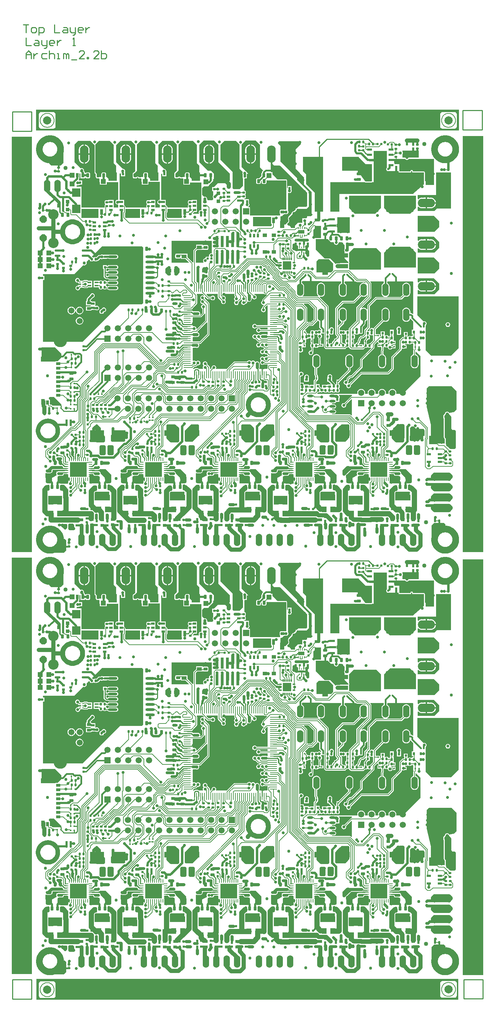
<source format=gtl>
G04*
G04 #@! TF.GenerationSoftware,Altium Limited,Altium Designer,19.1.5 (86)*
G04*
G04 Layer_Physical_Order=1*
G04 Layer_Color=255*
%FSLAX25Y25*%
%MOIN*%
G70*
G01*
G75*
%ADD10C,0.00700*%
G04:AMPARAMS|DCode=11|XSize=78.74mil|YSize=78.74mil|CornerRadius=39.37mil|HoleSize=0mil|Usage=FLASHONLY|Rotation=90.000|XOffset=0mil|YOffset=0mil|HoleType=Round|Shape=RoundedRectangle|*
%AMROUNDEDRECTD11*
21,1,0.07874,0.00000,0,0,90.0*
21,1,0.00000,0.07874,0,0,90.0*
1,1,0.07874,0.00000,0.00000*
1,1,0.07874,0.00000,0.00000*
1,1,0.07874,0.00000,0.00000*
1,1,0.07874,0.00000,0.00000*
%
%ADD11ROUNDEDRECTD11*%
%ADD12C,0.01000*%
%ADD13C,0.06196*%
%ADD14C,0.04300*%
%ADD15C,0.04500*%
%ADD16R,0.03937X0.02756*%
%ADD17R,0.04724X0.04134*%
%ADD18R,0.04724X0.04528*%
%ADD19R,0.04724X0.05709*%
%ADD20R,0.02731X0.03937*%
%ADD21R,0.03543X0.05512*%
%ADD22R,0.07900X0.07900*%
%ADD23R,0.02638X0.03465*%
G04:AMPARAMS|DCode=24|XSize=22mil|YSize=24mil|CornerRadius=4.4mil|HoleSize=0mil|Usage=FLASHONLY|Rotation=180.000|XOffset=0mil|YOffset=0mil|HoleType=Round|Shape=RoundedRectangle|*
%AMROUNDEDRECTD24*
21,1,0.02200,0.01520,0,0,180.0*
21,1,0.01320,0.02400,0,0,180.0*
1,1,0.00880,-0.00660,0.00760*
1,1,0.00880,0.00660,0.00760*
1,1,0.00880,0.00660,-0.00760*
1,1,0.00880,-0.00660,-0.00760*
%
%ADD24ROUNDEDRECTD24*%
%ADD25O,0.05906X0.02362*%
%ADD26C,0.06000*%
%ADD27R,0.02953X0.11024*%
%ADD28R,0.01102X0.01575*%
%ADD29R,0.05512X0.01900*%
%ADD30O,0.07087X0.00981*%
%ADD31O,0.00981X0.07087*%
%ADD32R,0.04724X0.03543*%
%ADD33O,0.09055X0.02362*%
%ADD34R,0.02900X0.03900*%
G04:AMPARAMS|DCode=35|XSize=40mil|YSize=40mil|CornerRadius=20mil|HoleSize=0mil|Usage=FLASHONLY|Rotation=270.000|XOffset=0mil|YOffset=0mil|HoleType=Round|Shape=RoundedRectangle|*
%AMROUNDEDRECTD35*
21,1,0.04000,0.00000,0,0,270.0*
21,1,0.00000,0.04000,0,0,270.0*
1,1,0.04000,0.00000,0.00000*
1,1,0.04000,0.00000,0.00000*
1,1,0.04000,0.00000,0.00000*
1,1,0.04000,0.00000,0.00000*
%
%ADD35ROUNDEDRECTD35*%
%ADD36R,0.04800X0.04800*%
%ADD37R,0.04800X0.04800*%
%ADD38R,0.02165X0.01968*%
%ADD39R,0.04331X0.06693*%
G04:AMPARAMS|DCode=40|XSize=29.13mil|YSize=39.37mil|CornerRadius=5.83mil|HoleSize=0mil|Usage=FLASHONLY|Rotation=90.000|XOffset=0mil|YOffset=0mil|HoleType=Round|Shape=RoundedRectangle|*
%AMROUNDEDRECTD40*
21,1,0.02913,0.02772,0,0,90.0*
21,1,0.01748,0.03937,0,0,90.0*
1,1,0.01165,0.01386,0.00874*
1,1,0.01165,0.01386,-0.00874*
1,1,0.01165,-0.01386,-0.00874*
1,1,0.01165,-0.01386,0.00874*
%
%ADD40ROUNDEDRECTD40*%
%ADD41R,0.02362X0.03347*%
%ADD42R,0.03600X0.03200*%
%ADD43C,0.03937*%
%ADD44R,0.03937X0.03543*%
%ADD45R,0.03543X0.01575*%
%ADD46R,0.01280X0.01063*%
%ADD47R,0.02400X0.02400*%
%ADD48R,0.08000X0.08000*%
%ADD49O,0.03150X0.01102*%
%ADD50O,0.01102X0.03150*%
G04:AMPARAMS|DCode=51|XSize=29.13mil|YSize=39.37mil|CornerRadius=5.83mil|HoleSize=0mil|Usage=FLASHONLY|Rotation=0.000|XOffset=0mil|YOffset=0mil|HoleType=Round|Shape=RoundedRectangle|*
%AMROUNDEDRECTD51*
21,1,0.02913,0.02772,0,0,0.0*
21,1,0.01748,0.03937,0,0,0.0*
1,1,0.01165,0.00874,-0.01386*
1,1,0.01165,-0.00874,-0.01386*
1,1,0.01165,-0.00874,0.01386*
1,1,0.01165,0.00874,0.01386*
%
%ADD51ROUNDEDRECTD51*%
%ADD52R,0.13386X0.05512*%
%ADD53R,0.02362X0.03150*%
G04:AMPARAMS|DCode=54|XSize=63mil|YSize=71mil|CornerRadius=15.75mil|HoleSize=0mil|Usage=FLASHONLY|Rotation=0.000|XOffset=0mil|YOffset=0mil|HoleType=Round|Shape=RoundedRectangle|*
%AMROUNDEDRECTD54*
21,1,0.06300,0.03950,0,0,0.0*
21,1,0.03150,0.07100,0,0,0.0*
1,1,0.03150,0.01575,-0.01975*
1,1,0.03150,-0.01575,-0.01975*
1,1,0.03150,-0.01575,0.01975*
1,1,0.03150,0.01575,0.01975*
%
%ADD54ROUNDEDRECTD54*%
%ADD55O,0.00984X0.03347*%
%ADD56O,0.03347X0.00984*%
%ADD57R,0.16142X0.14173*%
%ADD58R,0.03150X0.02165*%
%ADD59O,0.05709X0.02165*%
%ADD60R,0.03465X0.02638*%
%ADD61R,0.05118X0.05512*%
%ADD62R,0.10630X0.03740*%
%ADD63R,0.05000X0.08300*%
%ADD64R,0.16142X0.13780*%
%ADD65R,0.04921X0.02165*%
%ADD66R,0.09449X0.12205*%
%ADD67R,0.04921X0.03150*%
%ADD68R,0.05512X0.02362*%
%ADD69R,0.07087X0.02362*%
%ADD70R,0.06299X0.03543*%
%ADD71R,0.00984X0.01968*%
%ADD72R,0.01181X0.01575*%
G04:AMPARAMS|DCode=73|XSize=22mil|YSize=24mil|CornerRadius=4.4mil|HoleSize=0mil|Usage=FLASHONLY|Rotation=270.000|XOffset=0mil|YOffset=0mil|HoleType=Round|Shape=RoundedRectangle|*
%AMROUNDEDRECTD73*
21,1,0.02200,0.01520,0,0,270.0*
21,1,0.01320,0.02400,0,0,270.0*
1,1,0.00880,-0.00760,-0.00660*
1,1,0.00880,-0.00760,0.00660*
1,1,0.00880,0.00760,0.00660*
1,1,0.00880,0.00760,-0.00660*
%
%ADD73ROUNDEDRECTD73*%
%ADD74R,0.03937X0.02165*%
%ADD75R,0.05512X0.13386*%
%ADD76R,0.02800X0.05600*%
%ADD77R,0.19700X0.17000*%
%ADD78R,0.01654X0.01654*%
%ADD79R,0.01575X0.01181*%
%ADD80R,0.01968X0.02165*%
%ADD81R,0.01654X0.01654*%
%ADD82R,0.03740X0.10630*%
%ADD83R,0.03150X0.02362*%
%ADD84R,0.02400X0.02400*%
%ADD85R,0.03347X0.02362*%
G04:AMPARAMS|DCode=86|XSize=40mil|YSize=40mil|CornerRadius=20mil|HoleSize=0mil|Usage=FLASHONLY|Rotation=0.000|XOffset=0mil|YOffset=0mil|HoleType=Round|Shape=RoundedRectangle|*
%AMROUNDEDRECTD86*
21,1,0.04000,0.00000,0,0,0.0*
21,1,0.00000,0.04000,0,0,0.0*
1,1,0.04000,0.00000,0.00000*
1,1,0.04000,0.00000,0.00000*
1,1,0.04000,0.00000,0.00000*
1,1,0.04000,0.00000,0.00000*
%
%ADD86ROUNDEDRECTD86*%
%ADD87R,0.06693X0.04331*%
%ADD88R,0.07900X0.07900*%
%ADD89C,0.00800*%
%ADD90C,0.01600*%
%ADD91C,0.02800*%
%ADD92C,0.00600*%
%ADD93C,0.01800*%
%ADD94C,0.01200*%
%ADD95C,0.02000*%
%ADD96C,0.02200*%
%ADD97C,0.02500*%
%ADD98C,0.03000*%
%ADD99C,0.01500*%
%ADD100C,0.02400*%
%ADD101C,0.02600*%
%ADD102C,0.04000*%
%ADD103C,0.01100*%
%ADD104C,0.00900*%
%ADD105C,0.01700*%
%ADD106C,0.02300*%
%ADD107C,0.01400*%
%ADD108C,0.00787*%
%ADD109C,0.00950*%
%ADD110C,0.04600*%
%ADD111C,0.05000*%
%ADD112C,0.05300*%
%ADD113C,0.03500*%
%ADD114C,0.04200*%
%ADD115C,0.02700*%
%ADD116C,0.04400*%
%ADD117O,0.16500X0.08250*%
G04:AMPARAMS|DCode=118|XSize=133mil|YSize=83mil|CornerRadius=0mil|HoleSize=0mil|Usage=FLASHONLY|Rotation=90.000|XOffset=0mil|YOffset=0mil|HoleType=Round|Shape=Octagon|*
%AMOCTAGOND118*
4,1,8,0.02075,0.06650,-0.02075,0.06650,-0.04150,0.04575,-0.04150,-0.04575,-0.02075,-0.06650,0.02075,-0.06650,0.04150,-0.04575,0.04150,0.04575,0.02075,0.06650,0.0*
%
%ADD118OCTAGOND118*%

%ADD119O,0.08250X0.16500*%
%ADD120C,0.10000*%
%ADD121P,0.07577X8X292.5*%
%ADD122C,0.13050*%
%ADD123C,0.05800*%
%ADD124O,0.06000X0.12000*%
%ADD125R,0.05906X0.05906*%
%ADD126C,0.05906*%
%ADD127O,0.12000X0.06000*%
%ADD128C,0.02900*%
%ADD129C,0.02800*%
%ADD130C,0.02200*%
%ADD131C,0.03000*%
G36*
X433783Y838244D02*
X27136D01*
Y858224D01*
X433783D01*
Y838244D01*
D02*
G37*
G36*
X395028Y812185D02*
X379575D01*
Y815420D01*
X379773Y815717D01*
X379951Y816614D01*
X379773Y817512D01*
X379575Y817808D01*
Y818831D01*
X382823Y818831D01*
X395028D01*
X395028Y812185D01*
D02*
G37*
G36*
X409791Y789646D02*
X401013D01*
X401013Y797999D01*
X400950Y798311D01*
X400774Y798576D01*
X400509Y798753D01*
X400197Y798815D01*
X389583D01*
Y799390D01*
X389521Y799702D01*
X389344Y799967D01*
X389079Y800143D01*
X388767Y800206D01*
X387906D01*
X387594Y800143D01*
X387330Y799967D01*
X387153Y799702D01*
X387091Y799390D01*
Y798815D01*
X376492D01*
Y799390D01*
X376476Y799469D01*
X376476Y805886D01*
X371724D01*
Y806794D01*
X371654D01*
X371654Y808839D01*
X366043D01*
Y811004D01*
X382025D01*
X382225Y810703D01*
X382953Y810217D01*
X383812Y810046D01*
X384670Y810217D01*
X385398Y810703D01*
X385599Y811004D01*
X409791D01*
Y789646D01*
D02*
G37*
G36*
X53347Y818616D02*
Y806968D01*
X50972Y804594D01*
X41694D01*
X39961Y806327D01*
X39961Y808839D01*
X52846Y818861D01*
X53347Y818616D01*
D02*
G37*
G36*
X158994Y828194D02*
X162394Y824794D01*
Y799594D01*
X160289Y797489D01*
Y796992D01*
X160187Y796479D01*
Y794394D01*
Y793708D01*
X160294Y793168D01*
X160600Y792711D01*
X161057Y792405D01*
X161597Y792298D01*
X163345D01*
X163884Y792405D01*
X164342Y792711D01*
X164566Y793046D01*
X164689Y793077D01*
X165000Y793077D01*
X165121Y793046D01*
X165345Y792710D01*
X165803Y792405D01*
X166342Y792297D01*
X168090D01*
X168228Y792324D01*
X168728Y791914D01*
Y786094D01*
X175127D01*
Y788394D01*
X186094D01*
Y761967D01*
X185813Y761737D01*
X184955Y761566D01*
X184227Y761080D01*
X183741Y760352D01*
X183570Y759494D01*
X183729Y758694D01*
X183696Y758570D01*
X183435Y758194D01*
X178021D01*
X177814Y758694D01*
X179193Y760072D01*
X181967D01*
Y763813D01*
Y767553D01*
Y771515D01*
X177021D01*
Y771490D01*
X176539Y771213D01*
X176521Y771215D01*
X176054Y771308D01*
X174534D01*
X174050Y771211D01*
X173640Y770937D01*
X173366Y770527D01*
X173269Y770044D01*
Y768723D01*
X173366Y768240D01*
X173640Y767830D01*
X173700Y767789D01*
Y767188D01*
X173640Y767148D01*
X173366Y766738D01*
X173269Y766254D01*
Y764934D01*
X173337Y764594D01*
X173108Y764197D01*
X173002Y764094D01*
X153363D01*
Y764825D01*
X153363Y764825D01*
X153278Y765254D01*
X153035Y765618D01*
X152230Y766423D01*
X151942Y766616D01*
Y771450D01*
X147594D01*
X147594Y796694D01*
X148594D01*
Y794294D01*
X152594D01*
Y794394D01*
Y798294D01*
X152494D01*
Y799094D01*
X152413Y799174D01*
X152289Y799796D01*
X151891Y800391D01*
X151857Y800414D01*
X151680Y800680D01*
X150952Y801166D01*
X150290Y801298D01*
X144694Y806894D01*
Y824694D01*
X148394Y828394D01*
X158794D01*
X158994Y828194D01*
D02*
G37*
G36*
X121231Y825957D02*
X121523Y825519D01*
X121961Y825227D01*
X122594Y824594D01*
Y799294D01*
X121113Y797813D01*
X120957Y797782D01*
X120500Y797476D01*
X120194Y797019D01*
X120093Y796507D01*
D01*
X120087Y796480D01*
Y795294D01*
Y793708D01*
X120194Y793168D01*
X120500Y792711D01*
X120957Y792405D01*
X121497Y792298D01*
X123245D01*
X123784Y792405D01*
X124242Y792711D01*
X124534Y793148D01*
X124668Y793168D01*
X124919Y793168D01*
X125053Y793148D01*
X125345Y792711D01*
X125803Y792405D01*
X126342Y792298D01*
X128090D01*
X128394Y792049D01*
Y788994D01*
X128828D01*
Y786094D01*
X135228D01*
Y788994D01*
X146194D01*
Y771932D01*
X145925Y771712D01*
X145067Y771541D01*
X144339Y771055D01*
X143853Y770327D01*
X143682Y769468D01*
X143853Y768610D01*
X144339Y767882D01*
X145067Y767396D01*
X145925Y767225D01*
X146194Y767005D01*
Y764094D01*
X141902D01*
Y767487D01*
Y771450D01*
X136956D01*
X136956Y771450D01*
X136456Y771234D01*
X136055Y771314D01*
X134535D01*
X134051Y771218D01*
X133641Y770944D01*
X133367Y770534D01*
X133271Y770050D01*
Y768730D01*
X133367Y768246D01*
X133641Y767836D01*
X133702Y767796D01*
Y767194D01*
X133641Y767154D01*
X133367Y766744D01*
X133271Y766260D01*
Y764940D01*
X133340Y764594D01*
X133054Y764094D01*
X113206D01*
Y764898D01*
X113206Y764898D01*
X113120Y765327D01*
X112877Y765691D01*
X112877Y765691D01*
X112288Y766280D01*
X112237Y766357D01*
X112237Y766357D01*
X112171Y766423D01*
X111807Y766666D01*
X111784Y766671D01*
Y771450D01*
X107394D01*
Y796894D01*
X108794D01*
Y794294D01*
X112794D01*
Y795294D01*
Y798294D01*
X112794D01*
X112737Y798794D01*
X112837Y799294D01*
X112666Y800152D01*
X112180Y800880D01*
X111452Y801366D01*
X110594Y801537D01*
X110474Y801513D01*
X103994Y807994D01*
X103994Y824394D01*
X107994Y828394D01*
X118794Y828394D01*
X121231Y825957D01*
D02*
G37*
G36*
X81349Y826338D02*
X81813Y825644D01*
X82507Y825181D01*
X83394Y824294D01*
X83394Y796894D01*
X84321D01*
X84638Y796507D01*
X84632Y796480D01*
Y793708D01*
X84740Y793168D01*
X85045Y792711D01*
X85503Y792405D01*
X86042Y792298D01*
X87790D01*
X88094Y792049D01*
Y788594D01*
X88627D01*
Y786094D01*
X95028D01*
Y788594D01*
X106294D01*
Y771864D01*
X105907Y771546D01*
X105571Y771613D01*
X104712Y771442D01*
X103985Y770956D01*
X103498Y770228D01*
X103328Y769370D01*
X103498Y768512D01*
X103985Y767784D01*
X104712Y767298D01*
X105571Y767127D01*
X105907Y767194D01*
X106294Y766877D01*
Y764094D01*
X101745D01*
Y767487D01*
Y771450D01*
X96798D01*
Y771440D01*
X96298Y771153D01*
X95954Y771221D01*
X94434D01*
X93950Y771125D01*
X93540Y770851D01*
X93266Y770441D01*
X93170Y769957D01*
Y768637D01*
X93266Y768153D01*
X93540Y767743D01*
X93601Y767703D01*
Y767102D01*
X93540Y767061D01*
X93266Y766651D01*
X93170Y766167D01*
Y765068D01*
X93080Y764617D01*
Y764094D01*
X70794D01*
Y784194D01*
X65994D01*
Y785260D01*
X66494Y785650D01*
X66994Y785551D01*
X67852Y785721D01*
X68207Y785958D01*
X69294D01*
X69974Y786094D01*
X71494D01*
Y790094D01*
X68260D01*
X68087Y790594D01*
X68412Y791081D01*
X68552Y791783D01*
Y792344D01*
X68969D01*
Y796894D01*
X69819D01*
Y792344D01*
X74319D01*
Y792749D01*
X74819Y792901D01*
X74946Y792711D01*
X75403Y792405D01*
X75942Y792298D01*
X77691D01*
X78230Y792405D01*
X78687Y792711D01*
X78993Y793168D01*
X79100Y793708D01*
Y793994D01*
Y796480D01*
X79095Y796507D01*
D01*
X78993Y797019D01*
X78687Y797476D01*
X78230Y797782D01*
X77691Y797889D01*
X75942D01*
X75403Y797782D01*
X75191Y797641D01*
X74935Y797481D01*
X74491Y797696D01*
X73791Y798396D01*
X73767Y798519D01*
X73369Y799114D01*
X73129Y799354D01*
X73237Y799894D01*
X73066Y800752D01*
X72580Y801480D01*
X71852Y801966D01*
X70994Y802137D01*
X70207Y801980D01*
X69194Y802994D01*
X64294Y807893D01*
X64294Y824794D01*
X67894Y828394D01*
X79294D01*
X81349Y826338D01*
D02*
G37*
G36*
X181894Y824494D02*
Y806994D01*
X184294Y804594D01*
Y792094D01*
X182894Y790694D01*
X177994D01*
X175094Y793594D01*
X174947D01*
X174854Y793707D01*
Y796479D01*
X174747Y797018D01*
X174441Y797475D01*
X173984Y797781D01*
X173445Y797888D01*
X171696D01*
X171157Y797781D01*
X170700Y797475D01*
X170394Y797018D01*
X170287Y796479D01*
Y793707D01*
X170194Y793594D01*
X165704D01*
X165703Y793595D01*
X165612Y793697D01*
X165591Y793707D01*
X165574Y793724D01*
X165448Y793776D01*
X165325Y793835D01*
X165204Y793867D01*
X165101Y793872D01*
X165000Y793893D01*
X164689Y793893D01*
X164588Y793873D01*
X164486Y793867D01*
X164363Y793836D01*
X164239Y793776D01*
X164112Y793724D01*
X164096Y793708D01*
X164076Y793698D01*
X163984Y793596D01*
X163982Y793594D01*
X161394D01*
X161003Y793985D01*
Y796399D01*
X161078Y796778D01*
X163994Y799694D01*
Y824794D01*
X164802Y825602D01*
X164980Y825721D01*
X165098Y825898D01*
X167494Y828294D01*
X178094D01*
X181894Y824494D01*
D02*
G37*
G36*
X141894D02*
Y806994D01*
X144294Y804594D01*
Y792094D01*
X142894Y790694D01*
X137994D01*
X135094Y793594D01*
X134948D01*
X134854Y793708D01*
Y796479D01*
X134747Y797019D01*
X134441Y797476D01*
X133984Y797782D01*
X133445Y797889D01*
X131696D01*
X131157Y797782D01*
X130700Y797476D01*
X130394Y797019D01*
X130287Y796479D01*
Y793708D01*
X130193Y793594D01*
X125736D01*
X125731Y793601D01*
X125717Y793615D01*
X125709Y793633D01*
X125605Y793727D01*
X125506Y793826D01*
X125488Y793834D01*
X125473Y793847D01*
X125341Y793894D01*
X125212Y793948D01*
X125192D01*
X125174Y793955D01*
X125039Y793975D01*
X124979Y793972D01*
X124919Y793984D01*
X124669Y793984D01*
X124609Y793972D01*
X124548Y793975D01*
X124414Y793955D01*
X124395Y793948D01*
X124375D01*
X124246Y793895D01*
X124114Y793848D01*
X124099Y793834D01*
X124081Y793826D01*
X123982Y793728D01*
X123878Y793634D01*
X123870Y793616D01*
X123856Y793601D01*
X123851Y793594D01*
X121394D01*
X120903Y794085D01*
Y796399D01*
X120953Y796653D01*
X121342Y797042D01*
X121346Y797044D01*
X121425Y797059D01*
X121492Y797104D01*
X121566Y797135D01*
X121623Y797191D01*
X121690Y797236D01*
X123170Y798717D01*
X123347Y798982D01*
X123364Y799064D01*
X123994Y799694D01*
Y824794D01*
X127494Y828294D01*
X138094D01*
X141894Y824494D01*
D02*
G37*
G36*
X100931Y825456D02*
X101117Y825179D01*
X101394Y824994D01*
X101894Y824494D01*
Y806994D01*
X104294Y804594D01*
Y792094D01*
X102894Y790694D01*
X97994D01*
X95094Y793594D01*
X94648D01*
X94554Y793708D01*
Y796480D01*
X94447Y797019D01*
X94141Y797476D01*
X93684Y797782D01*
X93145Y797889D01*
X91396D01*
X90857Y797782D01*
X90400Y797476D01*
X90094Y797019D01*
X89987Y796480D01*
Y793708D01*
X89893Y793594D01*
X85487D01*
X85448Y793788D01*
Y796422D01*
X85450Y796427D01*
X85448Y796443D01*
Y796480D01*
X85441Y796515D01*
X85438Y796547D01*
X85438Y796666D01*
X85422Y796704D01*
X85418Y796744D01*
X85362Y796850D01*
X85316Y796960D01*
X85287Y796989D01*
X85268Y797025D01*
X84951Y797411D01*
X84920Y797437D01*
X84898Y797471D01*
X84798Y797537D01*
X84705Y797613D01*
X84667Y797625D01*
X84633Y797647D01*
X84515Y797671D01*
X84401Y797706D01*
X84209Y798144D01*
X84209Y824294D01*
X84147Y824606D01*
X84010Y824811D01*
X84561Y825361D01*
X84985Y825644D01*
X85268Y826068D01*
X87494Y828294D01*
X98094D01*
X100931Y825456D01*
D02*
G37*
G36*
X344291Y805984D02*
X350197D01*
Y789941D01*
X349410Y789153D01*
X343722Y789153D01*
X338194Y796877D01*
X337206D01*
X336445Y797638D01*
Y812969D01*
X337307D01*
X344291Y805984D01*
D02*
G37*
G36*
X364567Y802554D02*
X364458Y802482D01*
X364039Y801853D01*
X363891Y801112D01*
X364039Y800371D01*
X364458Y799742D01*
X364567Y799670D01*
Y799390D01*
X364986D01*
X365087Y799322D01*
X365828Y799175D01*
X366570Y799322D01*
X366671Y799390D01*
X375676D01*
Y797999D01*
X387906D01*
Y799390D01*
X388767D01*
Y797999D01*
X400197D01*
X400197Y786516D01*
X389611Y777165D01*
X318701D01*
X318701Y760315D01*
X310397Y760315D01*
X310044Y760669D01*
X310157Y788563D01*
X343166D01*
X343223Y788525D01*
X343291Y788461D01*
X343354Y788437D01*
X343410Y788400D01*
X343501Y788382D01*
X343589Y788349D01*
X343656Y788351D01*
X343722Y788338D01*
X349410Y788338D01*
X349530Y788362D01*
X350228D01*
Y788563D01*
X351673D01*
Y818583D01*
X364567D01*
Y802554D01*
D02*
G37*
G36*
X222794Y824794D02*
Y801594D01*
X225967Y798420D01*
X225721Y798052D01*
X225551Y797194D01*
X225721Y796335D01*
X225754Y796286D01*
Y794194D01*
X225794Y793997D01*
Y792194D01*
X226294D01*
Y785194D01*
X223094Y781994D01*
X216816D01*
X215994Y782816D01*
Y798494D01*
X204494Y809994D01*
Y824594D01*
X208294Y828394D01*
X219194D01*
X222794Y824794D01*
D02*
G37*
G36*
X254394Y814142D02*
Y806242D01*
X255894Y804742D01*
X261594D01*
X287794Y778542D01*
Y765842D01*
X286894Y764942D01*
X279168Y764942D01*
X277925Y763698D01*
X276938D01*
Y762711D01*
X274891Y760665D01*
X274135Y760514D01*
X273408Y760028D01*
X272921Y759300D01*
X272771Y758544D01*
X269694Y755467D01*
Y754758D01*
X269521Y754500D01*
X269351Y753642D01*
X269521Y752783D01*
X269694Y752526D01*
X269694Y750942D01*
X266794Y748042D01*
X262268D01*
Y754424D01*
X265580Y757735D01*
X266119Y757842D01*
X266512Y758105D01*
X266735Y757956D01*
X267594Y757785D01*
X268452Y757956D01*
X269180Y758442D01*
X269666Y759169D01*
X269837Y760028D01*
X269666Y760886D01*
X269291Y761447D01*
X269494Y761649D01*
X269494Y778101D01*
X269935Y778337D01*
X270035Y778269D01*
X270894Y778099D01*
X271752Y778269D01*
X272480Y778756D01*
X272966Y779483D01*
X273137Y780342D01*
X272966Y781200D01*
X272776Y781484D01*
Y784826D01*
X271150D01*
X270894Y784877D01*
X270637Y784826D01*
X269011D01*
Y783077D01*
X268511Y782810D01*
X268509Y782811D01*
Y790394D01*
X268447Y790706D01*
X268270Y790971D01*
X268006Y791147D01*
X267694Y791209D01*
X262494Y791209D01*
X259626D01*
X254494Y796342D01*
Y798276D01*
X252894D01*
Y814842D01*
X253294Y815242D01*
X254394Y814142D01*
D02*
G37*
G36*
X426228Y798012D02*
Y763366D01*
X412478Y763366D01*
X410022Y760911D01*
X394274D01*
Y764759D01*
X394774Y764911D01*
X395747Y764165D01*
X396994Y763649D01*
X398332Y763473D01*
X401857D01*
Y768642D01*
Y773811D01*
X398332D01*
X396994Y773635D01*
X395747Y773118D01*
X394774Y772372D01*
X394274Y772524D01*
Y776363D01*
X411804Y776363D01*
X411804Y798012D01*
X426228Y798012D01*
D02*
G37*
G36*
X202494Y824594D02*
Y814494D01*
Y807894D01*
X205994Y804394D01*
X213594Y796794D01*
Y790294D01*
X210794Y787494D01*
X201894D01*
X198169Y783769D01*
X196332D01*
Y779769D01*
X197394D01*
Y775828D01*
X197184Y775515D01*
X197014Y774657D01*
X197184Y773798D01*
X197394Y773485D01*
Y772194D01*
X196394Y771194D01*
X192373D01*
X192006Y771515D01*
X192006Y771515D01*
X191664Y771929D01*
X191756Y772394D01*
X191586Y773252D01*
X191100Y773980D01*
X191027Y774028D01*
X191011Y774052D01*
X190333Y774505D01*
X189533Y774664D01*
X188858Y774530D01*
X186909Y776478D01*
Y782909D01*
X188594Y784594D01*
X192354D01*
X193486Y785725D01*
X193569D01*
Y785809D01*
X198194Y790433D01*
Y796694D01*
X195393Y799494D01*
X192593D01*
X186794Y805294D01*
X184094Y807994D01*
Y824694D01*
X187994Y828594D01*
X198494D01*
X202494Y824594D01*
D02*
G37*
G36*
X281819Y825197D02*
X276898Y820276D01*
X276898Y801654D01*
X284772Y792815D01*
Y786564D01*
X292194Y779142D01*
Y758542D01*
X293294Y757442D01*
X291694Y755842D01*
X287694D01*
Y754842D01*
X286794Y753942D01*
X283094D01*
X273994Y744842D01*
X272694D01*
X270194Y747342D01*
Y750288D01*
X270270Y750365D01*
X270447Y750630D01*
X270509Y750942D01*
X270509Y750942D01*
X270509Y752526D01*
X270494Y752604D01*
Y752685D01*
X270463Y752759D01*
X270447Y752838D01*
X270403Y752904D01*
X270372Y752979D01*
X270290Y753102D01*
X270194Y753584D01*
Y753699D01*
X270290Y754182D01*
X270372Y754305D01*
X270403Y754379D01*
X270447Y754446D01*
X270460Y754508D01*
X278894Y762942D01*
X286694D01*
X286944Y762692D01*
X289394Y765142D01*
Y779442D01*
X278261Y790575D01*
Y792505D01*
X262134Y808632D01*
Y823524D01*
X259968Y825689D01*
Y826870D01*
X261150Y828051D01*
X281819D01*
Y825197D01*
D02*
G37*
G36*
X242594Y824394D02*
X242594Y802994D01*
X245652Y799935D01*
X244953Y799236D01*
X244611Y798724D01*
X244491Y798119D01*
Y797670D01*
X244200Y797475D01*
X243894Y797018D01*
X243787Y796479D01*
Y794447D01*
X243533Y794194D01*
X241677Y792337D01*
X240242D01*
X239703Y792230D01*
X239245Y791924D01*
X238940Y791467D01*
X238832Y790927D01*
Y788156D01*
X238940Y787616D01*
X239245Y787159D01*
X239703Y786853D01*
X240242Y786746D01*
X241990D01*
X242530Y786853D01*
X242987Y787159D01*
X243293Y787616D01*
X243400Y788156D01*
Y789587D01*
X243749Y789875D01*
X244187Y789687D01*
Y788156D01*
X244294Y787616D01*
X244600Y787159D01*
X245057Y786853D01*
X245597Y786746D01*
X247345D01*
X247884Y786853D01*
X248341Y787159D01*
X248647Y787616D01*
X248754Y788156D01*
Y790516D01*
X248894Y790616D01*
X249394Y790394D01*
Y790394D01*
X262494D01*
X267694Y790394D01*
Y762271D01*
X265739D01*
X265580Y762303D01*
X262808D01*
X262268Y762195D01*
X261811Y761890D01*
X261505Y761433D01*
X261398Y760893D01*
Y759145D01*
X261505Y758605D01*
X261694Y758324D01*
Y756594D01*
X233303D01*
X232946Y756941D01*
Y764446D01*
X231293D01*
X230985Y764910D01*
X230990Y764947D01*
X231680Y765408D01*
X232166Y766135D01*
X232337Y766994D01*
X232166Y767852D01*
X231984Y768125D01*
X231946Y768610D01*
X231946Y768610D01*
X231946Y768610D01*
Y772178D01*
X230320D01*
X230064Y772229D01*
X229807Y772178D01*
X228181D01*
Y772178D01*
X228176D01*
Y772178D01*
X227394D01*
Y772869D01*
X227554D01*
X228038Y772966D01*
X228448Y773240D01*
X228722Y773650D01*
X228818Y774134D01*
Y775454D01*
X228722Y775938D01*
X228448Y776348D01*
X228387Y776388D01*
Y776989D01*
X228448Y777030D01*
X228722Y777440D01*
X228818Y777923D01*
Y779244D01*
X228722Y779727D01*
X228448Y780137D01*
X228038Y780411D01*
X227554Y780508D01*
X227394D01*
Y791774D01*
X227794Y792155D01*
X227991Y792194D01*
X229794D01*
Y793997D01*
X229833Y794194D01*
Y796286D01*
X229866Y796335D01*
X229898Y796494D01*
X231531D01*
X229652Y798373D01*
X229380Y798780D01*
X228973Y799052D01*
X224694Y803331D01*
Y824794D01*
X228394Y828494D01*
X238494D01*
X242594Y824394D01*
D02*
G37*
G36*
X303150Y760315D02*
X295079D01*
X295079Y778669D01*
X286811Y786937D01*
X286811Y796240D01*
X283858Y799193D01*
Y812972D01*
X303150D01*
Y760315D01*
D02*
G37*
G36*
X392557Y763760D02*
X386947Y758150D01*
X367458D01*
X361848Y763760D01*
Y775472D01*
X392557D01*
Y763760D01*
D02*
G37*
G36*
X358957D02*
X353346Y758150D01*
X333858D01*
X328248Y763760D01*
Y775472D01*
X358957D01*
Y763760D01*
D02*
G37*
G36*
X127094Y754294D02*
X113405D01*
X112663Y755035D01*
Y758943D01*
X112877Y759157D01*
X112877Y759157D01*
X113120Y759521D01*
X113206Y759950D01*
X113206Y759950D01*
Y762994D01*
X127094D01*
Y754294D01*
D02*
G37*
G36*
X167194Y754194D02*
X153665D01*
X152913Y754945D01*
Y759122D01*
X153035Y759244D01*
X153035Y759244D01*
X153278Y759608D01*
X153363Y760037D01*
Y762994D01*
X167194D01*
Y754194D01*
D02*
G37*
G36*
X86994D02*
X70894D01*
Y762770D01*
X70994Y762794D01*
X86994D01*
Y754194D01*
D02*
G37*
G36*
X253294Y746094D02*
X235694D01*
Y755194D01*
X253294D01*
Y746094D01*
D02*
G37*
G36*
X414845Y751344D02*
Y745733D01*
X410022Y740911D01*
X394274D01*
Y756363D01*
X409826D01*
X414845Y751344D01*
D02*
G37*
G36*
X328886Y739843D02*
X316779D01*
Y745158D01*
X316071Y745866D01*
Y748189D01*
X316779Y748898D01*
Y754803D01*
X328886D01*
Y739843D01*
D02*
G37*
G36*
X301031Y734941D02*
X293748D01*
Y742842D01*
X295294Y744387D01*
Y746732D01*
X301031D01*
Y734941D01*
D02*
G37*
G36*
X196031Y720650D02*
X195669Y720353D01*
X194811Y720183D01*
X194083Y719696D01*
X193597Y718969D01*
X193426Y718110D01*
X193540Y717540D01*
X193183Y717040D01*
X190115D01*
Y715559D01*
X189961Y715432D01*
X189102Y715261D01*
X188374Y714775D01*
X187888Y714047D01*
X187717Y713189D01*
X187888Y712331D01*
X188275Y711751D01*
X188069Y711251D01*
X180817D01*
Y722134D01*
X182182Y723499D01*
X187337D01*
Y723921D01*
X187837Y724028D01*
X188266Y723741D01*
X188806Y723634D01*
X191577D01*
X192117Y723741D01*
X192574Y724047D01*
X192880Y724504D01*
X192987Y725043D01*
Y726792D01*
X192880Y727331D01*
X192574Y727788D01*
X192117Y728094D01*
X191577Y728201D01*
X188806D01*
X188266Y728094D01*
X187837Y727807D01*
X187683Y727840D01*
X187337Y727983D01*
Y728643D01*
X181013D01*
Y725791D01*
X178726Y723504D01*
X178461Y723107D01*
X178368Y722639D01*
X178370Y722628D01*
Y711569D01*
X177920Y711413D01*
X177870Y711411D01*
X172770Y716511D01*
Y719981D01*
X166446D01*
Y719826D01*
X165253D01*
X165067Y719863D01*
X162295D01*
X161756Y719755D01*
X161298Y719450D01*
X160993Y718992D01*
X160886Y718453D01*
Y716705D01*
X160993Y716165D01*
X161298Y715708D01*
X161756Y715402D01*
X162295Y715295D01*
X165067D01*
X165606Y715402D01*
X165946Y715629D01*
X166350Y715483D01*
X166446Y715408D01*
Y714838D01*
X170983D01*
X174108Y711713D01*
X173916Y711251D01*
X157570D01*
Y732295D01*
X196031D01*
Y720650D01*
D02*
G37*
G36*
X414845Y731344D02*
Y725734D01*
X410022Y720911D01*
X394274D01*
Y724759D01*
X394774Y724911D01*
X395747Y724165D01*
X396994Y723649D01*
X398332Y723472D01*
X401857D01*
Y728642D01*
Y733811D01*
X398332D01*
X396994Y733635D01*
X395747Y733118D01*
X394774Y732372D01*
X394274Y732524D01*
Y736363D01*
X409826D01*
X414845Y731344D01*
D02*
G37*
G36*
X130194Y725694D02*
Y672994D01*
Y672394D01*
X128894Y671094D01*
X107794D01*
X71994Y635294D01*
X33694D01*
X33694Y679994D01*
X33694Y694594D01*
X35263D01*
Y698594D01*
X33694D01*
Y700394D01*
X63976Y700394D01*
X72503Y708920D01*
X72626Y708837D01*
X73524Y708659D01*
X74421Y708837D01*
X75182Y709346D01*
X75690Y710107D01*
X75869Y711004D01*
X75690Y711901D01*
X75608Y712025D01*
X78176Y714594D01*
X78783Y713986D01*
Y713898D01*
X78879Y713414D01*
X79153Y713003D01*
X79564Y712730D01*
X80047Y712633D01*
X81367D01*
X81851Y712730D01*
X82261Y713003D01*
X82302Y713064D01*
X82903D01*
X82943Y713003D01*
X83353Y712730D01*
X83837Y712633D01*
X85157D01*
X85641Y712730D01*
X85780Y712822D01*
X85934D01*
X86636Y712962D01*
X87231Y713360D01*
X88900Y715028D01*
X89325D01*
X89635Y714821D01*
X90494Y714651D01*
X91189Y714789D01*
X91352Y714821D01*
X91610Y714981D01*
Y714981D01*
X91610Y714981D01*
X95178D01*
Y715158D01*
X96716D01*
X96762Y715128D01*
X97535Y714974D01*
X104228D01*
X105001Y715128D01*
X105657Y715565D01*
X106095Y716221D01*
X106248Y716994D01*
X106095Y717767D01*
X105657Y718422D01*
X105001Y718860D01*
X104228Y719014D01*
X97535D01*
X96762Y718860D01*
X96716Y718829D01*
X93594D01*
X93178Y718746D01*
X91681D01*
X91352Y718966D01*
X90494Y719137D01*
X89635Y718966D01*
X89236Y718699D01*
X88140D01*
X87437Y718559D01*
X86842Y718161D01*
X85328Y716648D01*
X85157Y716682D01*
X83837D01*
X83353Y716586D01*
X82943Y716312D01*
X82903Y716251D01*
X82302D01*
X82261Y716312D01*
X81851Y716586D01*
X81367Y716682D01*
X81279D01*
X80771Y717189D01*
X90476Y726894D01*
X128994Y726894D01*
X130194Y725694D01*
D02*
G37*
G36*
X310586Y731002D02*
X313338D01*
X313655Y730615D01*
X313651Y730591D01*
X313821Y729732D01*
X314308Y729004D01*
X315035Y728518D01*
X315894Y728347D01*
X316752Y728518D01*
X317480Y729004D01*
X317966Y729732D01*
X318137Y730591D01*
X318132Y730615D01*
X318449Y731002D01*
X320967D01*
X323694Y728275D01*
Y724108D01*
X323633Y724016D01*
X323474Y723217D01*
X323633Y722417D01*
X323694Y722325D01*
Y715631D01*
X327579Y711745D01*
X327481Y711252D01*
X327505Y711134D01*
X327187Y710748D01*
X319547D01*
Y710623D01*
X316994D01*
X316263Y710527D01*
X315582Y710245D01*
X315220Y709968D01*
X309994Y715194D01*
X309086D01*
X309006Y715247D01*
X308694Y715309D01*
X308694Y715309D01*
X304678D01*
X296307Y723680D01*
Y733794D01*
X307794D01*
X310586Y731002D01*
D02*
G37*
G36*
X392539Y720828D02*
Y706575D01*
X361831D01*
Y720828D01*
X367441Y726438D01*
X386929D01*
X392539Y720828D01*
D02*
G37*
G36*
X358939D02*
Y704606D01*
X328735D01*
X328480Y704776D01*
X328231Y704826D01*
Y710796D01*
X328285Y710898D01*
X328289Y710938D01*
X328305Y710975D01*
Y711095D01*
X328316Y711214D01*
X328310Y711236D01*
X328379Y711586D01*
Y711666D01*
X328395Y711745D01*
X328379Y711824D01*
Y711904D01*
X328349Y711978D01*
X328333Y712057D01*
X328288Y712124D01*
X328258Y712198D01*
X328231Y712225D01*
Y720828D01*
X332777Y725374D01*
X354393D01*
X358939Y720828D01*
D02*
G37*
G36*
X312894Y710294D02*
Y703960D01*
X310827Y701894D01*
X296894D01*
Y706894D01*
X296894Y712594D01*
X298794Y714494D01*
X308694Y714494D01*
X312894Y710294D01*
D02*
G37*
G36*
X414845Y711344D02*
Y705733D01*
X410022Y700911D01*
X394274D01*
Y716363D01*
X409826D01*
X414845Y711344D01*
D02*
G37*
G36*
X320512Y693354D02*
Y691731D01*
X320227Y691613D01*
X319433Y691004D01*
X318824Y690210D01*
X318442Y689286D01*
X318311Y688294D01*
Y682294D01*
X318442Y681302D01*
X318824Y680377D01*
X319433Y679584D01*
X320227Y678974D01*
X321152Y678591D01*
X322144Y678461D01*
X323136Y678591D01*
X324060Y678974D01*
X324854Y679584D01*
X325463Y680377D01*
X325846Y681302D01*
X325976Y682294D01*
Y688294D01*
X325846Y689286D01*
X325463Y690210D01*
X324854Y691004D01*
X324060Y691613D01*
X323775Y691731D01*
Y692994D01*
X324129Y693348D01*
X334614Y693328D01*
X334914Y693027D01*
X335278Y692784D01*
X335707Y692699D01*
X335707Y692699D01*
X343502D01*
X344038Y692163D01*
X343755Y691740D01*
X343136Y691996D01*
X342144Y692127D01*
X341152Y691996D01*
X340227Y691613D01*
X339434Y691004D01*
X338824Y690210D01*
X338441Y689286D01*
X338311Y688294D01*
Y682294D01*
X338441Y681302D01*
X338590Y680943D01*
X332189Y674541D01*
X322164D01*
X321696Y674448D01*
X321299Y674183D01*
X315334Y668218D01*
X315069Y667821D01*
X314976Y667353D01*
Y642457D01*
X315069Y641989D01*
X315334Y641592D01*
X315666Y641260D01*
X315694Y641241D01*
X316493Y640442D01*
Y639759D01*
X314916Y638182D01*
X313668D01*
Y636934D01*
X312146Y635412D01*
X311881Y635015D01*
X311788Y634547D01*
Y634266D01*
X311454Y633933D01*
X310649D01*
X310166Y633837D01*
X309755Y633562D01*
X309715Y633502D01*
X309114D01*
X309074Y633562D01*
X308664Y633837D01*
X308641Y633841D01*
Y638364D01*
X309417D01*
Y641932D01*
X309105D01*
X308938Y642432D01*
X309179Y642688D01*
X309728D01*
X309768Y642627D01*
X310178Y642353D01*
X310662Y642257D01*
X311982D01*
X312466Y642353D01*
X312876Y642627D01*
X313150Y643038D01*
X313246Y643521D01*
Y645042D01*
X313150Y645525D01*
X313070Y645646D01*
X313433Y646189D01*
X313603Y647047D01*
X313433Y647906D01*
X312946Y648633D01*
X312219Y649120D01*
X311360Y649290D01*
X310502Y649120D01*
X309774Y648633D01*
X309288Y647906D01*
X309141Y647169D01*
X308641Y647218D01*
Y668902D01*
X308556Y669331D01*
X308313Y669695D01*
X308313Y669695D01*
X299879Y678128D01*
X300088Y678556D01*
X300126Y678588D01*
X301094Y678461D01*
X302086Y678591D01*
X303010Y678974D01*
X303804Y679584D01*
X304413Y680377D01*
X304796Y681302D01*
X304926Y682294D01*
Y688294D01*
X304796Y689286D01*
X304413Y690210D01*
X303804Y691004D01*
X303010Y691613D01*
X302086Y691996D01*
X301094Y692127D01*
X300102Y691996D01*
X299177Y691613D01*
X298383Y691004D01*
X297774Y690210D01*
X297392Y689286D01*
X297261Y688294D01*
Y682294D01*
X297392Y681302D01*
X297774Y680377D01*
X298383Y679584D01*
X298603Y679415D01*
X298433Y678915D01*
X283754D01*
X283585Y679415D01*
X283804Y679584D01*
X284413Y680377D01*
X284796Y681302D01*
X284927Y682294D01*
Y688294D01*
X284796Y689286D01*
X284413Y690210D01*
X283804Y691004D01*
X283010Y691613D01*
X282725Y691731D01*
Y693071D01*
X283079Y693425D01*
X320512Y693354D01*
D02*
G37*
G36*
X414845Y691344D02*
Y685734D01*
X410022Y680911D01*
X394274D01*
Y684759D01*
X394774Y684911D01*
X395747Y684165D01*
X396994Y683649D01*
X398332Y683472D01*
X401857D01*
Y688642D01*
Y693811D01*
X398332D01*
X396994Y693635D01*
X395747Y693118D01*
X394774Y692372D01*
X394274Y692524D01*
Y696363D01*
X409826D01*
X414845Y691344D01*
D02*
G37*
G36*
X187381Y681099D02*
X188491Y679989D01*
X188173Y679600D01*
X188152Y679614D01*
X187294Y679785D01*
X186435Y679614D01*
X185708Y679128D01*
X185221Y678400D01*
X185051Y677542D01*
X185221Y676683D01*
X185704Y675961D01*
X185778Y675843D01*
Y675409D01*
X185699Y675356D01*
X185213Y674628D01*
X185042Y673770D01*
X185213Y672911D01*
X185699Y672184D01*
X186426Y671697D01*
X187285Y671526D01*
X187347Y671539D01*
X187394Y671487D01*
X187372Y671297D01*
X187246Y670906D01*
X186608Y670480D01*
X186121Y669752D01*
X185951Y668894D01*
X186121Y668035D01*
X186608Y667308D01*
X187072Y666997D01*
Y663006D01*
X185332Y661266D01*
X185265Y661284D01*
X184847Y661553D01*
X185018Y662411D01*
X184847Y663270D01*
X184361Y663997D01*
X183633Y664484D01*
X182775Y664654D01*
X182239Y664548D01*
X179604D01*
X179091Y664650D01*
X178417Y664516D01*
X177917Y664824D01*
Y667697D01*
X181737Y671517D01*
X181737Y671517D01*
X181980Y671881D01*
X182065Y672310D01*
Y679797D01*
X182065Y679797D01*
X181980Y680226D01*
X181737Y680590D01*
X181737Y680590D01*
X181689Y680638D01*
X181881Y681099D01*
X187381Y681099D01*
D02*
G37*
G36*
X389588Y693225D02*
X389800Y693013D01*
Y661960D01*
X389338Y661768D01*
X388659Y662447D01*
X388130Y662801D01*
X387506Y662925D01*
X387027D01*
Y664294D01*
X386896Y665286D01*
X386513Y666210D01*
X385904Y667004D01*
X385110Y667613D01*
X384186Y667996D01*
X383194Y668126D01*
X382202Y667996D01*
X381277Y667613D01*
X380484Y667004D01*
X379874Y666210D01*
X379491Y665286D01*
X379361Y664294D01*
Y658294D01*
X379491Y657302D01*
X379874Y656377D01*
X380484Y655583D01*
X381277Y654974D01*
X382202Y654592D01*
X383194Y654461D01*
X384186Y654592D01*
X385110Y654974D01*
X385904Y655583D01*
X386513Y656377D01*
X386867Y657231D01*
X387109Y657312D01*
X387404Y657327D01*
X387528Y657142D01*
X389800Y654870D01*
Y652825D01*
Y646938D01*
X388437D01*
Y642188D01*
X389743D01*
Y641300D01*
X388494D01*
Y640637D01*
X388173Y640496D01*
X387994Y640456D01*
X387619Y640708D01*
X387135Y640804D01*
X385815D01*
X385331Y640708D01*
X384921Y640434D01*
X384908Y640415D01*
X384412Y640387D01*
X384217Y640584D01*
X384425Y641083D01*
X384593D01*
Y644652D01*
X380828D01*
Y641083D01*
X381204D01*
X381355Y640584D01*
X381131Y640434D01*
X380857Y640023D01*
X380853Y640003D01*
X380071D01*
X379603Y639910D01*
X379206Y639645D01*
X378941Y639248D01*
X378938Y639232D01*
X376754Y637049D01*
X376511Y636685D01*
X376426Y636256D01*
X376426Y636256D01*
Y633807D01*
X376426Y633807D01*
X376504Y633411D01*
Y628563D01*
X369116Y621175D01*
X368873Y620811D01*
X368788Y620382D01*
X368788Y620382D01*
Y609717D01*
X365311Y606240D01*
X339870D01*
X339441Y606154D01*
X339077Y605911D01*
X339077Y605911D01*
X330475Y597309D01*
X330451Y597273D01*
X328292Y595114D01*
X327734Y595225D01*
X327688Y595216D01*
X327263Y595642D01*
X327367Y596163D01*
X327258Y596711D01*
X327592Y597045D01*
X327592Y597045D01*
X327835Y597409D01*
X327921Y597838D01*
X327921Y597838D01*
Y599043D01*
X329429Y600552D01*
X330539D01*
X330539Y600552D01*
X330969Y600637D01*
X331332Y600880D01*
X340781Y610329D01*
X341024Y610693D01*
X341110Y611122D01*
X341110Y611122D01*
Y617752D01*
X352297Y628939D01*
X352540Y629303D01*
X352625Y629732D01*
X352625Y629732D01*
Y632516D01*
X355313Y635204D01*
X355792Y635058D01*
X355829Y634870D01*
X356315Y634142D01*
X356739Y633859D01*
X356588Y633359D01*
X355401D01*
Y630184D01*
X358182D01*
Y630295D01*
X358682Y630429D01*
X358877Y630137D01*
X359287Y629863D01*
X359309Y629859D01*
Y627660D01*
X359101Y627451D01*
X358857Y627087D01*
X358772Y626658D01*
X358772Y626658D01*
Y623342D01*
X357977Y623013D01*
X357184Y622404D01*
X356574Y621610D01*
X356191Y620686D01*
X356061Y619694D01*
Y613694D01*
X356191Y612702D01*
X356574Y611777D01*
X357184Y610984D01*
X357977Y610374D01*
X358902Y609992D01*
X359894Y609861D01*
X360886Y609992D01*
X361810Y610374D01*
X362604Y610984D01*
X363213Y611777D01*
X363596Y612702D01*
X363726Y613694D01*
Y619694D01*
X363596Y620686D01*
X363213Y621610D01*
X362604Y622404D01*
X361810Y623013D01*
X361015Y623342D01*
Y626194D01*
X361224Y626402D01*
X361224Y626402D01*
X361467Y626766D01*
X361552Y627195D01*
Y629859D01*
X361575Y629863D01*
X361985Y630137D01*
X362025Y630198D01*
X362626D01*
X362667Y630137D01*
X363077Y629863D01*
X363561Y629767D01*
X364880D01*
X365324Y629855D01*
X365464Y629151D01*
X365950Y628424D01*
X366678Y627937D01*
X367536Y627767D01*
X368395Y627937D01*
X369123Y628424D01*
X369433Y628888D01*
X370923D01*
X370972Y628878D01*
X371204Y628925D01*
X372875D01*
Y632099D01*
X370094D01*
Y631131D01*
X369433D01*
X369123Y631596D01*
X368483Y632023D01*
X368678Y632494D01*
X369122Y632406D01*
X369980Y632577D01*
X370701Y633058D01*
X372875D01*
Y636233D01*
X371281D01*
X371202Y636700D01*
X371202D01*
Y641450D01*
X370542D01*
Y642015D01*
X371300D01*
Y646765D01*
X367338D01*
Y642015D01*
X368095D01*
Y641450D01*
X367239D01*
Y640298D01*
X366155D01*
Y640327D01*
X366059Y640811D01*
X365785Y641221D01*
X365374Y641495D01*
X364891Y641591D01*
X363571D01*
X363087Y641495D01*
X362677Y641221D01*
X362403Y641396D01*
X362343Y641720D01*
X362343D01*
Y645288D01*
X358578D01*
Y641720D01*
X358733D01*
X358887Y641221D01*
X358613Y640811D01*
X358589Y640689D01*
X358091D01*
X358091Y640689D01*
X357887Y640856D01*
Y642611D01*
X354712D01*
Y642444D01*
X353712D01*
Y645134D01*
X353741Y645281D01*
Y646964D01*
X361613Y654835D01*
X362202Y654592D01*
X363194Y654461D01*
X364186Y654592D01*
X365110Y654974D01*
X365904Y655583D01*
X366513Y656377D01*
X366896Y657302D01*
X367026Y658294D01*
Y664294D01*
X366896Y665286D01*
X366513Y666210D01*
X365904Y667004D01*
X365110Y667613D01*
X364186Y667996D01*
X363194Y668126D01*
X362202Y667996D01*
X361277Y667613D01*
X360484Y667004D01*
X359874Y666210D01*
X359491Y665286D01*
X359361Y664294D01*
Y658294D01*
X359491Y657302D01*
X359822Y656505D01*
X351652Y648336D01*
X351426Y647996D01*
X350776Y648431D01*
X349918Y648601D01*
X349059Y648431D01*
X348331Y647944D01*
X347845Y647217D01*
X347674Y646358D01*
X347785Y645805D01*
X347335Y645504D01*
X347284Y645538D01*
X346800Y645634D01*
X345926D01*
X345719Y646134D01*
X347842Y648257D01*
X348107Y648654D01*
X348200Y649122D01*
Y651377D01*
X348249Y651624D01*
X348200Y651872D01*
Y669474D01*
X354640Y675914D01*
X378304D01*
X378772Y676007D01*
X379169Y676272D01*
X381697Y678801D01*
X382202Y678591D01*
X383194Y678461D01*
X384186Y678591D01*
X385110Y678974D01*
X385904Y679584D01*
X386513Y680377D01*
X386896Y681302D01*
X387027Y682294D01*
Y688294D01*
X386896Y689286D01*
X386513Y690210D01*
X385904Y691004D01*
X385110Y691613D01*
X384186Y691996D01*
X383194Y692127D01*
X382202Y691996D01*
X381277Y691613D01*
X380484Y691004D01*
X379874Y690210D01*
X379491Y689286D01*
X379361Y688294D01*
Y682294D01*
X379491Y681302D01*
X379856Y680421D01*
X377797Y678361D01*
X364936D01*
X364837Y678861D01*
X365110Y678974D01*
X365904Y679584D01*
X366513Y680377D01*
X366896Y681302D01*
X367026Y682294D01*
Y688294D01*
X366896Y689286D01*
X366513Y690210D01*
X365904Y691004D01*
X365110Y691613D01*
X364825Y691731D01*
Y692917D01*
X365179Y693270D01*
X389588Y693225D01*
D02*
G37*
G36*
X345855Y680067D02*
Y679106D01*
X335553Y668805D01*
X335310Y668441D01*
X335225Y668012D01*
X335225Y668012D01*
Y655681D01*
X328270Y648726D01*
X328027Y648362D01*
X327941Y647933D01*
X327941Y647933D01*
Y646687D01*
X327441Y646277D01*
X327439Y646277D01*
X326119D01*
X325635Y646181D01*
X325225Y645907D01*
X325185Y645846D01*
X324583D01*
X324543Y645907D01*
X324133Y646181D01*
X323649Y646277D01*
X322329D01*
X321845Y646181D01*
X321725Y646101D01*
X321345Y646354D01*
X320487Y646525D01*
X319628Y646354D01*
X319464Y646244D01*
X319023Y646480D01*
Y648573D01*
X323009Y652560D01*
X323274Y652957D01*
X323367Y653425D01*
Y654687D01*
X324060Y654974D01*
X324854Y655583D01*
X325463Y656377D01*
X325846Y657302D01*
X325976Y658294D01*
Y664294D01*
X325846Y665286D01*
X325463Y666210D01*
X324854Y667004D01*
X324060Y667613D01*
X323136Y667996D01*
X322144Y668126D01*
X321152Y667996D01*
X320227Y667613D01*
X319433Y667004D01*
X318824Y666210D01*
X318442Y665286D01*
X318311Y664294D01*
Y658294D01*
X318442Y657302D01*
X318824Y656377D01*
X319433Y655583D01*
X320227Y654974D01*
X320920Y654687D01*
Y653932D01*
X317885Y650896D01*
X317423Y651087D01*
Y666846D01*
X322671Y672094D01*
X332695D01*
X333163Y672187D01*
X333560Y672452D01*
X340145Y679037D01*
X340227Y678974D01*
X341152Y678591D01*
X342144Y678461D01*
X343136Y678591D01*
X344060Y678974D01*
X344854Y679584D01*
X345355Y680236D01*
X345855Y680067D01*
D02*
G37*
G36*
X201945Y681097D02*
Y678150D01*
X201945Y678150D01*
X202031Y677720D01*
X202274Y677356D01*
X205273Y674357D01*
X205151Y673742D01*
X205321Y672883D01*
X205808Y672156D01*
X206535Y671669D01*
X207394Y671499D01*
X208252Y671669D01*
X208980Y672156D01*
X209466Y672883D01*
X209637Y673742D01*
X209466Y674600D01*
X209058Y675211D01*
X208987Y675765D01*
X209473Y676493D01*
X209644Y677351D01*
X209473Y678209D01*
X208987Y678937D01*
X208260Y679423D01*
X207401Y679594D01*
X206853Y679485D01*
X206115Y680223D01*
Y680743D01*
X206469Y681096D01*
X217693Y681095D01*
Y679844D01*
X217693Y679844D01*
X217779Y679415D01*
X218022Y679051D01*
X218355Y678718D01*
X218291Y678074D01*
X218245Y678043D01*
X217758Y677315D01*
X217588Y676457D01*
X217758Y675598D01*
X218203Y674933D01*
X218253Y674729D01*
Y674365D01*
X218248Y674362D01*
X217761Y673634D01*
X217590Y672776D01*
X217761Y671917D01*
X218248Y671190D01*
X218975Y670703D01*
X219834Y670533D01*
X220692Y670703D01*
X221420Y671190D01*
X221906Y671917D01*
X222077Y672776D01*
X221968Y673324D01*
X224215Y675571D01*
X224859Y675508D01*
X225094Y675156D01*
X225272Y675037D01*
Y674537D01*
X225081Y674410D01*
X224595Y673682D01*
X224425Y672824D01*
X224595Y671965D01*
X225081Y671238D01*
X225809Y670751D01*
X226668Y670580D01*
X227526Y670751D01*
X228254Y671238D01*
X228608Y671768D01*
X228705Y671787D01*
X229069Y672030D01*
X230012Y672974D01*
X230012Y672974D01*
X230256Y673338D01*
X230341Y673768D01*
Y673803D01*
X230841Y674070D01*
X231109Y673891D01*
X232007Y673713D01*
X232904Y673891D01*
X233665Y674400D01*
X234173Y675160D01*
X234352Y676058D01*
Y677637D01*
X234852Y677686D01*
X234921Y677335D01*
X235408Y676608D01*
X236135Y676121D01*
X236994Y675951D01*
X237852Y676121D01*
X238580Y676608D01*
X239066Y677335D01*
X239237Y678194D01*
X239066Y679052D01*
X238580Y679780D01*
X237852Y680266D01*
X236994Y680437D01*
X236942Y680426D01*
X236794Y680592D01*
X237017Y681092D01*
X246501Y681090D01*
X246696Y680960D01*
X247125Y680874D01*
X247125Y680874D01*
X248980D01*
X249160Y680579D01*
X249197Y680385D01*
X245094Y676281D01*
X244851Y675917D01*
X244765Y675488D01*
X244765Y675488D01*
Y674670D01*
X244301Y674360D01*
X243814Y673632D01*
X243644Y672774D01*
X243814Y671915D01*
X244301Y671187D01*
X245028Y670701D01*
X245775Y670553D01*
X246014Y670085D01*
X245101Y669172D01*
X244858Y668808D01*
X244772Y668379D01*
X244772Y668379D01*
Y667790D01*
X244308Y667480D01*
X243821Y666752D01*
X243651Y665894D01*
X243821Y665035D01*
X244308Y664308D01*
X245035Y663821D01*
X245894Y663651D01*
X246752Y663821D01*
X247480Y664308D01*
X247966Y665035D01*
X248137Y665894D01*
X247966Y666752D01*
X247480Y667480D01*
X247363Y667558D01*
X247302Y668200D01*
X249398Y670297D01*
X249898Y670090D01*
Y651147D01*
X239435D01*
X238980Y651828D01*
X238252Y652314D01*
X237394Y652485D01*
X236535Y652314D01*
X235808Y651828D01*
X235321Y651100D01*
X235151Y650242D01*
X235321Y649383D01*
X235808Y648656D01*
X236535Y648169D01*
X237394Y647999D01*
X238252Y648169D01*
X238980Y648656D01*
X239145Y648904D01*
X249898D01*
Y647210D01*
X248622D01*
X248594Y647215D01*
X248594Y647215D01*
X243085D01*
X242725Y647754D01*
X241997Y648241D01*
X241139Y648411D01*
X240280Y648241D01*
X239553Y647754D01*
X239067Y647027D01*
X238896Y646168D01*
X239067Y645310D01*
X239553Y644582D01*
X240280Y644096D01*
X241139Y643925D01*
X241997Y644096D01*
X242725Y644582D01*
X242986Y644972D01*
X248571D01*
X248599Y644967D01*
X249898D01*
Y642572D01*
X249457Y642337D01*
X249370Y642395D01*
X248512Y642565D01*
X244790D01*
X243931Y642395D01*
X243204Y641909D01*
X243150Y641881D01*
X242589Y641892D01*
X241971Y642304D01*
X241113Y642475D01*
X240255Y642304D01*
X239576Y641851D01*
X239404Y641795D01*
X239011D01*
X239002Y641809D01*
X238274Y642295D01*
X237416Y642466D01*
X236557Y642295D01*
X235830Y641809D01*
X235343Y641081D01*
X235173Y640223D01*
X235343Y639364D01*
X235830Y638637D01*
X236557Y638151D01*
X237416Y637980D01*
X237801Y638056D01*
X240405Y635453D01*
X240769Y635210D01*
X241198Y635124D01*
X241198Y635124D01*
X241860D01*
X242052Y634662D01*
X241650Y634261D01*
X241102Y634370D01*
X240244Y634199D01*
X239516Y633713D01*
X239030Y632985D01*
X238859Y632127D01*
X239030Y631268D01*
X239516Y630541D01*
X240244Y630054D01*
X241102Y629883D01*
X241961Y630054D01*
X242688Y630541D01*
X242731Y630604D01*
X243343Y630621D01*
X243948Y630217D01*
X244806Y630046D01*
X245354Y630155D01*
X246269Y629240D01*
X246291Y628555D01*
X245362Y627627D01*
X244814Y627736D01*
X243956Y627565D01*
X243228Y627079D01*
X242742Y626351D01*
X242571Y625493D01*
X242742Y624634D01*
X243228Y623907D01*
X243956Y623420D01*
X244814Y623250D01*
X245673Y623420D01*
X246334Y623862D01*
X246550Y623910D01*
X246903D01*
X246920Y623885D01*
X247648Y623399D01*
X248506Y623228D01*
X249054Y623337D01*
X249898Y622493D01*
Y621600D01*
X249565Y621534D01*
X249201Y621291D01*
X249201Y621291D01*
X249055Y621144D01*
X248507Y621253D01*
X247648Y621082D01*
X246921Y620596D01*
X246907Y620576D01*
X246407D01*
X246403Y620583D01*
X245675Y621069D01*
X244816Y621240D01*
X243958Y621069D01*
X243230Y620583D01*
X242744Y619856D01*
X242573Y618997D01*
X242744Y618139D01*
X243229Y617414D01*
X243224Y616939D01*
X243208Y616928D01*
X242721Y616200D01*
X242551Y615342D01*
X242721Y614483D01*
X243208Y613756D01*
X243935Y613269D01*
X244794Y613099D01*
X245652Y613269D01*
X246034Y613525D01*
X246450Y613799D01*
X246814Y613556D01*
X247243Y613471D01*
X249898D01*
Y612537D01*
X249750Y612315D01*
X249664Y611886D01*
X249664Y611886D01*
Y609687D01*
X249664Y609687D01*
X249678Y609619D01*
X249287Y609119D01*
X242086Y609117D01*
X241848Y609596D01*
X241851Y609617D01*
X242026Y610496D01*
Y614173D01*
X241847Y615070D01*
X241339Y615831D01*
X240578Y616339D01*
X239681Y616517D01*
X238783Y616339D01*
X238419Y616096D01*
X238013Y615872D01*
X237778Y616223D01*
X237516Y616616D01*
X236772Y617113D01*
X235894Y617288D01*
X235016Y617113D01*
X234272Y616616D01*
X233889D01*
X233780Y616780D01*
X233052Y617266D01*
X232194Y617437D01*
X231335Y617266D01*
X230608Y616780D01*
X230297Y616315D01*
X218058D01*
X218058Y616315D01*
X217629Y616230D01*
X217265Y615987D01*
X217265Y615987D01*
X210384Y609106D01*
X200351Y609102D01*
X200115Y609544D01*
X200167Y609622D01*
X200338Y610480D01*
X200167Y611339D01*
X199681Y612066D01*
X198953Y612552D01*
X198095Y612723D01*
X197237Y612552D01*
X196509Y612066D01*
X196023Y611339D01*
X195852Y610480D01*
X195961Y609932D01*
X195130Y609101D01*
X194700Y609101D01*
X194346Y609454D01*
Y610663D01*
X194261Y611092D01*
X194018Y611456D01*
X194018Y611456D01*
X191828Y613646D01*
X191937Y614194D01*
X191766Y615052D01*
X191280Y615780D01*
X190552Y616266D01*
X189694Y616437D01*
X188835Y616266D01*
X188108Y615780D01*
X187621Y615052D01*
X187451Y614194D01*
X187621Y613335D01*
X188108Y612608D01*
X188128Y612594D01*
Y612094D01*
X188108Y612080D01*
X187621Y611352D01*
X187451Y610494D01*
X187621Y609635D01*
X187686Y609539D01*
X187450Y609098D01*
X183789Y609097D01*
X183255Y609631D01*
X182842Y609907D01*
X182354Y610005D01*
X180473D01*
X179985Y609907D01*
X179572Y609631D01*
X179036Y609095D01*
X178442Y609095D01*
X178043Y609501D01*
X178048Y609767D01*
X178072Y609884D01*
X179437Y611249D01*
X180465D01*
X180465Y611249D01*
X180894Y611335D01*
X181258Y611578D01*
X182433Y612753D01*
X182981Y612644D01*
X183839Y612814D01*
X184567Y613301D01*
X185053Y614028D01*
X185224Y614887D01*
X185053Y615745D01*
X184567Y616473D01*
X183839Y616959D01*
X182981Y617130D01*
X182122Y616959D01*
X181458Y616515D01*
X181253Y616465D01*
X180889D01*
X180880Y616480D01*
X180152Y616966D01*
X179294Y617137D01*
X178435Y616966D01*
X178358Y616915D01*
X177917Y617150D01*
Y629293D01*
X178211Y629534D01*
X181113D01*
X181794Y629399D01*
X182652Y629569D01*
X183380Y630056D01*
X183866Y630783D01*
X183879Y630848D01*
X183926Y630919D01*
X184097Y631777D01*
X183926Y632636D01*
X183789Y632840D01*
X184025Y633281D01*
X184903D01*
X184903Y633281D01*
X185332Y633367D01*
X185696Y633610D01*
X193587Y641501D01*
X193587Y641501D01*
X193830Y641864D01*
X193915Y642294D01*
X193915Y642294D01*
Y671864D01*
X193830Y672293D01*
X193587Y672657D01*
X193587Y672657D01*
X189398Y676845D01*
X189537Y677542D01*
X189366Y678400D01*
X189352Y678421D01*
X189741Y678740D01*
X191933Y676547D01*
X191934Y676547D01*
X192297Y676304D01*
X192727Y676218D01*
X195248D01*
X195559Y675754D01*
X196287Y675267D01*
X197145Y675097D01*
X198003Y675267D01*
X198731Y675754D01*
X199217Y676481D01*
X199388Y677340D01*
X199217Y678198D01*
X198731Y678926D01*
X198003Y679412D01*
X197145Y679583D01*
X196287Y679412D01*
X195559Y678926D01*
X195248Y678461D01*
X193191D01*
X191016Y680636D01*
X191208Y681098D01*
X201945Y681097D01*
D02*
G37*
G36*
X361562Y693277D02*
Y691731D01*
X361277Y691613D01*
X360484Y691004D01*
X359874Y690210D01*
X359491Y689286D01*
X359361Y688294D01*
Y682294D01*
X359491Y681302D01*
X359874Y680377D01*
X360484Y679584D01*
X361277Y678974D01*
X361551Y678861D01*
X361452Y678361D01*
X354134D01*
X353665Y678268D01*
X353268Y678003D01*
X346111Y670846D01*
X345846Y670449D01*
X345753Y669980D01*
Y666654D01*
X345253Y666484D01*
X344854Y667004D01*
X344060Y667613D01*
X343136Y667996D01*
X342144Y668126D01*
X341152Y667996D01*
X340365Y667670D01*
X340081Y668094D01*
X349246Y677258D01*
X349246Y677258D01*
X349489Y677622D01*
X349574Y678051D01*
Y691339D01*
X349574Y691339D01*
X349489Y691768D01*
X349246Y692132D01*
X348538Y692839D01*
X348730Y693301D01*
X361562Y693277D01*
D02*
G37*
G36*
X189772Y662276D02*
Y655558D01*
X181882Y647668D01*
X181421Y647914D01*
X181437Y647994D01*
X181266Y648852D01*
X180780Y649580D01*
X180052Y650066D01*
X179194Y650237D01*
X178417Y650082D01*
X177917Y650332D01*
Y658746D01*
X185520D01*
X185520Y658746D01*
X185949Y658832D01*
X186313Y659075D01*
X188987Y661749D01*
X189230Y662113D01*
X189272Y662325D01*
X189772Y662276D01*
D02*
G37*
G36*
X294172Y666629D02*
Y656958D01*
X291529Y654315D01*
X288474D01*
X288474Y654315D01*
X288415Y654304D01*
X287915Y654699D01*
Y667694D01*
X287830Y668123D01*
X287587Y668487D01*
X287587Y668487D01*
X284770Y671304D01*
X284961Y671766D01*
X289036D01*
X294172Y666629D01*
D02*
G37*
G36*
X298383Y655583D02*
X299177Y654974D01*
X299462Y654856D01*
Y649524D01*
X299587Y648900D01*
X299940Y648371D01*
X301393Y646918D01*
X301352Y646625D01*
X300828Y646396D01*
X300465Y646639D01*
X299606Y646810D01*
X298748Y646639D01*
X298020Y646153D01*
X297915Y645995D01*
X297785Y646081D01*
X297301Y646178D01*
X295981D01*
X295497Y646081D01*
X295087Y645807D01*
X295047Y645747D01*
X294446D01*
X294406Y645807D01*
X293995Y646081D01*
X293512Y646178D01*
X292192D01*
X291708Y646081D01*
X291298Y645807D01*
X291023Y645397D01*
X290927Y644913D01*
Y643393D01*
X290979Y643132D01*
X290529Y642832D01*
X290378Y642932D01*
X289520Y643103D01*
X288943Y642988D01*
X288406Y643277D01*
X288365Y643332D01*
X288100Y643729D01*
X286824Y645005D01*
Y646253D01*
X285752D01*
X285561Y646715D01*
X289395Y650549D01*
X292654D01*
X292654Y650549D01*
X293084Y650635D01*
X293447Y650878D01*
X297587Y655017D01*
X297587Y655017D01*
X297830Y655381D01*
X297846Y655463D01*
X298381Y655587D01*
X298383Y655583D01*
D02*
G37*
G36*
X304198Y637043D02*
X304193Y637020D01*
X304193Y637020D01*
Y630295D01*
X304193Y630295D01*
X304279Y629866D01*
X304522Y629502D01*
X305390Y628634D01*
X305390Y628634D01*
X305754Y628391D01*
X306183Y628305D01*
X324061D01*
X324061Y628305D01*
X324490Y628391D01*
X324854Y628634D01*
X325987Y629767D01*
X327085D01*
X327569Y629863D01*
X327603Y629886D01*
X328020Y630079D01*
X328243Y629758D01*
X328270Y629719D01*
X329648Y628341D01*
X329648Y628341D01*
X330012Y628098D01*
X330441Y628012D01*
X330441Y628012D01*
X341722D01*
X341722Y628012D01*
X342151Y628098D01*
X342515Y628341D01*
X343592Y629418D01*
X344690D01*
X345174Y629514D01*
X345584Y629788D01*
X345624Y629848D01*
X346226D01*
X346266Y629788D01*
X346676Y629514D01*
X347160Y629418D01*
X348480D01*
X348964Y629514D01*
X349050Y629572D01*
X349369Y629183D01*
X339195Y619010D01*
X338952Y618646D01*
X338867Y618217D01*
X338867Y618217D01*
Y611587D01*
X330075Y602795D01*
X328965D01*
X328965Y602795D01*
X328535Y602709D01*
X328171Y602466D01*
X328171Y602466D01*
X326006Y600301D01*
X325763Y599937D01*
X325678Y599508D01*
X325678Y599508D01*
Y598806D01*
X325178Y598395D01*
X325124Y598406D01*
X324265Y598235D01*
X323538Y597749D01*
X323051Y597021D01*
X322881Y596163D01*
X323051Y595305D01*
X323538Y594577D01*
X324265Y594091D01*
X325124Y593920D01*
X325170Y593929D01*
X325595Y593504D01*
X325491Y592982D01*
X325662Y592124D01*
X326148Y591396D01*
X326876Y590910D01*
X327734Y590739D01*
X328593Y590910D01*
X329320Y591396D01*
X329807Y592124D01*
X329977Y592982D01*
X329870Y593520D01*
X332061Y595711D01*
X332085Y595747D01*
X340335Y603997D01*
X365775D01*
X365776Y603997D01*
X366205Y604082D01*
X366569Y604325D01*
X370703Y608459D01*
X370703Y608459D01*
X370946Y608823D01*
X371031Y609252D01*
X371031Y609252D01*
Y619917D01*
X378419Y627305D01*
X378419Y627305D01*
X378662Y627669D01*
X378748Y628098D01*
X378748Y628098D01*
Y628544D01*
X379247Y628811D01*
X379578Y628590D01*
X380437Y628419D01*
X381295Y628590D01*
X381725Y628877D01*
X383399D01*
Y632052D01*
X382402D01*
X382048Y632432D01*
X382112Y632818D01*
X383335D01*
X383819Y632914D01*
X384229Y633189D01*
X384269Y633249D01*
X384870D01*
X384911Y633189D01*
X385321Y632914D01*
X385805Y632818D01*
X387125D01*
X387608Y632914D01*
X388019Y633189D01*
X388293Y633599D01*
X388313Y633701D01*
X389800D01*
Y628501D01*
X390250Y628051D01*
Y628037D01*
X390007Y627673D01*
X389922Y627244D01*
X389922Y627244D01*
Y623280D01*
X389277Y623013D01*
X388484Y622404D01*
X387874Y621610D01*
X387491Y620686D01*
X387361Y619694D01*
Y613694D01*
X387491Y612702D01*
X387874Y611777D01*
X388484Y610984D01*
X389277Y610374D01*
X390202Y609992D01*
X391194Y609861D01*
X392186Y609992D01*
X393110Y610374D01*
X393904Y610984D01*
X394513Y611777D01*
X394896Y612702D01*
X395026Y613694D01*
Y619694D01*
X394896Y620686D01*
X394513Y621610D01*
X393904Y622404D01*
X393110Y623013D01*
X392186Y623396D01*
X392165Y623399D01*
Y625483D01*
X392627Y625674D01*
X396780Y621521D01*
Y617291D01*
Y602062D01*
X389165Y594447D01*
X380070Y585352D01*
X373912D01*
X373583Y585728D01*
X373655Y586280D01*
X373526Y587259D01*
X373148Y588172D01*
X372547Y588956D01*
X371763Y589558D01*
X370850Y589936D01*
X369870Y590065D01*
X368890Y589936D01*
X367977Y589558D01*
X367194Y588956D01*
X366592Y588172D01*
X366214Y587259D01*
X366085Y586280D01*
X366158Y585728D01*
X365828Y585352D01*
X363912D01*
X363583Y585728D01*
X363655Y586280D01*
X363526Y587259D01*
X363148Y588172D01*
X362547Y588956D01*
X361763Y589558D01*
X360850Y589936D01*
X359870Y590065D01*
X358890Y589936D01*
X357978Y589558D01*
X357194Y588956D01*
X356592Y588172D01*
X356214Y587259D01*
X356085Y586280D01*
X356158Y585728D01*
X355828Y585352D01*
X353912D01*
X353583Y585728D01*
X353655Y586280D01*
X353526Y587259D01*
X353148Y588172D01*
X352547Y588956D01*
X351763Y589558D01*
X350850Y589936D01*
X349870Y590065D01*
X348890Y589936D01*
X347977Y589558D01*
X347194Y588956D01*
X346592Y588172D01*
X346214Y587259D01*
X346085Y586280D01*
X346158Y585728D01*
X345828Y585352D01*
X343912D01*
X343583Y585728D01*
X343655Y586280D01*
X343526Y587259D01*
X343148Y588172D01*
X342547Y588956D01*
X341763Y589558D01*
X340850Y589936D01*
X339870Y590065D01*
X338890Y589936D01*
X337978Y589558D01*
X337194Y588956D01*
X336592Y588172D01*
X336214Y587259D01*
X336085Y586280D01*
X336158Y585728D01*
X335828Y585352D01*
X297726D01*
X297535Y585814D01*
X298161Y586440D01*
X299115D01*
X299599Y586537D01*
X300009Y586811D01*
X300699Y586945D01*
X300927Y586794D01*
X301785Y586623D01*
X302643Y586794D01*
X303169Y587145D01*
X303254Y587158D01*
X303726Y587064D01*
X303799Y587019D01*
X303938Y586811D01*
X304348Y586537D01*
X304832Y586440D01*
X306152D01*
X306636Y586537D01*
X307046Y586811D01*
X307086Y586871D01*
X307688D01*
X307728Y586811D01*
X308138Y586537D01*
X308622Y586440D01*
X309942D01*
X310426Y586537D01*
X310836Y586811D01*
X311047Y587126D01*
X311280Y587171D01*
X311368D01*
X311601Y587126D01*
X311812Y586811D01*
X312222Y586537D01*
X312706Y586440D01*
X314026D01*
X314510Y586537D01*
X314920Y586811D01*
X314960Y586871D01*
X315562D01*
X315602Y586811D01*
X316012Y586537D01*
X316496Y586440D01*
X317816D01*
X318300Y586537D01*
X318710Y586811D01*
X318984Y587221D01*
X319080Y587705D01*
Y589225D01*
X318984Y589708D01*
X318710Y590119D01*
X318552Y590224D01*
X318543Y590248D01*
X318547Y590777D01*
X318798Y590944D01*
X319072Y591355D01*
X319168Y591838D01*
Y593358D01*
X319072Y593842D01*
X318798Y594252D01*
X318388Y594526D01*
X318279Y594548D01*
Y595735D01*
X318910D01*
Y596562D01*
X329259Y606911D01*
X329524Y607307D01*
X329617Y607776D01*
Y610087D01*
X330310Y610374D01*
X331104Y610984D01*
X331713Y611777D01*
X332096Y612702D01*
X332226Y613694D01*
Y619694D01*
X332096Y620686D01*
X331713Y621610D01*
X331104Y622404D01*
X330310Y623013D01*
X329386Y623396D01*
X328394Y623526D01*
X327402Y623396D01*
X326477Y623013D01*
X325683Y622404D01*
X325074Y621610D01*
X324692Y620686D01*
X324561Y619694D01*
Y613694D01*
X324692Y612702D01*
X325074Y611777D01*
X325683Y610984D01*
X326477Y610374D01*
X327170Y610087D01*
Y608282D01*
X317798Y598910D01*
X316129D01*
Y597211D01*
X315925Y596905D01*
X315832Y596437D01*
X315839Y596398D01*
X315832Y596358D01*
Y594347D01*
X315690Y594252D01*
X315650Y594192D01*
X315230Y594151D01*
X315079Y594238D01*
X314962Y594827D01*
X314608Y595357D01*
X311889Y598076D01*
Y600983D01*
X311889Y600983D01*
X311889D01*
X311858Y601483D01*
X311957Y601981D01*
X311787Y602840D01*
X311300Y603567D01*
X310573Y604053D01*
X309714Y604224D01*
X308856Y604053D01*
X308128Y603567D01*
X307642Y602840D01*
X307471Y601981D01*
X307570Y601483D01*
X307180Y600983D01*
X307139D01*
Y597021D01*
X308340D01*
X308361Y596990D01*
X310598Y594752D01*
X310407Y594290D01*
X307139D01*
Y594290D01*
X306756Y594073D01*
X302006D01*
Y591291D01*
X301785Y591109D01*
X301237Y591000D01*
X299816Y592421D01*
Y594481D01*
X296552D01*
Y597066D01*
X297814Y598328D01*
X298079Y598725D01*
X298092Y598787D01*
X298339D01*
Y601961D01*
X298172D01*
Y602736D01*
X298079Y603204D01*
X297814Y603601D01*
X297425Y603990D01*
Y609957D01*
X297686Y609992D01*
X298610Y610374D01*
X299404Y610984D01*
X300013Y611777D01*
X300396Y612702D01*
X300526Y613694D01*
Y619694D01*
X300396Y620686D01*
X300013Y621610D01*
X299404Y622404D01*
X298610Y623013D01*
X297686Y623396D01*
X296694Y623526D01*
X295702Y623396D01*
X294777Y623013D01*
X293984Y622404D01*
X293374Y621610D01*
X292991Y620686D01*
X292861Y619694D01*
Y613694D01*
X292991Y612702D01*
X293374Y611777D01*
X293984Y610984D01*
X294777Y610374D01*
X294978Y610291D01*
Y603483D01*
X295071Y603015D01*
X295336Y602618D01*
X295512Y602442D01*
X295558Y601961D01*
X295558D01*
Y599533D01*
X294463Y598438D01*
X294198Y598041D01*
X294105Y597572D01*
Y594050D01*
X290179D01*
Y593187D01*
X289528D01*
Y594150D01*
X284779D01*
X284779Y594150D01*
X284682Y594602D01*
X284647Y594778D01*
X284436Y595093D01*
Y595997D01*
X281494D01*
Y601701D01*
X281994Y602112D01*
X282114Y602088D01*
X282973Y602258D01*
X283700Y602745D01*
X284187Y603472D01*
X284357Y604331D01*
X284187Y605189D01*
X283700Y605917D01*
X282973Y606403D01*
X282114Y606574D01*
X281256Y606403D01*
X280594Y605961D01*
X280094Y606099D01*
Y625070D01*
X280535Y625306D01*
X280736Y625172D01*
X281594Y625001D01*
X282453Y625172D01*
X283181Y625658D01*
X283667Y626386D01*
X283838Y627244D01*
X283667Y628102D01*
X283226Y628762D01*
Y629021D01*
X283227Y629023D01*
X283324Y629507D01*
Y629617D01*
X283640Y629986D01*
X286421D01*
Y633161D01*
X286073D01*
Y634149D01*
X286834D01*
Y637399D01*
X286834Y637717D01*
X287292Y637818D01*
X287895D01*
X288379Y637915D01*
X288789Y638189D01*
X289063Y638599D01*
X289084Y638704D01*
X289520Y638617D01*
X290378Y638788D01*
X290544Y638899D01*
X290985Y638663D01*
Y638325D01*
X291657D01*
Y637477D01*
X291166D01*
Y634303D01*
X291657D01*
Y633484D01*
X291277Y633229D01*
X291002Y632819D01*
X290906Y632335D01*
Y630815D01*
X291002Y630331D01*
X291277Y629921D01*
X291687Y629647D01*
X291709Y629643D01*
Y627151D01*
X291437Y626928D01*
X290579Y626757D01*
X289851Y626271D01*
X289365Y625543D01*
X289194Y624685D01*
X289365Y623827D01*
X289851Y623099D01*
X290579Y622613D01*
X291437Y622442D01*
X292295Y622613D01*
X293023Y623099D01*
X293509Y623827D01*
X293680Y624685D01*
X293571Y625233D01*
X293623Y625285D01*
X293867Y625649D01*
X293952Y626079D01*
X293952Y626079D01*
Y629643D01*
X293974Y629647D01*
X294385Y629921D01*
X294425Y629981D01*
X295026D01*
X295066Y629921D01*
X295477Y629647D01*
X295960Y629551D01*
X297280D01*
X297764Y629647D01*
X298174Y629921D01*
X298448Y630331D01*
X298461Y630397D01*
X299112D01*
X299581Y630490D01*
X299881Y630691D01*
X300381Y630578D01*
Y630578D01*
X303556D01*
Y633359D01*
X301176D01*
Y636216D01*
X301199Y636250D01*
X301292Y636718D01*
Y638872D01*
X301274Y638965D01*
X301539Y639142D01*
X302025Y639870D01*
X302196Y640728D01*
X302025Y641587D01*
X301539Y642314D01*
X301333Y642452D01*
X301275Y642976D01*
X301305Y643012D01*
X301480Y643167D01*
X301618Y643255D01*
X302007Y643255D01*
X303154D01*
X303177Y643251D01*
X303200Y643255D01*
X304198D01*
Y637043D01*
D02*
G37*
G36*
X345753Y655934D02*
Y651575D01*
Y649629D01*
X342975Y646850D01*
X342709Y646454D01*
X342616Y645985D01*
Y642889D01*
X340853Y641126D01*
X340084D01*
X339616Y641033D01*
X339219Y640768D01*
X337365Y638914D01*
X337100Y638517D01*
X337006Y638049D01*
Y637461D01*
X336714Y637169D01*
X336449Y636772D01*
X336356Y636304D01*
Y635631D01*
X334850Y634124D01*
X334584Y633727D01*
X334518Y633394D01*
X334386Y633367D01*
X333976Y633093D01*
X333936Y633033D01*
X333334D01*
X333294Y633093D01*
X332900Y633357D01*
Y638199D01*
X333684D01*
Y641768D01*
X332900D01*
Y642283D01*
X332922Y642288D01*
X333332Y642562D01*
X333372Y642622D01*
X333974D01*
X334014Y642562D01*
X334424Y642288D01*
X334908Y642192D01*
X336228D01*
X336712Y642288D01*
X337122Y642562D01*
X337331Y642875D01*
X337771Y643058D01*
X337771Y643058D01*
X337771Y643058D01*
X339375D01*
X339398Y643054D01*
X339421Y643058D01*
X341024D01*
Y644662D01*
X341029Y644685D01*
Y649324D01*
X343297Y651593D01*
X343651Y652122D01*
X343775Y652746D01*
X343775Y652746D01*
Y654856D01*
X344060Y654974D01*
X344854Y655583D01*
X345253Y656104D01*
X345753Y655934D01*
D02*
G37*
G36*
X325200Y642636D02*
X325225Y642599D01*
X325342Y642521D01*
X325555Y642347D01*
Y641555D01*
X325543D01*
Y638380D01*
X325555D01*
Y637727D01*
X324495D01*
Y634159D01*
X324978D01*
X325094Y633659D01*
X324888Y633456D01*
X324871Y633445D01*
X324861Y633431D01*
X324815Y633385D01*
X324230D01*
X324189Y633445D01*
X323779Y633719D01*
X323295Y633816D01*
X322341D01*
X321499Y634658D01*
Y640653D01*
X321406Y641121D01*
X321141Y641518D01*
X320973Y641686D01*
X321118Y642165D01*
X321345Y642210D01*
X321681Y642434D01*
X321845Y642325D01*
X322329Y642228D01*
X323649D01*
X324133Y642325D01*
X324543Y642599D01*
X324583Y642659D01*
X325172D01*
X325200Y642636D01*
D02*
G37*
G36*
X191672Y653633D02*
Y642758D01*
X184438Y635524D01*
X177917D01*
Y639593D01*
X178304Y639910D01*
X178783Y639815D01*
X181867D01*
X182764Y639993D01*
X183525Y640502D01*
X184034Y641263D01*
X184212Y642160D01*
X184034Y643057D01*
X183525Y643818D01*
X182764Y644326D01*
X182407Y644398D01*
X182262Y644876D01*
X191210Y653824D01*
X191672Y653633D01*
D02*
G37*
G36*
X295497Y642225D02*
X295981Y642129D01*
X297301D01*
X297693Y642207D01*
X297921Y641985D01*
X298024Y641802D01*
X297880Y641587D01*
X297710Y640728D01*
X297880Y639870D01*
X298367Y639142D01*
X298749Y638886D01*
X298822Y638520D01*
X298845Y638486D01*
Y637105D01*
X298822Y637071D01*
X298729Y636603D01*
Y633298D01*
X298229Y633147D01*
X298174Y633229D01*
X297764Y633503D01*
X297280Y633599D01*
X295960D01*
X295477Y633503D01*
X295066Y633229D01*
X295026Y633169D01*
X294425D01*
X294385Y633229D01*
X293974Y633503D01*
X293900Y633518D01*
Y634303D01*
X293947D01*
Y637477D01*
X293900D01*
Y638325D01*
X294751D01*
Y641893D01*
X294751D01*
X294572Y642393D01*
X294602Y642430D01*
X295087Y642499D01*
X295497Y642225D01*
D02*
G37*
G36*
X348376Y641956D02*
X348786Y641682D01*
X349270Y641586D01*
X350589D01*
X350765Y641620D01*
X351265Y641254D01*
Y636617D01*
X348114Y633466D01*
X347160D01*
X346676Y633370D01*
X346266Y633096D01*
X346226Y633036D01*
X345624D01*
X345584Y633096D01*
X345174Y633370D01*
X345152Y633375D01*
Y633865D01*
X345235D01*
Y636367D01*
X346195Y637327D01*
X346433Y637684D01*
X348030D01*
Y641252D01*
X347653D01*
X347509Y641752D01*
X347768Y642016D01*
X348335D01*
X348376Y641956D01*
D02*
G37*
G36*
X344265Y640424D02*
Y638569D01*
X343051Y637356D01*
X342840Y637040D01*
X342454D01*
Y633865D01*
X342909D01*
Y633375D01*
X342886Y633370D01*
X342476Y633096D01*
X342202Y632686D01*
X342106Y632202D01*
Y631509D01*
X342048Y631471D01*
X341548Y631738D01*
Y633064D01*
X338373D01*
Y632663D01*
X337556D01*
X337340Y633154D01*
X338445Y634259D01*
X338710Y634656D01*
X338803Y635124D01*
Y635797D01*
X339095Y636089D01*
X339360Y636486D01*
X339453Y636954D01*
Y637542D01*
X340591Y638679D01*
X341360D01*
X341828Y638772D01*
X342225Y639037D01*
X343803Y640615D01*
X344265Y640424D01*
D02*
G37*
G36*
X433366Y678917D02*
X433366Y629166D01*
X426228Y622028D01*
X406960D01*
X401772Y627216D01*
X401772Y638924D01*
X401772Y638925D01*
X401772Y638926D01*
X401772Y643655D01*
X401805Y643705D01*
X401975Y644563D01*
X401805Y645421D01*
X401772Y645471D01*
X401772Y651012D01*
X402007Y651170D01*
X402494Y651898D01*
X402664Y652756D01*
X402494Y653614D01*
X402007Y654342D01*
X401280Y654828D01*
X400421Y654999D01*
X399742Y654864D01*
X393701Y660906D01*
Y678917D01*
X433366Y678917D01*
D02*
G37*
G36*
X51394Y623794D02*
Y620094D01*
X47829Y616529D01*
X45815D01*
Y616339D01*
X32494D01*
Y629794D01*
X45394D01*
X51394Y623794D01*
D02*
G37*
G36*
Y575394D02*
Y574394D01*
X50794Y573794D01*
X43194D01*
X40846Y576141D01*
Y582185D01*
X44602D01*
X51394Y575394D01*
D02*
G37*
G36*
X431654Y587740D02*
Y570089D01*
X429579Y568014D01*
X424519Y566951D01*
X424152Y567500D01*
X423391Y568008D01*
X422494Y568187D01*
X421596Y568008D01*
X420835Y567500D01*
X420327Y566739D01*
X420197Y566085D01*
X420143Y566031D01*
X420063Y566014D01*
Y565950D01*
X419916Y565804D01*
X419408Y565043D01*
X419405Y565030D01*
X418892D01*
Y561461D01*
X419229D01*
Y543746D01*
X419408Y542848D01*
X419916Y542088D01*
X420063Y541990D01*
Y537742D01*
X406678D01*
X406678Y555672D01*
X402745Y572742D01*
X402711Y590546D01*
X404684Y592519D01*
X426876D01*
X431654Y587740D01*
D02*
G37*
G36*
X36024Y573984D02*
X36994D01*
Y566194D01*
X35894Y565094D01*
X34394D01*
X33194Y566294D01*
Y578839D01*
X36024D01*
Y573984D01*
D02*
G37*
G36*
X330906Y583290D02*
X330638Y582913D01*
X330209Y582828D01*
X329845Y582584D01*
X329845Y582584D01*
X323656Y576396D01*
X323108Y576505D01*
X322250Y576334D01*
X321522Y575848D01*
X321036Y575120D01*
X320865Y574262D01*
X321036Y573404D01*
X321522Y572676D01*
X322250Y572190D01*
X323108Y572019D01*
X323967Y572190D01*
X324694Y572676D01*
X325181Y573404D01*
X325351Y574262D01*
X325242Y574810D01*
X330444Y580011D01*
X330906Y579820D01*
Y564841D01*
X330444Y564650D01*
X329960Y565133D01*
X329596Y565376D01*
X329167Y565462D01*
X329167Y565462D01*
X311811D01*
Y566149D01*
X313779D01*
X314552Y566303D01*
X315208Y566741D01*
X315646Y567396D01*
X315799Y568169D01*
X315646Y568942D01*
X315208Y569598D01*
X314552Y570036D01*
X313779Y570189D01*
X311811D01*
Y571149D01*
X313779D01*
X314552Y571303D01*
X315208Y571741D01*
X315646Y572396D01*
X315799Y573169D01*
X315646Y573942D01*
X315208Y574598D01*
X314552Y575035D01*
X313779Y575189D01*
X311811D01*
Y576149D01*
X313779D01*
X314552Y576303D01*
X315208Y576741D01*
X315646Y577396D01*
X315706Y577700D01*
X318732D01*
Y579326D01*
X318783Y579583D01*
Y580959D01*
X319029Y581327D01*
X319200Y582185D01*
X319029Y583043D01*
X318543Y583771D01*
X318454Y583831D01*
X318605Y584331D01*
X330906D01*
Y583290D01*
D02*
G37*
G36*
X316142Y507362D02*
Y503622D01*
X310039D01*
Y505000D01*
X306028Y509012D01*
X305911Y509599D01*
X305425Y510326D01*
X304697Y510813D01*
X303839Y510983D01*
X302983D01*
X302874Y511005D01*
X297638D01*
Y511201D01*
X295079D01*
Y512087D01*
X297638D01*
Y512342D01*
X300764D01*
X300972Y512301D01*
X303839D01*
X304736Y512479D01*
X305180Y512776D01*
X310728D01*
X316142Y507362D01*
D02*
G37*
G36*
X171653D02*
Y503622D01*
X165551D01*
Y505000D01*
X161539Y509012D01*
X161423Y509599D01*
X160936Y510326D01*
X160209Y510813D01*
X159350Y510983D01*
X158494D01*
X158386Y511005D01*
X153150D01*
Y511201D01*
X150591D01*
Y512087D01*
X153150D01*
Y512342D01*
X156276D01*
X156483Y512301D01*
X159350D01*
X160248Y512479D01*
X160691Y512776D01*
X166240D01*
X171653Y507362D01*
D02*
G37*
G36*
X243898D02*
Y503622D01*
X237795D01*
Y505000D01*
X233784Y509012D01*
X233667Y509599D01*
X233181Y510326D01*
X232453Y510813D01*
X231594Y510983D01*
X230738D01*
X230630Y511005D01*
X225394D01*
Y511201D01*
X222835D01*
Y512087D01*
X225394D01*
Y512342D01*
X227957D01*
X228642Y512206D01*
X228685Y512214D01*
X228728Y512206D01*
X231594D01*
X232453Y512376D01*
X233050Y512776D01*
X238484D01*
X243898Y507362D01*
D02*
G37*
G36*
X99409D02*
Y503622D01*
X93307D01*
Y505000D01*
X89295Y509012D01*
X89179Y509599D01*
X88692Y510326D01*
X87965Y510813D01*
X87106Y510983D01*
X86250D01*
X86142Y511005D01*
X80905D01*
Y511201D01*
X78347D01*
Y512087D01*
X80905D01*
Y512342D01*
X83121D01*
X83276Y512239D01*
X84134Y512068D01*
X86772D01*
X87630Y512239D01*
X88358Y512725D01*
X88408Y512776D01*
X93996D01*
X99409Y507362D01*
D02*
G37*
G36*
X199409Y512087D02*
X202067D01*
Y511201D01*
X199409D01*
Y511005D01*
X196291D01*
X195793Y510906D01*
X195664Y510820D01*
X195432Y510774D01*
X195099Y510551D01*
X194559Y510531D01*
X194196Y510774D01*
X193338Y510944D01*
X192479Y510774D01*
X191975Y510437D01*
X191339Y510413D01*
Y509669D01*
X191265Y509560D01*
X191095Y508701D01*
X191265Y507843D01*
X191339Y507733D01*
Y507067D01*
X186909Y504606D01*
X180807D01*
Y508874D01*
X181218Y509138D01*
X181307Y509129D01*
X182185Y508954D01*
X185138D01*
X186035Y509133D01*
X186796Y509641D01*
X187304Y510402D01*
X187483Y511299D01*
X187447Y511481D01*
X187764Y511868D01*
X195579D01*
X196476Y512046D01*
X196919Y512342D01*
X199409D01*
Y512087D01*
D02*
G37*
G36*
X271654D02*
X274311D01*
Y511201D01*
X271654D01*
Y511005D01*
X265405D01*
X264907Y510906D01*
X264485Y510624D01*
X264474Y510606D01*
X264219Y510437D01*
X263583Y510413D01*
Y509669D01*
X263509Y509560D01*
X263339Y508701D01*
X263509Y507843D01*
X263583Y507733D01*
Y507067D01*
X259154Y504606D01*
X253051D01*
Y509044D01*
X253492Y509279D01*
X253571Y509227D01*
X254429Y509056D01*
X257382D01*
X258240Y509227D01*
X258968Y509713D01*
X259454Y510441D01*
X259625Y511299D01*
X259589Y511481D01*
X259906Y511868D01*
X268535D01*
X269432Y512046D01*
X269875Y512342D01*
X271654D01*
Y512087D01*
D02*
G37*
G36*
X127165D02*
X129823D01*
Y511201D01*
X127165D01*
Y511005D01*
X120916D01*
X120419Y510906D01*
X119997Y510624D01*
X119985Y510606D01*
X119731Y510437D01*
X119095Y510413D01*
Y509669D01*
X119021Y509560D01*
X118851Y508701D01*
X119021Y507843D01*
X119095Y507733D01*
Y507067D01*
X114665Y504606D01*
X108563D01*
Y508874D01*
X108974Y509138D01*
X109063Y509129D01*
X109941Y508954D01*
X112894D01*
X113791Y509133D01*
X114552Y509641D01*
X115060Y510402D01*
X115239Y511299D01*
X115124Y511876D01*
X115464Y512262D01*
X123433D01*
X123837Y512342D01*
X127165D01*
Y512087D01*
D02*
G37*
G36*
X54921D02*
X57579D01*
Y511201D01*
X54921D01*
Y511005D01*
X48672D01*
X48175Y510906D01*
X47753Y510624D01*
X47741Y510606D01*
X47487Y510437D01*
X46850Y510413D01*
Y509669D01*
X46777Y509560D01*
X46606Y508701D01*
X46777Y507843D01*
X46850Y507733D01*
Y507067D01*
X42421Y504606D01*
X36319D01*
Y508874D01*
X36730Y509138D01*
X36819Y509129D01*
X37697Y508954D01*
X40650D01*
X41547Y509133D01*
X42308Y509641D01*
X42816Y510402D01*
X42995Y511299D01*
X42880Y511876D01*
X43220Y512262D01*
X51484D01*
X51888Y512342D01*
X54921D01*
Y512087D01*
D02*
G37*
G36*
X346555Y504311D02*
X348524D01*
Y501949D01*
X346949D01*
Y498996D01*
X339469D01*
Y506458D01*
X340693D01*
X340736Y506467D01*
X340779Y506458D01*
X341637Y506629D01*
X342365Y507115D01*
X342851Y507843D01*
X342912Y508150D01*
X346555D01*
Y504311D01*
D02*
G37*
G36*
X274311D02*
X276279D01*
Y501949D01*
X274705D01*
Y498996D01*
X267224D01*
Y506458D01*
X268449D01*
X268492Y506467D01*
X268535Y506458D01*
X269393Y506629D01*
X270121Y507115D01*
X270607Y507843D01*
X270668Y508150D01*
X274311D01*
Y504311D01*
D02*
G37*
G36*
X202067D02*
X204035D01*
Y501949D01*
X202461D01*
Y498996D01*
X194980D01*
Y506476D01*
X196198D01*
X196291Y506458D01*
X197149Y506629D01*
X197877Y507115D01*
X198363Y507843D01*
X198424Y508150D01*
X202067D01*
Y504311D01*
D02*
G37*
G36*
X129823D02*
X131791D01*
Y501949D01*
X130217D01*
Y498996D01*
X122736D01*
Y506458D01*
X123961D01*
X124004Y506467D01*
X124046Y506458D01*
X124905Y506629D01*
X125633Y507115D01*
X126119Y507843D01*
X126180Y508150D01*
X129823D01*
Y504311D01*
D02*
G37*
G36*
X57579D02*
X59547D01*
Y501949D01*
X57972D01*
Y499105D01*
X57951Y498996D01*
X50492D01*
Y506458D01*
X51717D01*
X51759Y506467D01*
X51802Y506458D01*
X52661Y506629D01*
X53389Y507115D01*
X53875Y507843D01*
X53936Y508150D01*
X57579D01*
Y504311D01*
D02*
G37*
G36*
X343898Y512087D02*
X346555D01*
Y511201D01*
X343898D01*
Y511005D01*
X337649D01*
X337151Y510906D01*
X336729Y510624D01*
X336718Y510606D01*
X336463Y510437D01*
X335827Y510413D01*
Y509669D01*
X335754Y509560D01*
X335583Y508701D01*
X335754Y507843D01*
X335827Y507733D01*
Y507067D01*
X331398Y504606D01*
X325295D01*
Y507161D01*
X326206Y508013D01*
X330316Y511862D01*
X340045D01*
X340942Y512040D01*
X341394Y512342D01*
X343898D01*
Y512087D01*
D02*
G37*
G36*
X388386Y507362D02*
Y503622D01*
X382283D01*
Y505000D01*
X378272Y509012D01*
X378155Y509599D01*
X377669Y510326D01*
X376941Y510813D01*
X376083Y510983D01*
X375227D01*
X375118Y511005D01*
X369882D01*
Y511201D01*
X367323D01*
Y512087D01*
X369882D01*
Y512342D01*
X376260D01*
X376758Y512441D01*
X377179Y512723D01*
X377191Y512740D01*
X377244Y512776D01*
X382972D01*
X388386Y507362D01*
D02*
G37*
G36*
X371058Y507882D02*
X371544Y507154D01*
X372271Y506668D01*
X373130Y506497D01*
X374858D01*
X376378Y506083D01*
Y499094D01*
X367323D01*
Y506181D01*
Y508150D01*
X371004D01*
X371058Y507882D01*
D02*
G37*
G36*
X298814D02*
X299300Y507154D01*
X300027Y506668D01*
X300886Y506497D01*
X302614D01*
X304134Y506083D01*
Y499094D01*
X295079D01*
Y506181D01*
Y508150D01*
X298760D01*
X298814Y507882D01*
D02*
G37*
G36*
X226569D02*
X227056Y507154D01*
X227783Y506668D01*
X228642Y506497D01*
X230370D01*
X231890Y506083D01*
Y499094D01*
X222835D01*
Y506181D01*
Y508150D01*
X226516D01*
X226569Y507882D01*
D02*
G37*
G36*
X154325D02*
X154812Y507154D01*
X155539Y506668D01*
X156398Y506497D01*
X158126D01*
X159646Y506083D01*
Y499094D01*
X150591D01*
Y506181D01*
Y508150D01*
X154272D01*
X154325Y507882D01*
D02*
G37*
G36*
X82081D02*
X82567Y507154D01*
X83295Y506668D01*
X84153Y506497D01*
X85882D01*
X87402Y506083D01*
Y499094D01*
X78347D01*
Y506181D01*
Y508150D01*
X82028D01*
X82081Y507882D01*
D02*
G37*
G36*
X314370Y488169D02*
X314961D01*
Y482854D01*
X300376D01*
Y490514D01*
X301066Y491204D01*
X301094Y491199D01*
X301698Y491319D01*
X314370D01*
Y488169D01*
D02*
G37*
G36*
X97638D02*
X98228D01*
Y482854D01*
X83643D01*
Y490514D01*
X84286Y491156D01*
X84350Y491143D01*
X85209Y491314D01*
X85217Y491319D01*
X97638D01*
Y488169D01*
D02*
G37*
G36*
X169882Y491238D02*
Y488169D01*
X170473D01*
Y482854D01*
X155887D01*
Y490514D01*
X156546Y491172D01*
X156693Y491143D01*
X157551Y491314D01*
X157559Y491319D01*
X169801D01*
X169882Y491238D01*
D02*
G37*
G36*
X386614Y488169D02*
X387205D01*
Y482854D01*
X372620D01*
Y490514D01*
X373235Y491128D01*
X373381Y491099D01*
X374240Y491270D01*
X374313Y491319D01*
X386614D01*
Y488169D01*
D02*
G37*
G36*
X242126Y491296D02*
Y488169D01*
X242717D01*
Y482854D01*
X228132D01*
Y490514D01*
X228879Y491261D01*
X229169Y491319D01*
X242103D01*
X242126Y491296D01*
D02*
G37*
G36*
X341142Y479213D02*
X327953D01*
Y487382D01*
X341142D01*
Y479213D01*
D02*
G37*
G36*
X268898D02*
X255709D01*
Y487382D01*
X268898D01*
Y479213D01*
D02*
G37*
G36*
X196653D02*
X183465D01*
Y487382D01*
X196653D01*
Y479213D01*
D02*
G37*
G36*
X124061Y486262D02*
X124175Y485400D01*
X124370Y484930D01*
X124409Y484833D01*
Y479213D01*
X111221D01*
Y487382D01*
X124061D01*
Y486262D01*
D02*
G37*
G36*
X52165Y479213D02*
X38976D01*
Y487382D01*
X52165D01*
Y479213D01*
D02*
G37*
G36*
X419397Y461292D02*
X420827Y459862D01*
X420827Y456949D01*
X407941Y446926D01*
X407441Y447171D01*
Y458819D01*
X409865Y461243D01*
X410234Y461169D01*
X411554D01*
X412038Y461266D01*
X412077Y461292D01*
X419397Y461292D01*
D02*
G37*
G36*
X457000Y433284D02*
X437610D01*
X437610Y832784D01*
X457000D01*
X457000Y433284D01*
D02*
G37*
G36*
X23278Y433183D02*
X3889D01*
Y832283D01*
X23278D01*
Y433183D01*
D02*
G37*
G36*
X54941Y445827D02*
X56299Y444468D01*
X56299Y434921D01*
X53819Y432441D01*
X42171D01*
X41927Y432941D01*
X51949Y445827D01*
X54941Y445827D01*
D02*
G37*
G36*
X395028Y407185D02*
X379575D01*
Y410420D01*
X379773Y410717D01*
X379951Y411614D01*
X379773Y412512D01*
X379575Y412808D01*
Y413831D01*
X382823Y413831D01*
X395028D01*
X395028Y407185D01*
D02*
G37*
G36*
X409791Y384646D02*
X401013D01*
X401013Y392999D01*
X400950Y393311D01*
X400774Y393576D01*
X400509Y393753D01*
X400197Y393815D01*
X389583D01*
Y394390D01*
X389521Y394702D01*
X389344Y394967D01*
X389079Y395143D01*
X388767Y395205D01*
X387906D01*
X387594Y395143D01*
X387330Y394967D01*
X387153Y394702D01*
X387091Y394390D01*
Y393815D01*
X376492D01*
Y394390D01*
X376476Y394469D01*
X376476Y400886D01*
X371724D01*
Y401794D01*
X371654D01*
X371654Y403839D01*
X366043D01*
Y406004D01*
X382025D01*
X382225Y405703D01*
X382953Y405217D01*
X383812Y405046D01*
X384670Y405217D01*
X385398Y405703D01*
X385599Y406004D01*
X409791D01*
Y384646D01*
D02*
G37*
G36*
X53347Y413616D02*
Y401968D01*
X50972Y399594D01*
X41694D01*
X39961Y401327D01*
X39961Y403839D01*
X52846Y413861D01*
X53347Y413616D01*
D02*
G37*
G36*
X158994Y423194D02*
X162394Y419794D01*
Y394594D01*
X160289Y392489D01*
Y391992D01*
X160187Y391479D01*
Y389394D01*
Y388708D01*
X160294Y388168D01*
X160600Y387711D01*
X161057Y387405D01*
X161597Y387298D01*
X163345D01*
X163884Y387405D01*
X164342Y387711D01*
X164566Y388046D01*
X164689Y388077D01*
X165000Y388077D01*
X165121Y388046D01*
X165345Y387710D01*
X165803Y387404D01*
X166342Y387297D01*
X168090D01*
X168228Y387324D01*
X168728Y386914D01*
Y381094D01*
X175127D01*
Y383394D01*
X186094D01*
Y356967D01*
X185813Y356737D01*
X184955Y356566D01*
X184227Y356080D01*
X183741Y355352D01*
X183570Y354494D01*
X183729Y353694D01*
X183696Y353570D01*
X183435Y353194D01*
X178021D01*
X177814Y353694D01*
X179193Y355072D01*
X181967D01*
Y358813D01*
Y362553D01*
Y366515D01*
X177021D01*
Y366490D01*
X176539Y366213D01*
X176521Y366215D01*
X176054Y366308D01*
X174534D01*
X174050Y366212D01*
X173640Y365937D01*
X173366Y365527D01*
X173269Y365043D01*
Y363723D01*
X173366Y363240D01*
X173640Y362829D01*
X173700Y362789D01*
Y362188D01*
X173640Y362148D01*
X173366Y361737D01*
X173269Y361254D01*
Y359934D01*
X173337Y359594D01*
X173108Y359197D01*
X173002Y359094D01*
X153363D01*
Y359825D01*
X153363Y359825D01*
X153278Y360254D01*
X153035Y360618D01*
X152230Y361423D01*
X151942Y361616D01*
Y366450D01*
X147594D01*
X147594Y391694D01*
X148594D01*
Y389294D01*
X152594D01*
Y389394D01*
Y393294D01*
X152494D01*
Y394094D01*
X152413Y394175D01*
X152289Y394796D01*
X151891Y395391D01*
X151857Y395414D01*
X151680Y395680D01*
X150952Y396166D01*
X150290Y396298D01*
X144694Y401894D01*
Y419694D01*
X148394Y423394D01*
X158794D01*
X158994Y423194D01*
D02*
G37*
G36*
X121231Y420957D02*
X121523Y420519D01*
X121961Y420227D01*
X122594Y419594D01*
Y394294D01*
X121113Y392813D01*
X120957Y392782D01*
X120500Y392476D01*
X120194Y392019D01*
X120093Y391507D01*
D01*
X120087Y391479D01*
Y390294D01*
Y388708D01*
X120194Y388168D01*
X120500Y387711D01*
X120957Y387405D01*
X121497Y387298D01*
X123245D01*
X123784Y387405D01*
X124242Y387711D01*
X124534Y388148D01*
X124668Y388168D01*
X124919Y388168D01*
X125053Y388148D01*
X125345Y387711D01*
X125803Y387405D01*
X126342Y387298D01*
X128090D01*
X128394Y387049D01*
Y383994D01*
X128828D01*
Y381094D01*
X135228D01*
Y383994D01*
X146194D01*
Y366932D01*
X145925Y366712D01*
X145067Y366541D01*
X144339Y366055D01*
X143853Y365327D01*
X143682Y364469D01*
X143853Y363610D01*
X144339Y362882D01*
X145067Y362396D01*
X145925Y362225D01*
X146194Y362005D01*
Y359094D01*
X141902D01*
Y362487D01*
Y366450D01*
X136956D01*
X136956Y366450D01*
X136456Y366234D01*
X136055Y366314D01*
X134535D01*
X134051Y366218D01*
X133641Y365944D01*
X133367Y365534D01*
X133271Y365050D01*
Y363730D01*
X133367Y363246D01*
X133641Y362836D01*
X133702Y362796D01*
Y362194D01*
X133641Y362154D01*
X133367Y361744D01*
X133271Y361260D01*
Y359940D01*
X133340Y359594D01*
X133054Y359094D01*
X113206D01*
Y359898D01*
X113206Y359898D01*
X113120Y360327D01*
X112877Y360691D01*
X112877Y360691D01*
X112288Y361280D01*
X112237Y361357D01*
X112237Y361357D01*
X112171Y361423D01*
X111807Y361666D01*
X111784Y361671D01*
Y366450D01*
X107394D01*
Y391894D01*
X108794D01*
Y389294D01*
X112794D01*
Y390294D01*
Y393294D01*
X112794D01*
X112737Y393794D01*
X112837Y394294D01*
X112666Y395152D01*
X112180Y395880D01*
X111452Y396366D01*
X110594Y396537D01*
X110474Y396513D01*
X103994Y402994D01*
X103994Y419394D01*
X107994Y423394D01*
X118794Y423394D01*
X121231Y420957D01*
D02*
G37*
G36*
X81349Y421338D02*
X81813Y420644D01*
X82507Y420181D01*
X83394Y419294D01*
X83394Y391894D01*
X84321D01*
X84638Y391507D01*
X84632Y391479D01*
Y388708D01*
X84740Y388168D01*
X85045Y387711D01*
X85503Y387405D01*
X86042Y387298D01*
X87790D01*
X88094Y387049D01*
Y383594D01*
X88627D01*
Y381094D01*
X95028D01*
Y383594D01*
X106294D01*
Y366863D01*
X105907Y366546D01*
X105571Y366613D01*
X104712Y366442D01*
X103985Y365956D01*
X103498Y365229D01*
X103328Y364370D01*
X103498Y363512D01*
X103985Y362784D01*
X104712Y362298D01*
X105571Y362127D01*
X105907Y362194D01*
X106294Y361877D01*
Y359094D01*
X101745D01*
Y362487D01*
Y366450D01*
X96798D01*
Y366440D01*
X96298Y366153D01*
X95954Y366221D01*
X94434D01*
X93950Y366125D01*
X93540Y365851D01*
X93266Y365441D01*
X93170Y364957D01*
Y363637D01*
X93266Y363153D01*
X93540Y362743D01*
X93601Y362703D01*
Y362102D01*
X93540Y362061D01*
X93266Y361651D01*
X93170Y361167D01*
Y360068D01*
X93080Y359617D01*
Y359094D01*
X70794D01*
Y379194D01*
X65994D01*
Y380260D01*
X66494Y380650D01*
X66994Y380551D01*
X67852Y380721D01*
X68207Y380958D01*
X69294D01*
X69974Y381094D01*
X71494D01*
Y385094D01*
X68260D01*
X68087Y385594D01*
X68412Y386081D01*
X68552Y386783D01*
Y387344D01*
X68969D01*
Y391894D01*
X69819D01*
Y387344D01*
X74319D01*
Y387749D01*
X74819Y387901D01*
X74946Y387711D01*
X75403Y387405D01*
X75942Y387298D01*
X77691D01*
X78230Y387405D01*
X78687Y387711D01*
X78993Y388168D01*
X79100Y388708D01*
Y388994D01*
Y391479D01*
X79095Y391507D01*
D01*
X78993Y392019D01*
X78687Y392476D01*
X78230Y392782D01*
X77691Y392889D01*
X75942D01*
X75403Y392782D01*
X75191Y392641D01*
X74935Y392481D01*
X74491Y392696D01*
X73791Y393396D01*
X73767Y393518D01*
X73369Y394114D01*
X73129Y394354D01*
X73237Y394894D01*
X73066Y395752D01*
X72580Y396480D01*
X71852Y396966D01*
X70994Y397137D01*
X70207Y396980D01*
X69194Y397994D01*
X64294Y402893D01*
X64294Y419794D01*
X67894Y423394D01*
X79294D01*
X81349Y421338D01*
D02*
G37*
G36*
X181894Y419494D02*
Y401994D01*
X184294Y399594D01*
Y387094D01*
X182894Y385694D01*
X177994D01*
X175094Y388594D01*
X174947D01*
X174854Y388707D01*
Y391479D01*
X174747Y392018D01*
X174441Y392475D01*
X173984Y392781D01*
X173445Y392888D01*
X171696D01*
X171157Y392781D01*
X170700Y392475D01*
X170394Y392018D01*
X170287Y391479D01*
Y388707D01*
X170194Y388594D01*
X165704D01*
X165703Y388595D01*
X165612Y388697D01*
X165591Y388707D01*
X165574Y388724D01*
X165448Y388776D01*
X165325Y388835D01*
X165204Y388867D01*
X165101Y388873D01*
X165000Y388893D01*
X164689Y388893D01*
X164588Y388873D01*
X164486Y388867D01*
X164363Y388836D01*
X164239Y388776D01*
X164112Y388724D01*
X164096Y388708D01*
X164076Y388698D01*
X163984Y388596D01*
X163982Y388594D01*
X161394D01*
X161003Y388985D01*
Y391399D01*
X161078Y391778D01*
X163994Y394694D01*
Y419794D01*
X164802Y420602D01*
X164980Y420721D01*
X165098Y420898D01*
X167494Y423294D01*
X178094D01*
X181894Y419494D01*
D02*
G37*
G36*
X141894D02*
Y401994D01*
X144294Y399594D01*
Y387094D01*
X142894Y385694D01*
X137994D01*
X135094Y388594D01*
X134948D01*
X134854Y388708D01*
Y391479D01*
X134747Y392019D01*
X134441Y392476D01*
X133984Y392782D01*
X133445Y392889D01*
X131696D01*
X131157Y392782D01*
X130700Y392476D01*
X130394Y392019D01*
X130287Y391479D01*
Y388708D01*
X130193Y388594D01*
X125736D01*
X125731Y388601D01*
X125717Y388615D01*
X125709Y388633D01*
X125605Y388727D01*
X125506Y388826D01*
X125488Y388834D01*
X125473Y388847D01*
X125341Y388895D01*
X125212Y388948D01*
X125192D01*
X125174Y388955D01*
X125039Y388975D01*
X124979Y388972D01*
X124919Y388984D01*
X124669Y388984D01*
X124609Y388972D01*
X124548Y388975D01*
X124414Y388955D01*
X124395Y388948D01*
X124375D01*
X124246Y388895D01*
X124114Y388848D01*
X124099Y388834D01*
X124081Y388826D01*
X123982Y388728D01*
X123878Y388634D01*
X123870Y388616D01*
X123856Y388601D01*
X123851Y388594D01*
X121394D01*
X120903Y389085D01*
Y391399D01*
X120953Y391653D01*
X121342Y392042D01*
X121346Y392044D01*
X121425Y392059D01*
X121492Y392104D01*
X121566Y392135D01*
X121623Y392192D01*
X121690Y392236D01*
X123170Y393717D01*
X123347Y393982D01*
X123364Y394064D01*
X123994Y394694D01*
Y419794D01*
X127494Y423294D01*
X138094D01*
X141894Y419494D01*
D02*
G37*
G36*
X100931Y420456D02*
X101117Y420179D01*
X101394Y419993D01*
X101894Y419494D01*
Y401994D01*
X104294Y399594D01*
Y387094D01*
X102894Y385694D01*
X97994D01*
X95094Y388594D01*
X94648D01*
X94554Y388708D01*
Y391479D01*
X94447Y392019D01*
X94141Y392476D01*
X93684Y392782D01*
X93145Y392889D01*
X91396D01*
X90857Y392782D01*
X90400Y392476D01*
X90094Y392019D01*
X89987Y391479D01*
Y388708D01*
X89893Y388594D01*
X85487D01*
X85448Y388788D01*
Y391422D01*
X85450Y391427D01*
X85448Y391443D01*
Y391479D01*
X85441Y391515D01*
X85438Y391547D01*
X85438Y391666D01*
X85422Y391704D01*
X85418Y391744D01*
X85362Y391850D01*
X85316Y391960D01*
X85287Y391989D01*
X85268Y392025D01*
X84951Y392411D01*
X84920Y392437D01*
X84898Y392471D01*
X84798Y392537D01*
X84705Y392613D01*
X84667Y392625D01*
X84633Y392647D01*
X84515Y392671D01*
X84401Y392705D01*
X84209Y393144D01*
X84209Y419294D01*
X84147Y419606D01*
X84010Y419810D01*
X84561Y420361D01*
X84985Y420644D01*
X85268Y421068D01*
X87494Y423294D01*
X98094D01*
X100931Y420456D01*
D02*
G37*
G36*
X344291Y400984D02*
X350197D01*
Y384941D01*
X349410Y384154D01*
X343722Y384154D01*
X338194Y391877D01*
X337206D01*
X336445Y392638D01*
Y407969D01*
X337307D01*
X344291Y400984D01*
D02*
G37*
G36*
X364567Y397554D02*
X364458Y397482D01*
X364039Y396853D01*
X363891Y396112D01*
X364039Y395371D01*
X364458Y394742D01*
X364567Y394670D01*
Y394390D01*
X364986D01*
X365087Y394322D01*
X365828Y394175D01*
X366570Y394322D01*
X366671Y394390D01*
X375676D01*
Y392999D01*
X387906D01*
Y394390D01*
X388767D01*
Y392999D01*
X400197D01*
X400197Y381516D01*
X389611Y372165D01*
X318701D01*
X318701Y355315D01*
X310397Y355315D01*
X310044Y355669D01*
X310157Y383563D01*
X343166D01*
X343223Y383525D01*
X343291Y383461D01*
X343354Y383437D01*
X343410Y383400D01*
X343501Y383382D01*
X343589Y383349D01*
X343656Y383351D01*
X343722Y383338D01*
X349410Y383338D01*
X349530Y383362D01*
X350228D01*
Y383563D01*
X351673D01*
Y413583D01*
X364567D01*
Y397554D01*
D02*
G37*
G36*
X222794Y419794D02*
Y396594D01*
X225967Y393420D01*
X225721Y393052D01*
X225551Y392194D01*
X225721Y391335D01*
X225754Y391286D01*
Y389194D01*
X225794Y388997D01*
Y387194D01*
X226294D01*
Y380194D01*
X223094Y376994D01*
X216816D01*
X215994Y377816D01*
Y393494D01*
X204494Y404994D01*
Y419594D01*
X208294Y423394D01*
X219194D01*
X222794Y419794D01*
D02*
G37*
G36*
X254394Y409142D02*
Y401242D01*
X255894Y399742D01*
X261594D01*
X287794Y373542D01*
Y360842D01*
X286894Y359942D01*
X279168Y359942D01*
X277925Y358699D01*
X276938D01*
Y357711D01*
X274891Y355664D01*
X274135Y355514D01*
X273408Y355028D01*
X272921Y354300D01*
X272771Y353544D01*
X269694Y350467D01*
Y349758D01*
X269521Y349500D01*
X269351Y348642D01*
X269521Y347783D01*
X269694Y347526D01*
X269694Y345942D01*
X266794Y343042D01*
X262268D01*
Y349424D01*
X265580Y352735D01*
X266119Y352842D01*
X266512Y353105D01*
X266735Y352956D01*
X267594Y352785D01*
X268452Y352956D01*
X269180Y353442D01*
X269666Y354170D01*
X269837Y355028D01*
X269666Y355886D01*
X269291Y356447D01*
X269494Y356649D01*
X269494Y373101D01*
X269935Y373337D01*
X270035Y373270D01*
X270894Y373099D01*
X271752Y373270D01*
X272480Y373756D01*
X272966Y374483D01*
X273137Y375342D01*
X272966Y376200D01*
X272776Y376484D01*
Y379826D01*
X271150D01*
X270894Y379877D01*
X270637Y379826D01*
X269011D01*
Y378077D01*
X268511Y377810D01*
X268509Y377811D01*
Y385394D01*
X268447Y385706D01*
X268270Y385970D01*
X268006Y386147D01*
X267694Y386209D01*
X262494Y386209D01*
X259626D01*
X254494Y391342D01*
Y393276D01*
X252894D01*
Y409842D01*
X253294Y410242D01*
X254394Y409142D01*
D02*
G37*
G36*
X426228Y393012D02*
Y358366D01*
X412478Y358366D01*
X410022Y355911D01*
X394274D01*
Y359759D01*
X394774Y359911D01*
X395747Y359165D01*
X396994Y358649D01*
X398332Y358472D01*
X401857D01*
Y363642D01*
Y368811D01*
X398332D01*
X396994Y368635D01*
X395747Y368118D01*
X394774Y367372D01*
X394274Y367524D01*
Y371363D01*
X411804Y371363D01*
X411804Y393012D01*
X426228Y393012D01*
D02*
G37*
G36*
X202494Y419594D02*
Y409494D01*
Y402894D01*
X205994Y399394D01*
X213594Y391794D01*
Y385294D01*
X210794Y382494D01*
X201894D01*
X198169Y378769D01*
X196332D01*
Y374769D01*
X197394D01*
Y370828D01*
X197184Y370515D01*
X197014Y369657D01*
X197184Y368798D01*
X197394Y368485D01*
Y367194D01*
X196394Y366194D01*
X192373D01*
X192006Y366515D01*
X192006Y366515D01*
X191664Y366929D01*
X191756Y367394D01*
X191586Y368252D01*
X191100Y368980D01*
X191027Y369028D01*
X191011Y369052D01*
X190333Y369505D01*
X189533Y369664D01*
X188858Y369530D01*
X186909Y371478D01*
Y377909D01*
X188594Y379594D01*
X192354D01*
X193486Y380725D01*
X193569D01*
Y380809D01*
X198194Y385433D01*
Y391694D01*
X195393Y394494D01*
X192593D01*
X186794Y400294D01*
X184094Y402994D01*
Y419694D01*
X187994Y423594D01*
X198494D01*
X202494Y419594D01*
D02*
G37*
G36*
X281819Y420197D02*
X276898Y415276D01*
X276898Y396654D01*
X284772Y387815D01*
Y381564D01*
X292194Y374142D01*
Y353542D01*
X293294Y352442D01*
X291694Y350842D01*
X287694D01*
Y349842D01*
X286794Y348942D01*
X283094D01*
X273994Y339842D01*
X272694D01*
X270194Y342342D01*
Y345288D01*
X270270Y345365D01*
X270447Y345630D01*
X270509Y345942D01*
X270509Y345942D01*
X270509Y347526D01*
X270494Y347604D01*
Y347685D01*
X270463Y347759D01*
X270447Y347838D01*
X270403Y347904D01*
X270372Y347979D01*
X270290Y348102D01*
X270194Y348584D01*
Y348699D01*
X270290Y349182D01*
X270372Y349305D01*
X270403Y349379D01*
X270447Y349446D01*
X270460Y349508D01*
X278894Y357942D01*
X286694D01*
X286944Y357692D01*
X289394Y360142D01*
Y374442D01*
X278261Y385575D01*
Y387505D01*
X262134Y403632D01*
Y418524D01*
X259968Y420689D01*
Y421870D01*
X261150Y423051D01*
X281819D01*
Y420197D01*
D02*
G37*
G36*
X242594Y419394D02*
X242594Y397994D01*
X245652Y394935D01*
X244953Y394236D01*
X244611Y393724D01*
X244491Y393119D01*
Y392670D01*
X244200Y392475D01*
X243894Y392018D01*
X243787Y391479D01*
Y389447D01*
X243533Y389194D01*
X241677Y387337D01*
X240242D01*
X239703Y387230D01*
X239245Y386924D01*
X238940Y386467D01*
X238832Y385927D01*
Y383156D01*
X238940Y382616D01*
X239245Y382159D01*
X239703Y381853D01*
X240242Y381746D01*
X241990D01*
X242530Y381853D01*
X242987Y382159D01*
X243293Y382616D01*
X243400Y383156D01*
Y384587D01*
X243749Y384875D01*
X244187Y384687D01*
Y383156D01*
X244294Y382616D01*
X244600Y382159D01*
X245057Y381853D01*
X245597Y381746D01*
X247345D01*
X247884Y381853D01*
X248341Y382159D01*
X248647Y382616D01*
X248754Y383156D01*
Y385516D01*
X248894Y385616D01*
X249394Y385394D01*
Y385394D01*
X262494D01*
X267694Y385394D01*
Y357271D01*
X265739D01*
X265580Y357303D01*
X262808D01*
X262268Y357195D01*
X261811Y356890D01*
X261505Y356433D01*
X261398Y355893D01*
Y354145D01*
X261505Y353606D01*
X261694Y353324D01*
Y351594D01*
X233303D01*
X232946Y351941D01*
Y359447D01*
X231293D01*
X230985Y359910D01*
X230990Y359946D01*
X231680Y360408D01*
X232166Y361135D01*
X232337Y361994D01*
X232166Y362852D01*
X231984Y363125D01*
X231946Y363610D01*
X231946Y363610D01*
X231946Y363610D01*
Y367178D01*
X230320D01*
X230064Y367229D01*
X229807Y367178D01*
X228181D01*
Y367178D01*
X228176D01*
Y367178D01*
X227394D01*
Y367869D01*
X227554D01*
X228038Y367966D01*
X228448Y368240D01*
X228722Y368650D01*
X228818Y369134D01*
Y370454D01*
X228722Y370937D01*
X228448Y371348D01*
X228387Y371388D01*
Y371989D01*
X228448Y372029D01*
X228722Y372440D01*
X228818Y372923D01*
Y374243D01*
X228722Y374727D01*
X228448Y375137D01*
X228038Y375412D01*
X227554Y375508D01*
X227394D01*
Y386774D01*
X227794Y387155D01*
X227991Y387194D01*
X229794D01*
Y388997D01*
X229833Y389194D01*
Y391286D01*
X229866Y391335D01*
X229898Y391494D01*
X231531D01*
X229652Y393373D01*
X229380Y393780D01*
X228973Y394052D01*
X224694Y398331D01*
Y419794D01*
X228394Y423494D01*
X238494D01*
X242594Y419394D01*
D02*
G37*
G36*
X303150Y355315D02*
X295079D01*
X295079Y373669D01*
X286811Y381937D01*
X286811Y391240D01*
X283858Y394193D01*
Y407972D01*
X303150D01*
Y355315D01*
D02*
G37*
G36*
X392557Y358760D02*
X386947Y353150D01*
X367458D01*
X361848Y358760D01*
Y370472D01*
X392557D01*
Y358760D01*
D02*
G37*
G36*
X358957D02*
X353346Y353150D01*
X333858D01*
X328248Y358760D01*
Y370472D01*
X358957D01*
Y358760D01*
D02*
G37*
G36*
X127094Y349294D02*
X113405D01*
X112663Y350036D01*
Y353943D01*
X112877Y354157D01*
X112877Y354157D01*
X113120Y354521D01*
X113206Y354950D01*
X113206Y354950D01*
Y357994D01*
X127094D01*
Y349294D01*
D02*
G37*
G36*
X167194Y349194D02*
X153665D01*
X152913Y349945D01*
Y354122D01*
X153035Y354244D01*
X153035Y354244D01*
X153278Y354608D01*
X153363Y355037D01*
Y357994D01*
X167194D01*
Y349194D01*
D02*
G37*
G36*
X86994D02*
X70894D01*
Y357770D01*
X70994Y357794D01*
X86994D01*
Y349194D01*
D02*
G37*
G36*
X253294Y341094D02*
X235694D01*
Y350194D01*
X253294D01*
Y341094D01*
D02*
G37*
G36*
X414845Y346344D02*
Y340734D01*
X410022Y335911D01*
X394274D01*
Y351363D01*
X409826D01*
X414845Y346344D01*
D02*
G37*
G36*
X328886Y334843D02*
X316779D01*
Y340158D01*
X316071Y340866D01*
Y343189D01*
X316779Y343898D01*
Y349803D01*
X328886D01*
Y334843D01*
D02*
G37*
G36*
X301031Y329941D02*
X293748D01*
Y337842D01*
X295294Y339387D01*
Y341732D01*
X301031D01*
Y329941D01*
D02*
G37*
G36*
X196031Y315650D02*
X195669Y315353D01*
X194811Y315183D01*
X194083Y314696D01*
X193597Y313969D01*
X193426Y313110D01*
X193540Y312540D01*
X193183Y312040D01*
X190115D01*
Y310559D01*
X189961Y310432D01*
X189102Y310261D01*
X188374Y309775D01*
X187888Y309047D01*
X187717Y308189D01*
X187888Y307331D01*
X188275Y306751D01*
X188069Y306251D01*
X180817D01*
Y317134D01*
X182182Y318499D01*
X187337D01*
Y318921D01*
X187837Y319028D01*
X188266Y318741D01*
X188806Y318634D01*
X191577D01*
X192117Y318741D01*
X192574Y319047D01*
X192880Y319504D01*
X192987Y320044D01*
Y321792D01*
X192880Y322331D01*
X192574Y322788D01*
X192117Y323094D01*
X191577Y323201D01*
X188806D01*
X188266Y323094D01*
X187837Y322807D01*
X187683Y322840D01*
X187337Y322983D01*
Y323643D01*
X181013D01*
Y320791D01*
X178726Y318504D01*
X178461Y318107D01*
X178368Y317639D01*
X178370Y317628D01*
Y306569D01*
X177920Y306413D01*
X177870Y306411D01*
X172770Y311511D01*
Y314981D01*
X166446D01*
Y314826D01*
X165253D01*
X165067Y314862D01*
X162295D01*
X161756Y314755D01*
X161298Y314450D01*
X160993Y313992D01*
X160886Y313453D01*
Y311705D01*
X160993Y311165D01*
X161298Y310708D01*
X161756Y310402D01*
X162295Y310295D01*
X165067D01*
X165606Y310402D01*
X165946Y310629D01*
X166350Y310483D01*
X166446Y310407D01*
Y309838D01*
X170983D01*
X174108Y306713D01*
X173916Y306251D01*
X157570D01*
Y327294D01*
X196031D01*
Y315650D01*
D02*
G37*
G36*
X414845Y326344D02*
Y320733D01*
X410022Y315911D01*
X394274D01*
Y319759D01*
X394774Y319911D01*
X395747Y319165D01*
X396994Y318649D01*
X398332Y318473D01*
X401857D01*
Y323642D01*
Y328811D01*
X398332D01*
X396994Y328635D01*
X395747Y328118D01*
X394774Y327372D01*
X394274Y327524D01*
Y331363D01*
X409826D01*
X414845Y326344D01*
D02*
G37*
G36*
X130194Y320694D02*
Y267994D01*
Y267394D01*
X128894Y266094D01*
X107794D01*
X71994Y230294D01*
X33694D01*
X33694Y274994D01*
X33694Y289594D01*
X35263D01*
Y293594D01*
X33694D01*
Y295394D01*
X63976Y295394D01*
X72503Y303920D01*
X72626Y303837D01*
X73524Y303659D01*
X74421Y303837D01*
X75182Y304346D01*
X75690Y305106D01*
X75869Y306004D01*
X75690Y306901D01*
X75608Y307025D01*
X78176Y309594D01*
X78783Y308986D01*
Y308897D01*
X78879Y308414D01*
X79153Y308003D01*
X79564Y307730D01*
X80047Y307633D01*
X81367D01*
X81851Y307730D01*
X82261Y308003D01*
X82302Y308064D01*
X82903D01*
X82943Y308003D01*
X83353Y307730D01*
X83837Y307633D01*
X85157D01*
X85641Y307730D01*
X85780Y307822D01*
X85934D01*
X86636Y307962D01*
X87231Y308360D01*
X88900Y310028D01*
X89325D01*
X89635Y309821D01*
X90494Y309651D01*
X91189Y309789D01*
X91352Y309821D01*
X91610Y309981D01*
Y309981D01*
X91610Y309981D01*
X95178D01*
Y310158D01*
X96716D01*
X96762Y310128D01*
X97535Y309974D01*
X104228D01*
X105001Y310128D01*
X105657Y310565D01*
X106095Y311221D01*
X106248Y311994D01*
X106095Y312767D01*
X105657Y313422D01*
X105001Y313860D01*
X104228Y314014D01*
X97535D01*
X96762Y313860D01*
X96716Y313829D01*
X93594D01*
X93178Y313746D01*
X91681D01*
X91352Y313966D01*
X90494Y314137D01*
X89635Y313966D01*
X89236Y313699D01*
X88140D01*
X87437Y313559D01*
X86842Y313161D01*
X85328Y311648D01*
X85157Y311682D01*
X83837D01*
X83353Y311586D01*
X82943Y311312D01*
X82903Y311251D01*
X82302D01*
X82261Y311312D01*
X81851Y311586D01*
X81367Y311682D01*
X81279D01*
X80771Y312189D01*
X90476Y321894D01*
X128994Y321894D01*
X130194Y320694D01*
D02*
G37*
G36*
X310586Y326002D02*
X313338D01*
X313655Y325615D01*
X313651Y325591D01*
X313821Y324732D01*
X314308Y324005D01*
X315035Y323518D01*
X315894Y323347D01*
X316752Y323518D01*
X317480Y324005D01*
X317966Y324732D01*
X318137Y325591D01*
X318132Y325615D01*
X318449Y326002D01*
X320967D01*
X323694Y323275D01*
Y319108D01*
X323633Y319016D01*
X323474Y318217D01*
X323633Y317417D01*
X323694Y317325D01*
Y310631D01*
X327579Y306745D01*
X327481Y306252D01*
X327505Y306135D01*
X327187Y305748D01*
X319547D01*
Y305623D01*
X316994D01*
X316263Y305527D01*
X315582Y305245D01*
X315220Y304967D01*
X309994Y310194D01*
X309086D01*
X309006Y310247D01*
X308694Y310309D01*
X308694Y310309D01*
X304678D01*
X296307Y318680D01*
Y328794D01*
X307794D01*
X310586Y326002D01*
D02*
G37*
G36*
X392539Y315828D02*
Y301575D01*
X361831D01*
Y315828D01*
X367441Y321438D01*
X386929D01*
X392539Y315828D01*
D02*
G37*
G36*
X358939D02*
Y299606D01*
X328735D01*
X328480Y299776D01*
X328231Y299826D01*
Y305796D01*
X328285Y305898D01*
X328289Y305938D01*
X328305Y305975D01*
Y306095D01*
X328316Y306214D01*
X328310Y306236D01*
X328379Y306586D01*
Y306666D01*
X328395Y306745D01*
X328379Y306824D01*
Y306904D01*
X328349Y306978D01*
X328333Y307057D01*
X328288Y307124D01*
X328258Y307198D01*
X328231Y307225D01*
Y315828D01*
X332777Y320374D01*
X354393D01*
X358939Y315828D01*
D02*
G37*
G36*
X312894Y305294D02*
Y298960D01*
X310827Y296894D01*
X296894D01*
Y301894D01*
X296894Y307594D01*
X298794Y309494D01*
X308694Y309494D01*
X312894Y305294D01*
D02*
G37*
G36*
X414845Y306344D02*
Y300733D01*
X410022Y295911D01*
X394274D01*
Y311363D01*
X409826D01*
X414845Y306344D01*
D02*
G37*
G36*
X320512Y288354D02*
Y286731D01*
X320227Y286613D01*
X319433Y286004D01*
X318824Y285210D01*
X318442Y284286D01*
X318311Y283294D01*
Y277294D01*
X318442Y276302D01*
X318824Y275377D01*
X319433Y274584D01*
X320227Y273974D01*
X321152Y273591D01*
X322144Y273461D01*
X323136Y273591D01*
X324060Y273974D01*
X324854Y274584D01*
X325463Y275377D01*
X325846Y276302D01*
X325976Y277294D01*
Y283294D01*
X325846Y284286D01*
X325463Y285210D01*
X324854Y286004D01*
X324060Y286613D01*
X323775Y286731D01*
Y287994D01*
X324129Y288348D01*
X334614Y288328D01*
X334914Y288027D01*
X335278Y287784D01*
X335707Y287699D01*
X335707Y287699D01*
X343502D01*
X344038Y287163D01*
X343755Y286739D01*
X343136Y286996D01*
X342144Y287126D01*
X341152Y286996D01*
X340227Y286613D01*
X339434Y286004D01*
X338824Y285210D01*
X338441Y284286D01*
X338311Y283294D01*
Y277294D01*
X338441Y276302D01*
X338590Y275943D01*
X332189Y269541D01*
X322164D01*
X321696Y269448D01*
X321299Y269183D01*
X315334Y263218D01*
X315069Y262821D01*
X314976Y262353D01*
Y237457D01*
X315069Y236989D01*
X315334Y236592D01*
X315666Y236260D01*
X315694Y236241D01*
X316493Y235442D01*
Y234759D01*
X314916Y233182D01*
X313668D01*
Y231934D01*
X312146Y230412D01*
X311881Y230015D01*
X311788Y229546D01*
Y229266D01*
X311454Y228933D01*
X310649D01*
X310166Y228836D01*
X309755Y228562D01*
X309715Y228502D01*
X309114D01*
X309074Y228562D01*
X308664Y228836D01*
X308641Y228841D01*
Y233364D01*
X309417D01*
Y236932D01*
X309105D01*
X308938Y237432D01*
X309179Y237688D01*
X309728D01*
X309768Y237628D01*
X310178Y237353D01*
X310662Y237257D01*
X311982D01*
X312466Y237353D01*
X312876Y237628D01*
X313150Y238038D01*
X313246Y238522D01*
Y240041D01*
X313150Y240525D01*
X313070Y240646D01*
X313433Y241189D01*
X313603Y242047D01*
X313433Y242906D01*
X312946Y243633D01*
X312219Y244120D01*
X311360Y244290D01*
X310502Y244120D01*
X309774Y243633D01*
X309288Y242906D01*
X309141Y242169D01*
X308641Y242218D01*
Y263902D01*
X308556Y264331D01*
X308313Y264695D01*
X308313Y264695D01*
X299879Y273128D01*
X300088Y273556D01*
X300126Y273588D01*
X301094Y273461D01*
X302086Y273591D01*
X303010Y273974D01*
X303804Y274584D01*
X304413Y275377D01*
X304796Y276302D01*
X304926Y277294D01*
Y283294D01*
X304796Y284286D01*
X304413Y285210D01*
X303804Y286004D01*
X303010Y286613D01*
X302086Y286996D01*
X301094Y287126D01*
X300102Y286996D01*
X299177Y286613D01*
X298383Y286004D01*
X297774Y285210D01*
X297392Y284286D01*
X297261Y283294D01*
Y277294D01*
X297392Y276302D01*
X297774Y275377D01*
X298383Y274584D01*
X298603Y274415D01*
X298433Y273915D01*
X283754D01*
X283585Y274415D01*
X283804Y274584D01*
X284413Y275377D01*
X284796Y276302D01*
X284927Y277294D01*
Y283294D01*
X284796Y284286D01*
X284413Y285210D01*
X283804Y286004D01*
X283010Y286613D01*
X282725Y286731D01*
Y288071D01*
X283079Y288424D01*
X320512Y288354D01*
D02*
G37*
G36*
X414845Y286344D02*
Y280733D01*
X410022Y275911D01*
X394274D01*
Y279759D01*
X394774Y279911D01*
X395747Y279165D01*
X396994Y278649D01*
X398332Y278472D01*
X401857D01*
Y283642D01*
Y288811D01*
X398332D01*
X396994Y288635D01*
X395747Y288118D01*
X394774Y287372D01*
X394274Y287524D01*
Y291363D01*
X409826D01*
X414845Y286344D01*
D02*
G37*
G36*
X187381Y276099D02*
X188491Y274989D01*
X188173Y274600D01*
X188152Y274614D01*
X187294Y274785D01*
X186435Y274614D01*
X185708Y274128D01*
X185221Y273400D01*
X185051Y272542D01*
X185221Y271683D01*
X185704Y270961D01*
X185778Y270843D01*
Y270409D01*
X185699Y270356D01*
X185213Y269628D01*
X185042Y268770D01*
X185213Y267911D01*
X185699Y267183D01*
X186426Y266697D01*
X187285Y266527D01*
X187347Y266539D01*
X187394Y266487D01*
X187372Y266297D01*
X187246Y265906D01*
X186608Y265480D01*
X186121Y264752D01*
X185951Y263894D01*
X186121Y263035D01*
X186608Y262308D01*
X187072Y261997D01*
Y258006D01*
X185332Y256266D01*
X185265Y256284D01*
X184847Y256553D01*
X185018Y257411D01*
X184847Y258270D01*
X184361Y258997D01*
X183633Y259484D01*
X182775Y259654D01*
X182239Y259548D01*
X179604D01*
X179091Y259650D01*
X178417Y259516D01*
X177917Y259824D01*
Y262697D01*
X181737Y266517D01*
X181737Y266517D01*
X181980Y266881D01*
X182065Y267310D01*
Y274797D01*
X182065Y274797D01*
X181980Y275226D01*
X181737Y275590D01*
X181737Y275590D01*
X181689Y275638D01*
X181881Y276099D01*
X187381Y276099D01*
D02*
G37*
G36*
X389588Y288225D02*
X389800Y288013D01*
Y256960D01*
X389338Y256768D01*
X388659Y257447D01*
X388130Y257801D01*
X387506Y257925D01*
X387027D01*
Y259294D01*
X386896Y260286D01*
X386513Y261210D01*
X385904Y262004D01*
X385110Y262613D01*
X384186Y262996D01*
X383194Y263126D01*
X382202Y262996D01*
X381277Y262613D01*
X380484Y262004D01*
X379874Y261210D01*
X379491Y260286D01*
X379361Y259294D01*
Y253294D01*
X379491Y252302D01*
X379874Y251377D01*
X380484Y250584D01*
X381277Y249974D01*
X382202Y249591D01*
X383194Y249461D01*
X384186Y249591D01*
X385110Y249974D01*
X385904Y250584D01*
X386513Y251377D01*
X386867Y252231D01*
X387109Y252312D01*
X387404Y252327D01*
X387528Y252142D01*
X389800Y249869D01*
Y247825D01*
Y241938D01*
X388437D01*
Y237188D01*
X389743D01*
Y236300D01*
X388494D01*
Y235637D01*
X388173Y235496D01*
X387994Y235456D01*
X387619Y235708D01*
X387135Y235804D01*
X385815D01*
X385331Y235708D01*
X384921Y235434D01*
X384908Y235415D01*
X384412Y235387D01*
X384217Y235583D01*
X384425Y236084D01*
X384593D01*
Y239652D01*
X380828D01*
Y236084D01*
X381204D01*
X381355Y235583D01*
X381131Y235434D01*
X380857Y235023D01*
X380853Y235003D01*
X380071D01*
X379603Y234910D01*
X379206Y234645D01*
X378941Y234248D01*
X378938Y234232D01*
X376754Y232049D01*
X376511Y231685D01*
X376426Y231256D01*
X376426Y231256D01*
Y228807D01*
X376426Y228807D01*
X376504Y228411D01*
Y223563D01*
X369116Y216175D01*
X368873Y215811D01*
X368788Y215382D01*
X368788Y215382D01*
Y204717D01*
X365311Y201240D01*
X339870D01*
X339441Y201154D01*
X339077Y200911D01*
X339077Y200911D01*
X330475Y192309D01*
X330451Y192273D01*
X328292Y190114D01*
X327734Y190225D01*
X327688Y190216D01*
X327263Y190641D01*
X327367Y191163D01*
X327258Y191711D01*
X327592Y192045D01*
X327592Y192045D01*
X327835Y192409D01*
X327921Y192838D01*
X327921Y192839D01*
Y194043D01*
X329429Y195552D01*
X330539D01*
X330539Y195552D01*
X330969Y195637D01*
X331332Y195880D01*
X340781Y205329D01*
X341024Y205693D01*
X341110Y206122D01*
X341110Y206122D01*
Y212752D01*
X352297Y223939D01*
X352540Y224303D01*
X352625Y224732D01*
X352625Y224732D01*
Y227516D01*
X355313Y230204D01*
X355792Y230058D01*
X355829Y229870D01*
X356315Y229142D01*
X356739Y228859D01*
X356588Y228359D01*
X355401D01*
Y225184D01*
X358182D01*
Y225295D01*
X358682Y225429D01*
X358877Y225137D01*
X359287Y224863D01*
X359309Y224859D01*
Y222660D01*
X359101Y222451D01*
X358857Y222088D01*
X358772Y221658D01*
X358772Y221658D01*
Y218342D01*
X357977Y218013D01*
X357184Y217404D01*
X356574Y216610D01*
X356191Y215686D01*
X356061Y214694D01*
Y208694D01*
X356191Y207702D01*
X356574Y206777D01*
X357184Y205983D01*
X357977Y205374D01*
X358902Y204992D01*
X359894Y204861D01*
X360886Y204992D01*
X361810Y205374D01*
X362604Y205983D01*
X363213Y206777D01*
X363596Y207702D01*
X363726Y208694D01*
Y214694D01*
X363596Y215686D01*
X363213Y216610D01*
X362604Y217404D01*
X361810Y218013D01*
X361015Y218342D01*
Y221194D01*
X361224Y221402D01*
X361224Y221402D01*
X361467Y221766D01*
X361552Y222195D01*
Y224859D01*
X361575Y224863D01*
X361985Y225137D01*
X362025Y225198D01*
X362626D01*
X362667Y225137D01*
X363077Y224863D01*
X363561Y224767D01*
X364880D01*
X365324Y224855D01*
X365464Y224151D01*
X365950Y223424D01*
X366678Y222937D01*
X367536Y222767D01*
X368395Y222937D01*
X369123Y223424D01*
X369433Y223888D01*
X370923D01*
X370972Y223878D01*
X371204Y223924D01*
X372875D01*
Y227099D01*
X370094D01*
Y226131D01*
X369433D01*
X369123Y226596D01*
X368483Y227023D01*
X368678Y227494D01*
X369122Y227406D01*
X369980Y227577D01*
X370701Y228058D01*
X372875D01*
Y231233D01*
X371281D01*
X371202Y231700D01*
X371202D01*
Y236450D01*
X370542D01*
Y237015D01*
X371300D01*
Y241765D01*
X367338D01*
Y237015D01*
X368095D01*
Y236450D01*
X367239D01*
Y235298D01*
X366155D01*
Y235327D01*
X366059Y235811D01*
X365785Y236221D01*
X365374Y236495D01*
X364891Y236591D01*
X363571D01*
X363087Y236495D01*
X362677Y236221D01*
X362403Y236396D01*
X362343Y236720D01*
X362343D01*
Y240288D01*
X358578D01*
Y236720D01*
X358733D01*
X358887Y236221D01*
X358613Y235811D01*
X358589Y235688D01*
X358091D01*
X358091Y235688D01*
X357887Y235856D01*
Y237611D01*
X354712D01*
Y237444D01*
X353712D01*
Y240134D01*
X353741Y240281D01*
Y241964D01*
X361613Y249835D01*
X362202Y249591D01*
X363194Y249461D01*
X364186Y249591D01*
X365110Y249974D01*
X365904Y250584D01*
X366513Y251377D01*
X366896Y252302D01*
X367026Y253294D01*
Y259294D01*
X366896Y260286D01*
X366513Y261210D01*
X365904Y262004D01*
X365110Y262613D01*
X364186Y262996D01*
X363194Y263126D01*
X362202Y262996D01*
X361277Y262613D01*
X360484Y262004D01*
X359874Y261210D01*
X359491Y260286D01*
X359361Y259294D01*
Y253294D01*
X359491Y252302D01*
X359822Y251505D01*
X351652Y243336D01*
X351426Y242996D01*
X350776Y243431D01*
X349918Y243601D01*
X349059Y243431D01*
X348331Y242945D01*
X347845Y242217D01*
X347674Y241358D01*
X347785Y240805D01*
X347335Y240504D01*
X347284Y240538D01*
X346800Y240634D01*
X345926D01*
X345719Y241134D01*
X347842Y243257D01*
X348107Y243654D01*
X348200Y244122D01*
Y246377D01*
X348249Y246624D01*
X348200Y246871D01*
Y264474D01*
X354640Y270914D01*
X378304D01*
X378772Y271007D01*
X379169Y271272D01*
X381697Y273801D01*
X382202Y273591D01*
X383194Y273461D01*
X384186Y273591D01*
X385110Y273974D01*
X385904Y274584D01*
X386513Y275377D01*
X386896Y276302D01*
X387027Y277294D01*
Y283294D01*
X386896Y284286D01*
X386513Y285210D01*
X385904Y286004D01*
X385110Y286613D01*
X384186Y286996D01*
X383194Y287126D01*
X382202Y286996D01*
X381277Y286613D01*
X380484Y286004D01*
X379874Y285210D01*
X379491Y284286D01*
X379361Y283294D01*
Y277294D01*
X379491Y276302D01*
X379856Y275421D01*
X377797Y273361D01*
X364936D01*
X364837Y273861D01*
X365110Y273974D01*
X365904Y274584D01*
X366513Y275377D01*
X366896Y276302D01*
X367026Y277294D01*
Y283294D01*
X366896Y284286D01*
X366513Y285210D01*
X365904Y286004D01*
X365110Y286613D01*
X364825Y286731D01*
Y287917D01*
X365179Y288270D01*
X389588Y288225D01*
D02*
G37*
G36*
X345855Y275067D02*
Y274106D01*
X335553Y263805D01*
X335310Y263441D01*
X335225Y263012D01*
X335225Y263012D01*
Y250681D01*
X328270Y243726D01*
X328027Y243362D01*
X327941Y242933D01*
X327941Y242933D01*
Y241687D01*
X327441Y241277D01*
X327439Y241277D01*
X326119D01*
X325635Y241181D01*
X325225Y240907D01*
X325185Y240846D01*
X324583D01*
X324543Y240907D01*
X324133Y241181D01*
X323649Y241277D01*
X322329D01*
X321845Y241181D01*
X321725Y241101D01*
X321345Y241354D01*
X320487Y241525D01*
X319628Y241354D01*
X319464Y241244D01*
X319023Y241480D01*
Y243573D01*
X323009Y247560D01*
X323274Y247957D01*
X323367Y248425D01*
Y249687D01*
X324060Y249974D01*
X324854Y250584D01*
X325463Y251377D01*
X325846Y252302D01*
X325976Y253294D01*
Y259294D01*
X325846Y260286D01*
X325463Y261210D01*
X324854Y262004D01*
X324060Y262613D01*
X323136Y262996D01*
X322144Y263126D01*
X321152Y262996D01*
X320227Y262613D01*
X319433Y262004D01*
X318824Y261210D01*
X318442Y260286D01*
X318311Y259294D01*
Y253294D01*
X318442Y252302D01*
X318824Y251377D01*
X319433Y250584D01*
X320227Y249974D01*
X320920Y249687D01*
Y248932D01*
X317885Y245896D01*
X317423Y246087D01*
Y261846D01*
X322671Y267094D01*
X332695D01*
X333163Y267187D01*
X333560Y267452D01*
X340145Y274037D01*
X340227Y273974D01*
X341152Y273591D01*
X342144Y273461D01*
X343136Y273591D01*
X344060Y273974D01*
X344854Y274584D01*
X345355Y275236D01*
X345855Y275067D01*
D02*
G37*
G36*
X201945Y276097D02*
Y273150D01*
X201945Y273150D01*
X202031Y272720D01*
X202274Y272357D01*
X205273Y269357D01*
X205151Y268742D01*
X205321Y267883D01*
X205808Y267156D01*
X206535Y266670D01*
X207394Y266499D01*
X208252Y266670D01*
X208980Y267156D01*
X209466Y267883D01*
X209637Y268742D01*
X209466Y269600D01*
X209058Y270211D01*
X208987Y270765D01*
X209473Y271493D01*
X209644Y272351D01*
X209473Y273209D01*
X208987Y273937D01*
X208260Y274423D01*
X207401Y274594D01*
X206853Y274485D01*
X206115Y275223D01*
Y275743D01*
X206469Y276096D01*
X217693Y276095D01*
Y274844D01*
X217693Y274844D01*
X217779Y274415D01*
X218022Y274051D01*
X218355Y273718D01*
X218291Y273074D01*
X218245Y273043D01*
X217758Y272315D01*
X217588Y271457D01*
X217758Y270598D01*
X218203Y269933D01*
X218253Y269729D01*
Y269365D01*
X218248Y269362D01*
X217761Y268634D01*
X217590Y267776D01*
X217761Y266917D01*
X218248Y266190D01*
X218975Y265703D01*
X219834Y265533D01*
X220692Y265703D01*
X221420Y266190D01*
X221906Y266917D01*
X222077Y267776D01*
X221968Y268324D01*
X224215Y270571D01*
X224859Y270508D01*
X225094Y270156D01*
X225272Y270037D01*
Y269537D01*
X225081Y269410D01*
X224595Y268682D01*
X224425Y267824D01*
X224595Y266965D01*
X225081Y266237D01*
X225809Y265751D01*
X226668Y265581D01*
X227526Y265751D01*
X228254Y266237D01*
X228608Y266768D01*
X228705Y266787D01*
X229069Y267031D01*
X230012Y267974D01*
X230012Y267974D01*
X230256Y268338D01*
X230341Y268767D01*
Y268803D01*
X230841Y269070D01*
X231109Y268891D01*
X232007Y268713D01*
X232904Y268891D01*
X233665Y269399D01*
X234173Y270160D01*
X234352Y271058D01*
Y272637D01*
X234852Y272686D01*
X234921Y272335D01*
X235408Y271608D01*
X236135Y271121D01*
X236994Y270951D01*
X237852Y271121D01*
X238580Y271608D01*
X239066Y272335D01*
X239237Y273194D01*
X239066Y274052D01*
X238580Y274780D01*
X237852Y275266D01*
X236994Y275437D01*
X236942Y275426D01*
X236794Y275592D01*
X237017Y276092D01*
X246501Y276091D01*
X246696Y275960D01*
X247125Y275874D01*
X247125Y275874D01*
X248980D01*
X249160Y275579D01*
X249197Y275385D01*
X245094Y271281D01*
X244851Y270917D01*
X244765Y270488D01*
X244765Y270488D01*
Y269670D01*
X244301Y269360D01*
X243814Y268632D01*
X243644Y267774D01*
X243814Y266915D01*
X244301Y266188D01*
X245028Y265701D01*
X245775Y265553D01*
X246014Y265085D01*
X245101Y264172D01*
X244858Y263808D01*
X244772Y263379D01*
X244772Y263379D01*
Y262790D01*
X244308Y262480D01*
X243821Y261752D01*
X243651Y260894D01*
X243821Y260035D01*
X244308Y259308D01*
X245035Y258821D01*
X245894Y258651D01*
X246752Y258821D01*
X247480Y259308D01*
X247966Y260035D01*
X248137Y260894D01*
X247966Y261752D01*
X247480Y262480D01*
X247363Y262558D01*
X247302Y263200D01*
X249398Y265297D01*
X249898Y265090D01*
Y246147D01*
X239435D01*
X238980Y246828D01*
X238252Y247314D01*
X237394Y247485D01*
X236535Y247314D01*
X235808Y246828D01*
X235321Y246100D01*
X235151Y245242D01*
X235321Y244383D01*
X235808Y243656D01*
X236535Y243169D01*
X237394Y242999D01*
X238252Y243169D01*
X238980Y243656D01*
X239145Y243904D01*
X249898D01*
Y242210D01*
X248622D01*
X248594Y242215D01*
X248594Y242215D01*
X243085D01*
X242725Y242754D01*
X241997Y243241D01*
X241139Y243411D01*
X240280Y243241D01*
X239553Y242754D01*
X239067Y242027D01*
X238896Y241168D01*
X239067Y240310D01*
X239553Y239582D01*
X240280Y239096D01*
X241139Y238925D01*
X241997Y239096D01*
X242725Y239582D01*
X242986Y239972D01*
X248571D01*
X248599Y239967D01*
X249898D01*
Y237572D01*
X249457Y237337D01*
X249370Y237395D01*
X248512Y237565D01*
X244790D01*
X243931Y237395D01*
X243204Y236909D01*
X243150Y236881D01*
X242589Y236892D01*
X241971Y237304D01*
X241113Y237475D01*
X240255Y237304D01*
X239576Y236851D01*
X239404Y236795D01*
X239011D01*
X239002Y236809D01*
X238274Y237295D01*
X237416Y237466D01*
X236557Y237295D01*
X235830Y236809D01*
X235343Y236081D01*
X235173Y235223D01*
X235343Y234364D01*
X235830Y233637D01*
X236557Y233151D01*
X237416Y232980D01*
X237801Y233056D01*
X240405Y230453D01*
X240769Y230209D01*
X241198Y230124D01*
X241198Y230124D01*
X241860D01*
X242052Y229662D01*
X241650Y229261D01*
X241102Y229370D01*
X240244Y229199D01*
X239516Y228713D01*
X239030Y227985D01*
X238859Y227127D01*
X239030Y226268D01*
X239516Y225540D01*
X240244Y225054D01*
X241102Y224884D01*
X241961Y225054D01*
X242688Y225540D01*
X242731Y225604D01*
X243343Y225621D01*
X243948Y225217D01*
X244806Y225046D01*
X245354Y225155D01*
X246269Y224240D01*
X246291Y223555D01*
X245362Y222627D01*
X244814Y222736D01*
X243956Y222565D01*
X243228Y222079D01*
X242742Y221351D01*
X242571Y220493D01*
X242742Y219634D01*
X243228Y218907D01*
X243956Y218420D01*
X244814Y218250D01*
X245673Y218420D01*
X246334Y218862D01*
X246550Y218910D01*
X246903D01*
X246920Y218885D01*
X247648Y218399D01*
X248506Y218228D01*
X249054Y218337D01*
X249898Y217493D01*
Y216600D01*
X249565Y216534D01*
X249201Y216291D01*
X249201Y216291D01*
X249055Y216144D01*
X248507Y216253D01*
X247648Y216082D01*
X246921Y215596D01*
X246907Y215576D01*
X246407D01*
X246403Y215583D01*
X245675Y216070D01*
X244816Y216240D01*
X243958Y216070D01*
X243230Y215583D01*
X242744Y214856D01*
X242573Y213997D01*
X242744Y213139D01*
X243229Y212414D01*
X243224Y211939D01*
X243208Y211928D01*
X242721Y211200D01*
X242551Y210342D01*
X242721Y209483D01*
X243208Y208756D01*
X243935Y208270D01*
X244794Y208099D01*
X245652Y208270D01*
X246034Y208525D01*
X246450Y208799D01*
X246814Y208556D01*
X247243Y208471D01*
X249898D01*
Y207537D01*
X249750Y207315D01*
X249664Y206886D01*
X249664Y206886D01*
Y204687D01*
X249664Y204687D01*
X249678Y204619D01*
X249287Y204119D01*
X242086Y204117D01*
X241848Y204596D01*
X241851Y204617D01*
X242026Y205496D01*
Y209173D01*
X241847Y210070D01*
X241339Y210831D01*
X240578Y211339D01*
X239681Y211518D01*
X238783Y211339D01*
X238419Y211096D01*
X238013Y210872D01*
X237778Y211223D01*
X237516Y211616D01*
X236772Y212113D01*
X235894Y212288D01*
X235016Y212113D01*
X234272Y211616D01*
X233889D01*
X233780Y211780D01*
X233052Y212266D01*
X232194Y212437D01*
X231335Y212266D01*
X230608Y211780D01*
X230297Y211315D01*
X218058D01*
X218058Y211315D01*
X217629Y211230D01*
X217265Y210987D01*
X217265Y210987D01*
X210384Y204106D01*
X200351Y204102D01*
X200115Y204543D01*
X200167Y204622D01*
X200338Y205480D01*
X200167Y206339D01*
X199681Y207066D01*
X198953Y207553D01*
X198095Y207723D01*
X197237Y207553D01*
X196509Y207066D01*
X196023Y206339D01*
X195852Y205480D01*
X195961Y204932D01*
X195130Y204101D01*
X194700Y204101D01*
X194346Y204454D01*
Y205663D01*
X194261Y206092D01*
X194018Y206456D01*
X194018Y206456D01*
X191828Y208646D01*
X191937Y209194D01*
X191766Y210052D01*
X191280Y210780D01*
X190552Y211266D01*
X189694Y211437D01*
X188835Y211266D01*
X188108Y210780D01*
X187621Y210052D01*
X187451Y209194D01*
X187621Y208335D01*
X188108Y207608D01*
X188128Y207594D01*
Y207094D01*
X188108Y207080D01*
X187621Y206352D01*
X187451Y205494D01*
X187621Y204635D01*
X187686Y204539D01*
X187450Y204098D01*
X183789Y204097D01*
X183255Y204631D01*
X182842Y204907D01*
X182354Y205005D01*
X180473D01*
X179985Y204907D01*
X179572Y204631D01*
X179036Y204095D01*
X178442Y204095D01*
X178043Y204501D01*
X178048Y204767D01*
X178072Y204884D01*
X179437Y206249D01*
X180465D01*
X180465Y206249D01*
X180894Y206335D01*
X181258Y206578D01*
X182433Y207753D01*
X182981Y207644D01*
X183839Y207814D01*
X184567Y208301D01*
X185053Y209028D01*
X185224Y209887D01*
X185053Y210745D01*
X184567Y211473D01*
X183839Y211959D01*
X182981Y212130D01*
X182122Y211959D01*
X181458Y211515D01*
X181253Y211465D01*
X180889D01*
X180880Y211480D01*
X180152Y211966D01*
X179294Y212137D01*
X178435Y211966D01*
X178358Y211914D01*
X177917Y212150D01*
Y224293D01*
X178211Y224534D01*
X181113D01*
X181794Y224399D01*
X182652Y224570D01*
X183380Y225056D01*
X183866Y225783D01*
X183879Y225848D01*
X183926Y225919D01*
X184097Y226777D01*
X183926Y227636D01*
X183789Y227840D01*
X184025Y228281D01*
X184903D01*
X184903Y228281D01*
X185332Y228367D01*
X185696Y228610D01*
X193587Y236501D01*
X193587Y236501D01*
X193830Y236864D01*
X193915Y237294D01*
X193915Y237294D01*
Y266863D01*
X193830Y267293D01*
X193587Y267657D01*
X193587Y267657D01*
X189398Y271845D01*
X189537Y272542D01*
X189366Y273400D01*
X189352Y273421D01*
X189741Y273740D01*
X191933Y271547D01*
X191934Y271547D01*
X192297Y271304D01*
X192727Y271218D01*
X195248D01*
X195559Y270754D01*
X196287Y270267D01*
X197145Y270097D01*
X198003Y270267D01*
X198731Y270754D01*
X199217Y271481D01*
X199388Y272340D01*
X199217Y273198D01*
X198731Y273926D01*
X198003Y274412D01*
X197145Y274583D01*
X196287Y274412D01*
X195559Y273926D01*
X195248Y273461D01*
X193191D01*
X191016Y275636D01*
X191208Y276098D01*
X201945Y276097D01*
D02*
G37*
G36*
X361562Y288277D02*
Y286731D01*
X361277Y286613D01*
X360484Y286004D01*
X359874Y285210D01*
X359491Y284286D01*
X359361Y283294D01*
Y277294D01*
X359491Y276302D01*
X359874Y275377D01*
X360484Y274584D01*
X361277Y273974D01*
X361551Y273861D01*
X361452Y273361D01*
X354134D01*
X353665Y273268D01*
X353268Y273003D01*
X346111Y265845D01*
X345846Y265449D01*
X345753Y264980D01*
Y261654D01*
X345253Y261484D01*
X344854Y262004D01*
X344060Y262613D01*
X343136Y262996D01*
X342144Y263126D01*
X341152Y262996D01*
X340365Y262670D01*
X340081Y263094D01*
X349246Y272258D01*
X349246Y272258D01*
X349489Y272622D01*
X349574Y273051D01*
Y286339D01*
X349574Y286339D01*
X349489Y286768D01*
X349246Y287132D01*
X348538Y287840D01*
X348730Y288301D01*
X361562Y288277D01*
D02*
G37*
G36*
X189772Y257276D02*
Y250558D01*
X181882Y242668D01*
X181421Y242914D01*
X181437Y242994D01*
X181266Y243852D01*
X180780Y244580D01*
X180052Y245066D01*
X179194Y245237D01*
X178417Y245082D01*
X177917Y245332D01*
Y253746D01*
X185520D01*
X185520Y253746D01*
X185949Y253832D01*
X186313Y254075D01*
X188987Y256749D01*
X189230Y257113D01*
X189272Y257325D01*
X189772Y257276D01*
D02*
G37*
G36*
X294172Y261629D02*
Y251958D01*
X291529Y249315D01*
X288474D01*
X288474Y249315D01*
X288415Y249304D01*
X287915Y249699D01*
Y262694D01*
X287830Y263123D01*
X287587Y263487D01*
X287587Y263487D01*
X284770Y266304D01*
X284961Y266765D01*
X289036D01*
X294172Y261629D01*
D02*
G37*
G36*
X298383Y250584D02*
X299177Y249974D01*
X299462Y249856D01*
Y244525D01*
X299587Y243900D01*
X299940Y243371D01*
X301393Y241918D01*
X301352Y241625D01*
X300828Y241396D01*
X300465Y241639D01*
X299606Y241810D01*
X298748Y241639D01*
X298020Y241153D01*
X297915Y240995D01*
X297785Y241081D01*
X297301Y241178D01*
X295981D01*
X295497Y241081D01*
X295087Y240807D01*
X295047Y240747D01*
X294446D01*
X294406Y240807D01*
X293995Y241081D01*
X293512Y241178D01*
X292192D01*
X291708Y241081D01*
X291298Y240807D01*
X291023Y240397D01*
X290927Y239913D01*
Y238393D01*
X290979Y238132D01*
X290529Y237832D01*
X290378Y237932D01*
X289520Y238103D01*
X288943Y237988D01*
X288406Y238277D01*
X288365Y238332D01*
X288100Y238729D01*
X286824Y240005D01*
Y241253D01*
X285752D01*
X285561Y241715D01*
X289395Y245549D01*
X292654D01*
X292654Y245549D01*
X293084Y245635D01*
X293447Y245878D01*
X297587Y250017D01*
X297587Y250017D01*
X297830Y250381D01*
X297846Y250463D01*
X298381Y250587D01*
X298383Y250584D01*
D02*
G37*
G36*
X304198Y232043D02*
X304193Y232020D01*
X304193Y232020D01*
Y225295D01*
X304193Y225295D01*
X304279Y224866D01*
X304522Y224502D01*
X305390Y223634D01*
X305390Y223634D01*
X305754Y223391D01*
X306183Y223305D01*
X324061D01*
X324061Y223305D01*
X324490Y223391D01*
X324854Y223634D01*
X325987Y224767D01*
X327085D01*
X327569Y224863D01*
X327603Y224886D01*
X328020Y225079D01*
X328243Y224758D01*
X328270Y224719D01*
X329648Y223341D01*
X329648Y223341D01*
X330012Y223098D01*
X330441Y223012D01*
X330441Y223012D01*
X341722D01*
X341722Y223012D01*
X342151Y223098D01*
X342515Y223341D01*
X343592Y224418D01*
X344690D01*
X345174Y224514D01*
X345584Y224788D01*
X345624Y224848D01*
X346226D01*
X346266Y224788D01*
X346676Y224514D01*
X347160Y224418D01*
X348480D01*
X348964Y224514D01*
X349050Y224572D01*
X349369Y224184D01*
X339195Y214010D01*
X338952Y213646D01*
X338867Y213216D01*
X338867Y213216D01*
Y206587D01*
X330075Y197795D01*
X328965D01*
X328965Y197795D01*
X328535Y197710D01*
X328171Y197466D01*
X328171Y197466D01*
X326006Y195301D01*
X325763Y194937D01*
X325678Y194508D01*
X325678Y194508D01*
Y193806D01*
X325178Y193395D01*
X325124Y193406D01*
X324265Y193235D01*
X323538Y192749D01*
X323051Y192021D01*
X322881Y191163D01*
X323051Y190305D01*
X323538Y189577D01*
X324265Y189091D01*
X325124Y188920D01*
X325170Y188929D01*
X325595Y188504D01*
X325491Y187982D01*
X325662Y187124D01*
X326148Y186396D01*
X326876Y185910D01*
X327734Y185739D01*
X328593Y185910D01*
X329320Y186396D01*
X329807Y187124D01*
X329977Y187982D01*
X329870Y188520D01*
X332061Y190711D01*
X332085Y190747D01*
X340335Y198997D01*
X365775D01*
X365776Y198997D01*
X366205Y199082D01*
X366569Y199325D01*
X370703Y203459D01*
X370703Y203459D01*
X370946Y203823D01*
X371031Y204252D01*
X371031Y204252D01*
Y214917D01*
X378419Y222305D01*
X378419Y222305D01*
X378662Y222669D01*
X378748Y223098D01*
X378748Y223098D01*
Y223544D01*
X379247Y223811D01*
X379578Y223590D01*
X380437Y223419D01*
X381295Y223590D01*
X381725Y223877D01*
X383399D01*
Y227052D01*
X382402D01*
X382048Y227432D01*
X382112Y227818D01*
X383335D01*
X383819Y227915D01*
X384229Y228189D01*
X384269Y228249D01*
X384870D01*
X384911Y228189D01*
X385321Y227915D01*
X385805Y227818D01*
X387125D01*
X387608Y227915D01*
X388019Y228189D01*
X388293Y228599D01*
X388313Y228701D01*
X389800D01*
Y223501D01*
X390250Y223051D01*
Y223037D01*
X390007Y222673D01*
X389922Y222244D01*
X389922Y222244D01*
Y218280D01*
X389277Y218013D01*
X388484Y217404D01*
X387874Y216610D01*
X387491Y215686D01*
X387361Y214694D01*
Y208694D01*
X387491Y207702D01*
X387874Y206777D01*
X388484Y205983D01*
X389277Y205374D01*
X390202Y204992D01*
X391194Y204861D01*
X392186Y204992D01*
X393110Y205374D01*
X393904Y205983D01*
X394513Y206777D01*
X394896Y207702D01*
X395026Y208694D01*
Y214694D01*
X394896Y215686D01*
X394513Y216610D01*
X393904Y217404D01*
X393110Y218013D01*
X392186Y218396D01*
X392165Y218399D01*
Y220483D01*
X392627Y220674D01*
X396780Y216521D01*
Y212291D01*
Y197062D01*
X389165Y189447D01*
X380070Y180352D01*
X373912D01*
X373583Y180728D01*
X373655Y181280D01*
X373526Y182259D01*
X373148Y183172D01*
X372547Y183956D01*
X371763Y184558D01*
X370850Y184936D01*
X369870Y185065D01*
X368890Y184936D01*
X367977Y184558D01*
X367194Y183956D01*
X366592Y183172D01*
X366214Y182259D01*
X366085Y181280D01*
X366158Y180728D01*
X365828Y180352D01*
X363912D01*
X363583Y180728D01*
X363655Y181280D01*
X363526Y182259D01*
X363148Y183172D01*
X362547Y183956D01*
X361763Y184558D01*
X360850Y184936D01*
X359870Y185065D01*
X358890Y184936D01*
X357978Y184558D01*
X357194Y183956D01*
X356592Y183172D01*
X356214Y182259D01*
X356085Y181280D01*
X356158Y180728D01*
X355828Y180352D01*
X353912D01*
X353583Y180728D01*
X353655Y181280D01*
X353526Y182259D01*
X353148Y183172D01*
X352547Y183956D01*
X351763Y184558D01*
X350850Y184936D01*
X349870Y185065D01*
X348890Y184936D01*
X347977Y184558D01*
X347194Y183956D01*
X346592Y183172D01*
X346214Y182259D01*
X346085Y181280D01*
X346158Y180728D01*
X345828Y180352D01*
X343912D01*
X343583Y180728D01*
X343655Y181280D01*
X343526Y182259D01*
X343148Y183172D01*
X342547Y183956D01*
X341763Y184558D01*
X340850Y184936D01*
X339870Y185065D01*
X338890Y184936D01*
X337978Y184558D01*
X337194Y183956D01*
X336592Y183172D01*
X336214Y182259D01*
X336085Y181280D01*
X336158Y180728D01*
X335828Y180352D01*
X297726D01*
X297535Y180814D01*
X298161Y181440D01*
X299115D01*
X299599Y181536D01*
X300009Y181811D01*
X300699Y181946D01*
X300927Y181794D01*
X301785Y181623D01*
X302643Y181794D01*
X303169Y182145D01*
X303254Y182158D01*
X303726Y182064D01*
X303799Y182019D01*
X303938Y181811D01*
X304348Y181536D01*
X304832Y181440D01*
X306152D01*
X306636Y181536D01*
X307046Y181811D01*
X307086Y181871D01*
X307688D01*
X307728Y181811D01*
X308138Y181536D01*
X308622Y181440D01*
X309942D01*
X310426Y181536D01*
X310836Y181811D01*
X311047Y182126D01*
X311280Y182171D01*
X311368D01*
X311601Y182126D01*
X311812Y181811D01*
X312222Y181536D01*
X312706Y181440D01*
X314026D01*
X314510Y181536D01*
X314920Y181811D01*
X314960Y181871D01*
X315562D01*
X315602Y181811D01*
X316012Y181536D01*
X316496Y181440D01*
X317816D01*
X318300Y181536D01*
X318710Y181811D01*
X318984Y182221D01*
X319080Y182705D01*
Y184225D01*
X318984Y184708D01*
X318710Y185119D01*
X318552Y185224D01*
X318543Y185248D01*
X318547Y185777D01*
X318798Y185944D01*
X319072Y186355D01*
X319168Y186838D01*
Y188358D01*
X319072Y188842D01*
X318798Y189252D01*
X318388Y189526D01*
X318279Y189548D01*
Y190735D01*
X318910D01*
Y191562D01*
X329259Y201910D01*
X329524Y202307D01*
X329617Y202776D01*
Y205087D01*
X330310Y205374D01*
X331104Y205983D01*
X331713Y206777D01*
X332096Y207702D01*
X332226Y208694D01*
Y214694D01*
X332096Y215686D01*
X331713Y216610D01*
X331104Y217404D01*
X330310Y218013D01*
X329386Y218396D01*
X328394Y218527D01*
X327402Y218396D01*
X326477Y218013D01*
X325683Y217404D01*
X325074Y216610D01*
X324692Y215686D01*
X324561Y214694D01*
Y208694D01*
X324692Y207702D01*
X325074Y206777D01*
X325683Y205983D01*
X326477Y205374D01*
X327170Y205087D01*
Y203282D01*
X317798Y193910D01*
X316129D01*
Y192211D01*
X315925Y191905D01*
X315832Y191437D01*
X315839Y191398D01*
X315832Y191358D01*
Y189347D01*
X315690Y189252D01*
X315650Y189192D01*
X315230Y189151D01*
X315079Y189237D01*
X314962Y189827D01*
X314608Y190357D01*
X311889Y193076D01*
Y195983D01*
X311889Y195983D01*
X311889D01*
X311858Y196483D01*
X311957Y196981D01*
X311787Y197840D01*
X311300Y198567D01*
X310573Y199054D01*
X309714Y199224D01*
X308856Y199054D01*
X308128Y198567D01*
X307642Y197840D01*
X307471Y196981D01*
X307570Y196483D01*
X307180Y195983D01*
X307139D01*
Y192021D01*
X308340D01*
X308361Y191990D01*
X310598Y189752D01*
X310407Y189290D01*
X307139D01*
Y189290D01*
X306756Y189073D01*
X302006D01*
Y186291D01*
X301785Y186109D01*
X301237Y186000D01*
X299816Y187422D01*
Y189481D01*
X296552D01*
Y192066D01*
X297814Y193328D01*
X298079Y193725D01*
X298092Y193787D01*
X298339D01*
Y196961D01*
X298172D01*
Y197736D01*
X298079Y198204D01*
X297814Y198601D01*
X297425Y198990D01*
Y204957D01*
X297686Y204992D01*
X298610Y205374D01*
X299404Y205983D01*
X300013Y206777D01*
X300396Y207702D01*
X300526Y208694D01*
Y214694D01*
X300396Y215686D01*
X300013Y216610D01*
X299404Y217404D01*
X298610Y218013D01*
X297686Y218396D01*
X296694Y218527D01*
X295702Y218396D01*
X294777Y218013D01*
X293984Y217404D01*
X293374Y216610D01*
X292991Y215686D01*
X292861Y214694D01*
Y208694D01*
X292991Y207702D01*
X293374Y206777D01*
X293984Y205983D01*
X294777Y205374D01*
X294978Y205291D01*
Y198484D01*
X295071Y198015D01*
X295336Y197618D01*
X295512Y197442D01*
X295558Y196961D01*
X295558D01*
Y194533D01*
X294463Y193438D01*
X294198Y193041D01*
X294105Y192572D01*
Y189050D01*
X290179D01*
Y188187D01*
X289528D01*
Y189150D01*
X284779D01*
X284779Y189150D01*
X284682Y189602D01*
X284647Y189778D01*
X284436Y190093D01*
Y190997D01*
X281494D01*
Y196701D01*
X281994Y197112D01*
X282114Y197088D01*
X282973Y197258D01*
X283700Y197745D01*
X284187Y198472D01*
X284357Y199331D01*
X284187Y200189D01*
X283700Y200917D01*
X282973Y201403D01*
X282114Y201574D01*
X281256Y201403D01*
X280594Y200961D01*
X280094Y201099D01*
Y220070D01*
X280535Y220306D01*
X280736Y220172D01*
X281594Y220001D01*
X282453Y220172D01*
X283181Y220658D01*
X283667Y221386D01*
X283838Y222244D01*
X283667Y223102D01*
X283226Y223762D01*
Y224021D01*
X283227Y224023D01*
X283324Y224507D01*
Y224617D01*
X283640Y224986D01*
X286421D01*
Y228161D01*
X286073D01*
Y229149D01*
X286834D01*
Y232399D01*
X286834Y232717D01*
X287292Y232818D01*
X287895D01*
X288379Y232914D01*
X288789Y233189D01*
X289063Y233599D01*
X289084Y233704D01*
X289520Y233617D01*
X290378Y233788D01*
X290544Y233899D01*
X290985Y233663D01*
Y233325D01*
X291657D01*
Y232477D01*
X291166D01*
Y229303D01*
X291657D01*
Y228484D01*
X291277Y228229D01*
X291002Y227819D01*
X290906Y227335D01*
Y225815D01*
X291002Y225331D01*
X291277Y224921D01*
X291687Y224647D01*
X291709Y224643D01*
Y222151D01*
X291437Y221928D01*
X290579Y221757D01*
X289851Y221271D01*
X289365Y220543D01*
X289194Y219685D01*
X289365Y218827D01*
X289851Y218099D01*
X290579Y217613D01*
X291437Y217442D01*
X292295Y217613D01*
X293023Y218099D01*
X293509Y218827D01*
X293680Y219685D01*
X293571Y220233D01*
X293623Y220285D01*
X293867Y220649D01*
X293952Y221078D01*
X293952Y221078D01*
Y224643D01*
X293974Y224647D01*
X294385Y224921D01*
X294425Y224981D01*
X295026D01*
X295066Y224921D01*
X295477Y224647D01*
X295960Y224551D01*
X297280D01*
X297764Y224647D01*
X298174Y224921D01*
X298448Y225331D01*
X298461Y225397D01*
X299112D01*
X299581Y225490D01*
X299881Y225691D01*
X300381Y225578D01*
Y225578D01*
X303556D01*
Y228359D01*
X301176D01*
Y231216D01*
X301199Y231250D01*
X301292Y231718D01*
Y233872D01*
X301274Y233965D01*
X301539Y234142D01*
X302025Y234870D01*
X302196Y235728D01*
X302025Y236587D01*
X301539Y237315D01*
X301333Y237452D01*
X301275Y237976D01*
X301305Y238012D01*
X301480Y238167D01*
X301618Y238255D01*
X302007Y238255D01*
X303154D01*
X303177Y238251D01*
X303200Y238255D01*
X304198D01*
Y232043D01*
D02*
G37*
G36*
X345753Y250934D02*
Y246575D01*
Y244629D01*
X342975Y241850D01*
X342709Y241454D01*
X342616Y240985D01*
Y237889D01*
X340853Y236126D01*
X340084D01*
X339616Y236033D01*
X339219Y235768D01*
X337365Y233914D01*
X337100Y233517D01*
X337006Y233049D01*
Y232461D01*
X336714Y232169D01*
X336449Y231772D01*
X336356Y231304D01*
Y230631D01*
X334850Y229124D01*
X334584Y228727D01*
X334518Y228394D01*
X334386Y228367D01*
X333976Y228093D01*
X333936Y228033D01*
X333334D01*
X333294Y228093D01*
X332900Y228357D01*
Y233199D01*
X333684D01*
Y236768D01*
X332900D01*
Y237283D01*
X332922Y237288D01*
X333332Y237562D01*
X333372Y237622D01*
X333974D01*
X334014Y237562D01*
X334424Y237288D01*
X334908Y237192D01*
X336228D01*
X336712Y237288D01*
X337122Y237562D01*
X337331Y237875D01*
X337771Y238058D01*
X337771Y238058D01*
X337771Y238058D01*
X339375D01*
X339398Y238054D01*
X339421Y238058D01*
X341024D01*
Y239662D01*
X341029Y239685D01*
Y244324D01*
X343297Y246593D01*
X343651Y247122D01*
X343775Y247746D01*
X343775Y247746D01*
Y249856D01*
X344060Y249974D01*
X344854Y250584D01*
X345253Y251103D01*
X345753Y250934D01*
D02*
G37*
G36*
X325200Y237636D02*
X325225Y237599D01*
X325342Y237521D01*
X325555Y237347D01*
Y236555D01*
X325543D01*
Y233380D01*
X325555D01*
Y232727D01*
X324495D01*
Y229158D01*
X324978D01*
X325094Y228659D01*
X324888Y228456D01*
X324871Y228445D01*
X324861Y228431D01*
X324815Y228385D01*
X324230D01*
X324189Y228445D01*
X323779Y228719D01*
X323295Y228816D01*
X322341D01*
X321499Y229658D01*
Y235653D01*
X321406Y236121D01*
X321141Y236518D01*
X320973Y236686D01*
X321118Y237164D01*
X321345Y237210D01*
X321681Y237434D01*
X321845Y237325D01*
X322329Y237228D01*
X323649D01*
X324133Y237325D01*
X324543Y237599D01*
X324583Y237659D01*
X325172D01*
X325200Y237636D01*
D02*
G37*
G36*
X191672Y248633D02*
Y237758D01*
X184438Y230524D01*
X177917D01*
Y234593D01*
X178304Y234910D01*
X178783Y234815D01*
X181867D01*
X182764Y234993D01*
X183525Y235502D01*
X184034Y236263D01*
X184212Y237160D01*
X184034Y238057D01*
X183525Y238818D01*
X182764Y239327D01*
X182407Y239398D01*
X182262Y239876D01*
X191210Y248824D01*
X191672Y248633D01*
D02*
G37*
G36*
X295497Y237225D02*
X295981Y237129D01*
X297301D01*
X297693Y237207D01*
X297921Y236985D01*
X298024Y236802D01*
X297880Y236587D01*
X297710Y235728D01*
X297880Y234870D01*
X298367Y234142D01*
X298749Y233887D01*
X298822Y233520D01*
X298845Y233486D01*
Y232105D01*
X298822Y232071D01*
X298729Y231603D01*
Y228298D01*
X298229Y228147D01*
X298174Y228229D01*
X297764Y228503D01*
X297280Y228599D01*
X295960D01*
X295477Y228503D01*
X295066Y228229D01*
X295026Y228169D01*
X294425D01*
X294385Y228229D01*
X293974Y228503D01*
X293900Y228518D01*
Y229303D01*
X293947D01*
Y232477D01*
X293900D01*
Y233325D01*
X294751D01*
Y236894D01*
X294751D01*
X294572Y237393D01*
X294602Y237430D01*
X295087Y237499D01*
X295497Y237225D01*
D02*
G37*
G36*
X348376Y236956D02*
X348786Y236682D01*
X349270Y236586D01*
X350589D01*
X350765Y236620D01*
X351265Y236254D01*
Y231617D01*
X348114Y228466D01*
X347160D01*
X346676Y228370D01*
X346266Y228096D01*
X346226Y228036D01*
X345624D01*
X345584Y228096D01*
X345174Y228370D01*
X345152Y228375D01*
Y228865D01*
X345235D01*
Y231367D01*
X346195Y232327D01*
X346433Y232684D01*
X348030D01*
Y236252D01*
X347653D01*
X347509Y236752D01*
X347768Y237016D01*
X348335D01*
X348376Y236956D01*
D02*
G37*
G36*
X344265Y235424D02*
Y233569D01*
X343051Y232355D01*
X342840Y232040D01*
X342454D01*
Y228865D01*
X342909D01*
Y228375D01*
X342886Y228370D01*
X342476Y228096D01*
X342202Y227686D01*
X342106Y227202D01*
Y226509D01*
X342048Y226471D01*
X341548Y226738D01*
Y228064D01*
X338373D01*
Y227663D01*
X337556D01*
X337340Y228154D01*
X338445Y229259D01*
X338710Y229656D01*
X338803Y230124D01*
Y230797D01*
X339095Y231089D01*
X339360Y231486D01*
X339453Y231955D01*
Y232542D01*
X340591Y233679D01*
X341360D01*
X341828Y233772D01*
X342225Y234037D01*
X343803Y235615D01*
X344265Y235424D01*
D02*
G37*
G36*
X433366Y273917D02*
X433366Y224166D01*
X426228Y217028D01*
X406960D01*
X401772Y222216D01*
X401772Y233924D01*
X401772Y233925D01*
X401772Y233926D01*
X401772Y238655D01*
X401805Y238705D01*
X401975Y239563D01*
X401805Y240421D01*
X401772Y240471D01*
X401772Y246012D01*
X402007Y246170D01*
X402494Y246898D01*
X402664Y247756D01*
X402494Y248614D01*
X402007Y249342D01*
X401280Y249828D01*
X400421Y249999D01*
X399742Y249864D01*
X393701Y255906D01*
Y273917D01*
X433366Y273917D01*
D02*
G37*
G36*
X51394Y218794D02*
Y215094D01*
X47829Y211529D01*
X45815D01*
Y211339D01*
X32494D01*
Y224794D01*
X45394D01*
X51394Y218794D01*
D02*
G37*
G36*
Y170394D02*
Y169394D01*
X50794Y168794D01*
X43194D01*
X40846Y171141D01*
Y177185D01*
X44602D01*
X51394Y170394D01*
D02*
G37*
G36*
X431654Y182740D02*
Y165089D01*
X429579Y163014D01*
X424519Y161951D01*
X424152Y162500D01*
X423391Y163008D01*
X422494Y163187D01*
X421596Y163008D01*
X420835Y162500D01*
X420327Y161739D01*
X420197Y161085D01*
X420143Y161031D01*
X420063Y161014D01*
Y160951D01*
X419916Y160804D01*
X419408Y160043D01*
X419405Y160030D01*
X418892D01*
Y156462D01*
X419229D01*
Y138746D01*
X419408Y137848D01*
X419916Y137088D01*
X420063Y136990D01*
Y132742D01*
X406678D01*
X406678Y150672D01*
X402745Y167742D01*
X402711Y185546D01*
X404684Y187519D01*
X426876D01*
X431654Y182740D01*
D02*
G37*
G36*
X36024Y168984D02*
X36994D01*
Y161194D01*
X35894Y160094D01*
X34394D01*
X33194Y161294D01*
Y173839D01*
X36024D01*
Y168984D01*
D02*
G37*
G36*
X330906Y178290D02*
X330638Y177913D01*
X330209Y177828D01*
X329845Y177585D01*
X329845Y177584D01*
X323656Y171396D01*
X323108Y171505D01*
X322250Y171334D01*
X321522Y170848D01*
X321036Y170120D01*
X320865Y169262D01*
X321036Y168403D01*
X321522Y167676D01*
X322250Y167190D01*
X323108Y167019D01*
X323967Y167190D01*
X324694Y167676D01*
X325181Y168403D01*
X325351Y169262D01*
X325242Y169810D01*
X330444Y175011D01*
X330906Y174820D01*
Y159841D01*
X330444Y159650D01*
X329960Y160133D01*
X329596Y160376D01*
X329167Y160462D01*
X329167Y160462D01*
X311811D01*
Y161149D01*
X313779D01*
X314552Y161303D01*
X315208Y161741D01*
X315646Y162396D01*
X315799Y163169D01*
X315646Y163942D01*
X315208Y164598D01*
X314552Y165035D01*
X313779Y165189D01*
X311811D01*
Y166149D01*
X313779D01*
X314552Y166303D01*
X315208Y166741D01*
X315646Y167396D01*
X315799Y168169D01*
X315646Y168942D01*
X315208Y169598D01*
X314552Y170035D01*
X313779Y170189D01*
X311811D01*
Y171149D01*
X313779D01*
X314552Y171303D01*
X315208Y171741D01*
X315646Y172396D01*
X315706Y172700D01*
X318732D01*
Y174326D01*
X318783Y174583D01*
Y175959D01*
X319029Y176327D01*
X319200Y177185D01*
X319029Y178043D01*
X318543Y178771D01*
X318454Y178831D01*
X318605Y179331D01*
X330906D01*
Y178290D01*
D02*
G37*
G36*
X316142Y102362D02*
Y98622D01*
X310039D01*
Y100000D01*
X306028Y104012D01*
X305911Y104599D01*
X305425Y105326D01*
X304697Y105813D01*
X303839Y105983D01*
X302983D01*
X302874Y106005D01*
X297638D01*
Y106201D01*
X295079D01*
Y107087D01*
X297638D01*
Y107342D01*
X300764D01*
X300972Y107301D01*
X303839D01*
X304736Y107479D01*
X305180Y107776D01*
X310728D01*
X316142Y102362D01*
D02*
G37*
G36*
X171653D02*
Y98622D01*
X165551D01*
Y100000D01*
X161539Y104012D01*
X161423Y104599D01*
X160936Y105326D01*
X160209Y105813D01*
X159350Y105983D01*
X158494D01*
X158386Y106005D01*
X153150D01*
Y106201D01*
X150591D01*
Y107087D01*
X153150D01*
Y107342D01*
X156276D01*
X156483Y107301D01*
X159350D01*
X160248Y107479D01*
X160691Y107776D01*
X166240D01*
X171653Y102362D01*
D02*
G37*
G36*
X243898D02*
Y98622D01*
X237795D01*
Y100000D01*
X233784Y104012D01*
X233667Y104599D01*
X233181Y105326D01*
X232453Y105813D01*
X231594Y105983D01*
X230738D01*
X230630Y106005D01*
X225394D01*
Y106201D01*
X222835D01*
Y107087D01*
X225394D01*
Y107342D01*
X227957D01*
X228642Y107206D01*
X228685Y107214D01*
X228728Y107206D01*
X231594D01*
X232453Y107377D01*
X233050Y107776D01*
X238484D01*
X243898Y102362D01*
D02*
G37*
G36*
X99409D02*
Y98622D01*
X93307D01*
Y100000D01*
X89295Y104012D01*
X89179Y104599D01*
X88692Y105326D01*
X87965Y105813D01*
X87106Y105983D01*
X86250D01*
X86142Y106005D01*
X80905D01*
Y106201D01*
X78347D01*
Y107087D01*
X80905D01*
Y107342D01*
X83121D01*
X83276Y107239D01*
X84134Y107068D01*
X86772D01*
X87630Y107239D01*
X88358Y107725D01*
X88408Y107776D01*
X93996D01*
X99409Y102362D01*
D02*
G37*
G36*
X199409Y107087D02*
X202067D01*
Y106201D01*
X199409D01*
Y106005D01*
X196291D01*
X195793Y105906D01*
X195664Y105820D01*
X195432Y105773D01*
X195099Y105551D01*
X194559Y105531D01*
X194196Y105773D01*
X193338Y105944D01*
X192479Y105773D01*
X191975Y105437D01*
X191339Y105413D01*
Y104669D01*
X191265Y104560D01*
X191095Y103701D01*
X191265Y102843D01*
X191339Y102733D01*
Y102067D01*
X186909Y99606D01*
X180807D01*
Y103874D01*
X181218Y104138D01*
X181307Y104129D01*
X182185Y103954D01*
X185138D01*
X186035Y104133D01*
X186796Y104641D01*
X187304Y105402D01*
X187483Y106299D01*
X187447Y106481D01*
X187764Y106868D01*
X195579D01*
X196476Y107046D01*
X196919Y107342D01*
X199409D01*
Y107087D01*
D02*
G37*
G36*
X271654D02*
X274311D01*
Y106201D01*
X271654D01*
Y106005D01*
X265405D01*
X264907Y105906D01*
X264485Y105624D01*
X264474Y105606D01*
X264219Y105437D01*
X263583Y105413D01*
Y104669D01*
X263509Y104560D01*
X263339Y103701D01*
X263509Y102843D01*
X263583Y102733D01*
Y102067D01*
X259154Y99606D01*
X253051D01*
Y104044D01*
X253492Y104279D01*
X253571Y104227D01*
X254429Y104056D01*
X257382D01*
X258240Y104227D01*
X258968Y104713D01*
X259454Y105441D01*
X259625Y106299D01*
X259589Y106481D01*
X259906Y106868D01*
X268535D01*
X269432Y107046D01*
X269875Y107342D01*
X271654D01*
Y107087D01*
D02*
G37*
G36*
X127165D02*
X129823D01*
Y106201D01*
X127165D01*
Y106005D01*
X120916D01*
X120419Y105906D01*
X119997Y105624D01*
X119985Y105606D01*
X119731Y105437D01*
X119095Y105413D01*
Y104669D01*
X119021Y104560D01*
X118851Y103701D01*
X119021Y102843D01*
X119095Y102733D01*
Y102067D01*
X114665Y99606D01*
X108563D01*
Y103874D01*
X108974Y104138D01*
X109063Y104129D01*
X109941Y103954D01*
X112894D01*
X113791Y104133D01*
X114552Y104641D01*
X115060Y105402D01*
X115239Y106299D01*
X115124Y106876D01*
X115464Y107262D01*
X123433D01*
X123837Y107342D01*
X127165D01*
Y107087D01*
D02*
G37*
G36*
X54921D02*
X57579D01*
Y106201D01*
X54921D01*
Y106005D01*
X48672D01*
X48175Y105906D01*
X47753Y105624D01*
X47741Y105606D01*
X47487Y105437D01*
X46850Y105413D01*
Y104669D01*
X46777Y104560D01*
X46606Y103701D01*
X46777Y102843D01*
X46850Y102733D01*
Y102067D01*
X42421Y99606D01*
X36319D01*
Y103874D01*
X36730Y104138D01*
X36819Y104129D01*
X37697Y103954D01*
X40650D01*
X41547Y104133D01*
X42308Y104641D01*
X42816Y105402D01*
X42995Y106299D01*
X42880Y106876D01*
X43220Y107262D01*
X51484D01*
X51888Y107342D01*
X54921D01*
Y107087D01*
D02*
G37*
G36*
X346555Y99311D02*
X348524D01*
Y96949D01*
X346949D01*
Y93996D01*
X339469D01*
Y101458D01*
X340693D01*
X340736Y101467D01*
X340779Y101458D01*
X341637Y101629D01*
X342365Y102115D01*
X342851Y102843D01*
X342912Y103150D01*
X346555D01*
Y99311D01*
D02*
G37*
G36*
X274311D02*
X276279D01*
Y96949D01*
X274705D01*
Y93996D01*
X267224D01*
Y101458D01*
X268449D01*
X268492Y101467D01*
X268535Y101458D01*
X269393Y101629D01*
X270121Y102115D01*
X270607Y102843D01*
X270668Y103150D01*
X274311D01*
Y99311D01*
D02*
G37*
G36*
X202067D02*
X204035D01*
Y96949D01*
X202461D01*
Y93996D01*
X194980D01*
Y101476D01*
X196198D01*
X196291Y101458D01*
X197149Y101629D01*
X197877Y102115D01*
X198363Y102843D01*
X198424Y103150D01*
X202067D01*
Y99311D01*
D02*
G37*
G36*
X129823D02*
X131791D01*
Y96949D01*
X130217D01*
Y93996D01*
X122736D01*
Y101458D01*
X123961D01*
X124004Y101467D01*
X124046Y101458D01*
X124905Y101629D01*
X125633Y102115D01*
X126119Y102843D01*
X126180Y103150D01*
X129823D01*
Y99311D01*
D02*
G37*
G36*
X57579D02*
X59547D01*
Y96949D01*
X57972D01*
Y94105D01*
X57951Y93996D01*
X50492D01*
Y101458D01*
X51717D01*
X51759Y101467D01*
X51802Y101458D01*
X52661Y101629D01*
X53389Y102115D01*
X53875Y102843D01*
X53936Y103150D01*
X57579D01*
Y99311D01*
D02*
G37*
G36*
X343898Y107087D02*
X346555D01*
Y106201D01*
X343898D01*
Y106005D01*
X337649D01*
X337151Y105906D01*
X336729Y105624D01*
X336718Y105606D01*
X336463Y105437D01*
X335827Y105413D01*
Y104669D01*
X335754Y104560D01*
X335583Y103701D01*
X335754Y102843D01*
X335827Y102733D01*
Y102067D01*
X331398Y99606D01*
X325295D01*
Y102161D01*
X326206Y103014D01*
X330316Y106862D01*
X340045D01*
X340942Y107040D01*
X341394Y107342D01*
X343898D01*
Y107087D01*
D02*
G37*
G36*
X388386Y102362D02*
Y98622D01*
X382283D01*
Y100000D01*
X378272Y104012D01*
X378155Y104599D01*
X377669Y105326D01*
X376941Y105813D01*
X376083Y105983D01*
X375227D01*
X375118Y106005D01*
X369882D01*
Y106201D01*
X367323D01*
Y107087D01*
X369882D01*
Y107342D01*
X376260D01*
X376758Y107441D01*
X377179Y107723D01*
X377191Y107740D01*
X377244Y107776D01*
X382972D01*
X388386Y102362D01*
D02*
G37*
G36*
X371058Y102882D02*
X371544Y102154D01*
X372271Y101668D01*
X373130Y101497D01*
X374858D01*
X376378Y101083D01*
Y94095D01*
X367323D01*
Y101181D01*
Y103150D01*
X371004D01*
X371058Y102882D01*
D02*
G37*
G36*
X298814D02*
X299300Y102154D01*
X300027Y101668D01*
X300886Y101497D01*
X302614D01*
X304134Y101083D01*
Y94095D01*
X295079D01*
Y101181D01*
Y103150D01*
X298760D01*
X298814Y102882D01*
D02*
G37*
G36*
X226569D02*
X227056Y102154D01*
X227783Y101668D01*
X228642Y101497D01*
X230370D01*
X231890Y101083D01*
Y94095D01*
X222835D01*
Y101181D01*
Y103150D01*
X226516D01*
X226569Y102882D01*
D02*
G37*
G36*
X154325D02*
X154812Y102154D01*
X155539Y101668D01*
X156398Y101497D01*
X158126D01*
X159646Y101083D01*
Y94095D01*
X150591D01*
Y101181D01*
Y103150D01*
X154272D01*
X154325Y102882D01*
D02*
G37*
G36*
X82081D02*
X82567Y102154D01*
X83295Y101668D01*
X84153Y101497D01*
X85882D01*
X87402Y101083D01*
Y94095D01*
X78347D01*
Y101181D01*
Y103150D01*
X82028D01*
X82081Y102882D01*
D02*
G37*
G36*
X314370Y83169D02*
X314961D01*
Y77854D01*
X300376D01*
Y85514D01*
X301066Y86204D01*
X301094Y86199D01*
X301698Y86319D01*
X314370D01*
Y83169D01*
D02*
G37*
G36*
X97638D02*
X98228D01*
Y77854D01*
X83643D01*
Y85514D01*
X84286Y86156D01*
X84350Y86143D01*
X85209Y86313D01*
X85217Y86319D01*
X97638D01*
Y83169D01*
D02*
G37*
G36*
X169882Y86238D02*
Y83169D01*
X170473D01*
Y77854D01*
X155887D01*
Y85514D01*
X156546Y86172D01*
X156693Y86143D01*
X157551Y86313D01*
X157559Y86319D01*
X169801D01*
X169882Y86238D01*
D02*
G37*
G36*
X386614Y83169D02*
X387205D01*
Y77854D01*
X372620D01*
Y85514D01*
X373235Y86128D01*
X373381Y86099D01*
X374240Y86270D01*
X374313Y86319D01*
X386614D01*
Y83169D01*
D02*
G37*
G36*
X242126Y86296D02*
Y83169D01*
X242717D01*
Y77854D01*
X228132D01*
Y85514D01*
X228879Y86261D01*
X229169Y86319D01*
X242103D01*
X242126Y86296D01*
D02*
G37*
G36*
X341142Y74213D02*
X327953D01*
Y82382D01*
X341142D01*
Y74213D01*
D02*
G37*
G36*
X268898D02*
X255709D01*
Y82382D01*
X268898D01*
Y74213D01*
D02*
G37*
G36*
X196653D02*
X183465D01*
Y82382D01*
X196653D01*
Y74213D01*
D02*
G37*
G36*
X124061Y81261D02*
X124175Y80400D01*
X124370Y79930D01*
X124409Y79833D01*
Y74213D01*
X111221D01*
Y82382D01*
X124061D01*
Y81261D01*
D02*
G37*
G36*
X52165Y74213D02*
X38976D01*
Y82382D01*
X52165D01*
Y74213D01*
D02*
G37*
G36*
X419397Y56292D02*
X420827Y54862D01*
X420827Y51949D01*
X407941Y41927D01*
X407441Y42171D01*
Y53819D01*
X409865Y56243D01*
X410234Y56169D01*
X411554D01*
X412038Y56266D01*
X412077Y56292D01*
X419397Y56292D01*
D02*
G37*
G36*
X23283Y27956D02*
X3894D01*
Y427783D01*
X23283D01*
Y27956D01*
D02*
G37*
G36*
X54941Y40827D02*
X56299Y39469D01*
X56299Y29921D01*
X53819Y27441D01*
X42171D01*
X41927Y27941D01*
X51949Y40827D01*
X54941Y40827D01*
D02*
G37*
G36*
X457000Y26783D02*
X437610D01*
X437610Y426284D01*
X457000D01*
X457000Y26783D01*
D02*
G37*
G36*
X433284Y23327D02*
Y3346D01*
X27362Y3347D01*
Y23327D01*
X433284Y23327D01*
D02*
G37*
%LPC*%
G36*
X429685Y856008D02*
Y855992D01*
X417874D01*
Y856008D01*
X417060Y855846D01*
X416369Y855385D01*
X415908Y854694D01*
X415746Y853880D01*
X415761D01*
Y842068D01*
X415746D01*
X415908Y841254D01*
X416369Y840564D01*
X417060Y840102D01*
X417874Y839940D01*
Y839956D01*
X429685D01*
Y839940D01*
X430500Y840102D01*
X431190Y840564D01*
X431651Y841254D01*
X431813Y842068D01*
X431798D01*
Y853880D01*
X431813D01*
X431651Y854694D01*
X431190Y855385D01*
X430500Y855846D01*
X429685Y856008D01*
D02*
G37*
G36*
X43799D02*
Y855992D01*
X31988D01*
Y856008D01*
X31174Y855846D01*
X30483Y855385D01*
X30022Y854694D01*
X29860Y853880D01*
X29875D01*
Y842068D01*
X29860D01*
X30022Y841254D01*
X30483Y840564D01*
X31174Y840102D01*
X31988Y839940D01*
Y839956D01*
X43799D01*
Y839940D01*
X44614Y840102D01*
X45304Y840564D01*
X45766Y841254D01*
X45928Y842068D01*
X45912D01*
Y853880D01*
X45928D01*
X45766Y854694D01*
X45304Y855385D01*
X44614Y855846D01*
X43799Y856008D01*
D02*
G37*
G36*
X153994Y824809D02*
Y816194D01*
X158563D01*
Y819719D01*
X158387Y821057D01*
X157870Y822303D01*
X157049Y823374D01*
X155978Y824195D01*
X154732Y824712D01*
X153994Y824809D01*
D02*
G37*
G36*
X152794D02*
X152056Y824712D01*
X150809Y824195D01*
X149739Y823374D01*
X148917Y822303D01*
X148401Y821057D01*
X148224Y819719D01*
Y816194D01*
X152794D01*
Y824809D01*
D02*
G37*
G36*
X158563Y814994D02*
X153994D01*
Y806378D01*
X154732Y806476D01*
X155978Y806992D01*
X157049Y807813D01*
X157870Y808884D01*
X158387Y810131D01*
X158563Y811469D01*
Y814994D01*
D02*
G37*
G36*
X152794D02*
X148224D01*
Y811469D01*
X148401Y810131D01*
X148917Y808884D01*
X149739Y807813D01*
X150809Y806992D01*
X152056Y806476D01*
X152794Y806378D01*
Y814994D01*
D02*
G37*
G36*
X113994Y824809D02*
Y816194D01*
X118563D01*
Y819719D01*
X118387Y821057D01*
X117870Y822303D01*
X117049Y823374D01*
X115978Y824195D01*
X114732Y824712D01*
X113994Y824809D01*
D02*
G37*
G36*
X112794D02*
X112056Y824712D01*
X110809Y824195D01*
X109739Y823374D01*
X108917Y822303D01*
X108401Y821057D01*
X108224Y819719D01*
Y816194D01*
X112794D01*
Y824809D01*
D02*
G37*
G36*
X118563Y814994D02*
X113994D01*
Y806378D01*
X114732Y806476D01*
X115978Y806992D01*
X117049Y807813D01*
X117870Y808884D01*
X118387Y810131D01*
X118563Y811469D01*
Y814994D01*
D02*
G37*
G36*
X112794D02*
X108224D01*
Y811469D01*
X108401Y810131D01*
X108917Y808884D01*
X109739Y807813D01*
X110809Y806992D01*
X112056Y806476D01*
X112794Y806378D01*
Y814994D01*
D02*
G37*
G36*
X73994Y824809D02*
Y816194D01*
X78563D01*
Y819719D01*
X78387Y821057D01*
X77870Y822303D01*
X77049Y823374D01*
X75978Y824195D01*
X74732Y824712D01*
X73994Y824809D01*
D02*
G37*
G36*
X72794D02*
X72056Y824712D01*
X70809Y824195D01*
X69739Y823374D01*
X68917Y822303D01*
X68401Y821057D01*
X68225Y819719D01*
Y816194D01*
X72794D01*
Y824809D01*
D02*
G37*
G36*
X78563Y814994D02*
X73994D01*
Y806378D01*
X74732Y806476D01*
X75978Y806992D01*
X77049Y807813D01*
X77870Y808884D01*
X78387Y810131D01*
X78563Y811469D01*
Y814994D01*
D02*
G37*
G36*
X72794D02*
X68225D01*
Y811469D01*
X68401Y810131D01*
X68917Y808884D01*
X69739Y807813D01*
X70809Y806992D01*
X72056Y806476D01*
X72794Y806378D01*
Y814994D01*
D02*
G37*
G36*
X406582Y773811D02*
X403057D01*
Y769242D01*
X411672D01*
X411575Y769980D01*
X411058Y771226D01*
X410237Y772297D01*
X409166Y773118D01*
X407920Y773635D01*
X406582Y773811D01*
D02*
G37*
G36*
X411672Y768042D02*
X403057D01*
Y763473D01*
X406582D01*
X407920Y763649D01*
X409166Y764165D01*
X410237Y764987D01*
X411058Y766057D01*
X411575Y767304D01*
X411672Y768042D01*
D02*
G37*
G36*
X193994Y824809D02*
Y816194D01*
X198563D01*
Y819719D01*
X198387Y821057D01*
X197870Y822303D01*
X197049Y823374D01*
X195978Y824195D01*
X194732Y824712D01*
X193994Y824809D01*
D02*
G37*
G36*
X192794D02*
X192056Y824712D01*
X190809Y824195D01*
X189739Y823374D01*
X188917Y822303D01*
X188401Y821057D01*
X188224Y819719D01*
Y816194D01*
X192794D01*
Y824809D01*
D02*
G37*
G36*
X198563Y814994D02*
X193994D01*
Y806378D01*
X194732Y806476D01*
X195978Y806992D01*
X197049Y807813D01*
X197870Y808884D01*
X198387Y810131D01*
X198563Y811469D01*
Y814994D01*
D02*
G37*
G36*
X192794D02*
X188224D01*
Y811469D01*
X188401Y810131D01*
X188917Y808884D01*
X189739Y807813D01*
X190809Y806992D01*
X192056Y806476D01*
X192794Y806378D01*
Y814994D01*
D02*
G37*
G36*
X233994Y824809D02*
Y816194D01*
X238563D01*
Y819719D01*
X238387Y821057D01*
X237870Y822303D01*
X237049Y823374D01*
X235978Y824195D01*
X234732Y824712D01*
X233994Y824809D01*
D02*
G37*
G36*
X232794D02*
X232056Y824712D01*
X230809Y824195D01*
X229738Y823374D01*
X228917Y822303D01*
X228401Y821057D01*
X228224Y819719D01*
Y816194D01*
X232794D01*
Y824809D01*
D02*
G37*
G36*
X238563Y814994D02*
X233994D01*
Y806378D01*
X234732Y806476D01*
X235978Y806992D01*
X237049Y807813D01*
X237870Y808884D01*
X238387Y810131D01*
X238563Y811469D01*
Y814994D01*
D02*
G37*
G36*
X232794D02*
X228224D01*
Y811469D01*
X228401Y810131D01*
X228917Y808884D01*
X229738Y807813D01*
X230809Y806992D01*
X232056Y806476D01*
X232794Y806378D01*
Y814994D01*
D02*
G37*
G36*
X406582Y733811D02*
X403057D01*
Y729242D01*
X411672D01*
X411575Y729980D01*
X411058Y731226D01*
X410237Y732297D01*
X409166Y733118D01*
X407920Y733635D01*
X406582Y733811D01*
D02*
G37*
G36*
X411672Y728042D02*
X403057D01*
Y723472D01*
X406582D01*
X407920Y723649D01*
X409166Y724165D01*
X410237Y724987D01*
X411058Y726057D01*
X411575Y727304D01*
X411672Y728042D01*
D02*
G37*
G36*
X104228Y709014D02*
X97535D01*
X96762Y708860D01*
X96107Y708422D01*
X96038Y708319D01*
X95246D01*
Y708778D01*
X91481D01*
Y705209D01*
X92038D01*
Y702094D01*
Y698224D01*
X92139Y697717D01*
X92426Y697286D01*
X93656Y696057D01*
X94086Y695769D01*
X94594Y695668D01*
X96038D01*
X96107Y695565D01*
X96762Y695127D01*
X97535Y694974D01*
X104228D01*
X105001Y695127D01*
X105657Y695565D01*
X106095Y696221D01*
X106248Y696994D01*
X106095Y697767D01*
X105657Y698422D01*
X105001Y698860D01*
X104228Y699014D01*
X97535D01*
X96762Y698860D01*
X96107Y698422D01*
X96038Y698319D01*
X95143D01*
X94689Y698773D01*
Y700668D01*
X96038D01*
X96107Y700565D01*
X96762Y700128D01*
X97535Y699974D01*
X104228D01*
X105001Y700128D01*
X105657Y700565D01*
X106095Y701221D01*
X106248Y701994D01*
X106095Y702767D01*
X105657Y703422D01*
X105001Y703860D01*
X104228Y704014D01*
X97535D01*
X96762Y703860D01*
X96107Y703422D01*
X96038Y703319D01*
X94689D01*
Y705209D01*
X95246D01*
Y705668D01*
X96038D01*
X96107Y705565D01*
X96762Y705127D01*
X97535Y704974D01*
X104228D01*
X105001Y705127D01*
X105657Y705565D01*
X106095Y706221D01*
X106248Y706994D01*
X106095Y707767D01*
X105657Y708422D01*
X105001Y708860D01*
X104228Y709014D01*
D02*
G37*
G36*
X93944Y694118D02*
X92624D01*
X92140Y694022D01*
X91729Y693748D01*
X91689Y693687D01*
X91088D01*
X91048Y693748D01*
X90637Y694022D01*
X90154Y694118D01*
X88834D01*
X88350Y694022D01*
X88182Y693910D01*
X87712Y693837D01*
X87712Y693837D01*
X87712Y693837D01*
X82569D01*
Y690662D01*
Y687513D01*
X87569D01*
Y686934D01*
X87666Y686450D01*
X87940Y686040D01*
X88350Y685766D01*
X88834Y685669D01*
X90154D01*
X90637Y685766D01*
X91048Y686040D01*
X91088Y686100D01*
X91689D01*
X91729Y686040D01*
X92140Y685766D01*
X92624Y685669D01*
X93944D01*
X94427Y685766D01*
X94587Y685872D01*
X95902D01*
X96107Y685565D01*
X96762Y685127D01*
X97535Y684974D01*
X104228D01*
X105001Y685127D01*
X105657Y685565D01*
X106095Y686221D01*
X106248Y686994D01*
X106095Y687767D01*
X105657Y688422D01*
X105001Y688860D01*
X104228Y689014D01*
X97535D01*
X96762Y688860D01*
X96107Y688422D01*
X95902Y688115D01*
X95208D01*
Y688454D01*
X95112Y688938D01*
X94837Y689348D01*
X94427Y689622D01*
X94342Y689639D01*
Y690149D01*
X94427Y690166D01*
X94837Y690440D01*
X95112Y690850D01*
X95116Y690872D01*
X95902D01*
X96107Y690565D01*
X96762Y690128D01*
X97535Y689974D01*
X104228D01*
X105001Y690128D01*
X105657Y690565D01*
X106095Y691221D01*
X106248Y691994D01*
X106095Y692767D01*
X105657Y693422D01*
X105001Y693860D01*
X104228Y694014D01*
X97535D01*
X96762Y693860D01*
X96107Y693422D01*
X95902Y693115D01*
X95156D01*
X95112Y693337D01*
X94837Y693748D01*
X94427Y694022D01*
X93944Y694118D01*
D02*
G37*
G36*
X66994Y696618D02*
X66135Y696447D01*
X65408Y695961D01*
X64921Y695233D01*
X64751Y694375D01*
X64921Y693516D01*
X65408Y692789D01*
X66135Y692303D01*
X66994Y692132D01*
X67507Y692234D01*
X67925Y691872D01*
Y691312D01*
X70581D01*
Y690038D01*
X67925D01*
Y689486D01*
X67539Y689169D01*
X67294Y689218D01*
X66435Y689047D01*
X65708Y688561D01*
X65221Y687833D01*
X65051Y686975D01*
X65221Y686116D01*
X65708Y685389D01*
X66435Y684902D01*
X67294Y684732D01*
X68152Y684902D01*
X68880Y685389D01*
X69366Y686116D01*
X69537Y686975D01*
X69949Y687375D01*
X72560D01*
X72703Y687232D01*
X72703Y687232D01*
X73067Y686989D01*
X73496Y686903D01*
X73496Y686903D01*
X76144D01*
X76144Y686903D01*
X76573Y686989D01*
X76937Y687232D01*
X77218Y687513D01*
X81019D01*
Y690662D01*
Y693837D01*
X77316D01*
X77035Y694118D01*
X76671Y694361D01*
X76242Y694446D01*
X76242Y694446D01*
X73183D01*
X73183Y694446D01*
X72754Y694361D01*
X72390Y694118D01*
X72390Y694118D01*
X72247Y693975D01*
X69667D01*
X69237Y694375D01*
X69066Y695233D01*
X68580Y695961D01*
X67852Y696447D01*
X66994Y696618D01*
D02*
G37*
G36*
X68994Y669047D02*
X68028Y668920D01*
X67128Y668547D01*
X66355Y667954D01*
X65762Y667181D01*
X65389Y666281D01*
X65296Y665574D01*
X64792D01*
X64698Y666281D01*
X64326Y667181D01*
X63733Y667954D01*
X62960Y668547D01*
X62060Y668920D01*
X61094Y669047D01*
X60128Y668920D01*
X59228Y668547D01*
X58455Y667954D01*
X57862Y667181D01*
X57489Y666281D01*
X57362Y665315D01*
X57489Y664349D01*
X57862Y663449D01*
X58455Y662676D01*
X59228Y662083D01*
X60128Y661710D01*
X61094Y661583D01*
X62060Y661710D01*
X62960Y662083D01*
X63733Y662676D01*
X64326Y663449D01*
X64698Y664349D01*
X64792Y665056D01*
X65296D01*
X65389Y664349D01*
X65762Y663449D01*
X66355Y662676D01*
X67128Y662083D01*
X68028Y661710D01*
X68994Y661583D01*
X69960Y661710D01*
X70860Y662083D01*
X71633Y662676D01*
X72226Y663449D01*
X72598Y664349D01*
X72726Y665315D01*
X72598Y666281D01*
X72226Y667181D01*
X71633Y667954D01*
X70860Y668547D01*
X69960Y668920D01*
X68994Y669047D01*
D02*
G37*
G36*
X81398Y681968D02*
X80539Y681797D01*
X79812Y681311D01*
X79325Y680583D01*
X79242Y680164D01*
X76442Y677364D01*
X76044Y676768D01*
X75904Y676066D01*
Y674572D01*
X75207D01*
Y670334D01*
X79184D01*
X79396Y670193D01*
X79789Y670115D01*
Y669605D01*
X79487Y669545D01*
X79174Y669336D01*
X75207D01*
Y665098D01*
X80272D01*
Y665481D01*
X80474Y665521D01*
X81069Y665919D01*
X81101Y665967D01*
X81977D01*
X82513Y665860D01*
X84454D01*
X84809Y665623D01*
X85667Y665452D01*
X86525Y665623D01*
X87253Y666109D01*
X87739Y666837D01*
X87910Y667696D01*
X87739Y668554D01*
X87253Y669282D01*
X86525Y669768D01*
X85667Y669939D01*
X84809Y669768D01*
X84644Y669658D01*
X84173Y669728D01*
X84141Y669983D01*
X84138Y670229D01*
Y671632D01*
X84189Y671889D01*
X84138Y672145D01*
Y673771D01*
X81039D01*
X80474Y674149D01*
X80272Y674189D01*
Y674572D01*
X79575D01*
Y675306D01*
X81837Y677569D01*
X82256Y677652D01*
X82984Y678138D01*
X83470Y678866D01*
X83641Y679725D01*
X83470Y680583D01*
X82984Y681311D01*
X82256Y681797D01*
X81398Y681968D01*
D02*
G37*
G36*
X92337Y668291D02*
X91478Y668121D01*
X90751Y667634D01*
X90264Y666907D01*
X90242Y666796D01*
X89640Y666194D01*
X89551D01*
X89067Y666097D01*
X88657Y665823D01*
X88383Y665413D01*
X88287Y664929D01*
Y663409D01*
X88383Y662926D01*
X88657Y662515D01*
X89067Y662241D01*
X89551Y662145D01*
X90871D01*
X91355Y662241D01*
X91765Y662515D01*
X92039Y662926D01*
X92136Y663409D01*
Y663498D01*
X92469Y663831D01*
X93195Y663976D01*
X93923Y664462D01*
X94409Y665190D01*
X94580Y666048D01*
X94409Y666907D01*
X93923Y667634D01*
X93195Y668121D01*
X92337Y668291D01*
D02*
G37*
G36*
X68994Y659126D02*
X68028Y658998D01*
X67128Y658626D01*
X66355Y658033D01*
X65762Y657260D01*
X65389Y656360D01*
X65262Y655394D01*
X65389Y654428D01*
X65762Y653528D01*
X66355Y652755D01*
X67128Y652162D01*
X68028Y651789D01*
X68994Y651662D01*
X69960Y651789D01*
X70860Y652162D01*
X71633Y652755D01*
X72226Y653528D01*
X72598Y654428D01*
X72726Y655394D01*
X72598Y656360D01*
X72226Y657260D01*
X71633Y658033D01*
X70860Y658626D01*
X69960Y658998D01*
X68994Y659126D01*
D02*
G37*
G36*
X406582Y693811D02*
X403057D01*
Y689242D01*
X411672D01*
X411575Y689980D01*
X411058Y691226D01*
X410237Y692297D01*
X409166Y693118D01*
X407920Y693635D01*
X406582Y693811D01*
D02*
G37*
G36*
X411672Y688042D02*
X403057D01*
Y683472D01*
X406582D01*
X407920Y683649D01*
X409166Y684165D01*
X410237Y684986D01*
X411058Y686057D01*
X411575Y687304D01*
X411672Y688042D01*
D02*
G37*
G36*
X376012Y649979D02*
X375153Y649809D01*
X374426Y649322D01*
X373939Y648595D01*
X373769Y647736D01*
X373939Y646878D01*
X374031Y646741D01*
Y642015D01*
X377993D01*
Y646741D01*
X378084Y646878D01*
X378255Y647736D01*
X378084Y648595D01*
X377598Y649322D01*
X376870Y649809D01*
X376012Y649979D01*
D02*
G37*
G36*
X287353Y603756D02*
X286495Y603585D01*
X285767Y603099D01*
X285281Y602371D01*
X285110Y601513D01*
X285167Y601230D01*
X284850Y600843D01*
X284779D01*
Y596881D01*
X289528D01*
Y600843D01*
X289528D01*
X289476Y600907D01*
X289597Y601513D01*
X289426Y602371D01*
X288940Y603099D01*
X288212Y603585D01*
X287353Y603756D01*
D02*
G37*
G36*
X423158Y654015D02*
X422299Y653844D01*
X421571Y653358D01*
X421085Y652630D01*
X420914Y651772D01*
X421085Y650913D01*
X421571Y650186D01*
X422299Y649699D01*
X423158Y649529D01*
X424016Y649699D01*
X424744Y650186D01*
X425230Y650913D01*
X425401Y651772D01*
X425230Y652630D01*
X424744Y653358D01*
X424016Y653844D01*
X423158Y654015D01*
D02*
G37*
G36*
X153994Y419809D02*
Y411194D01*
X158563D01*
Y414719D01*
X158387Y416057D01*
X157870Y417303D01*
X157049Y418374D01*
X155978Y419195D01*
X154732Y419712D01*
X153994Y419809D01*
D02*
G37*
G36*
X152794D02*
X152056Y419712D01*
X150809Y419195D01*
X149739Y418374D01*
X148917Y417303D01*
X148401Y416057D01*
X148224Y414719D01*
Y411194D01*
X152794D01*
Y419809D01*
D02*
G37*
G36*
X158563Y409994D02*
X153994D01*
Y401378D01*
X154732Y401476D01*
X155978Y401992D01*
X157049Y402813D01*
X157870Y403884D01*
X158387Y405131D01*
X158563Y406469D01*
Y409994D01*
D02*
G37*
G36*
X152794D02*
X148224D01*
Y406469D01*
X148401Y405131D01*
X148917Y403884D01*
X149739Y402813D01*
X150809Y401992D01*
X152056Y401476D01*
X152794Y401378D01*
Y409994D01*
D02*
G37*
G36*
X113994Y419809D02*
Y411194D01*
X118563D01*
Y414719D01*
X118387Y416057D01*
X117870Y417303D01*
X117049Y418374D01*
X115978Y419195D01*
X114732Y419712D01*
X113994Y419809D01*
D02*
G37*
G36*
X112794D02*
X112056Y419712D01*
X110809Y419195D01*
X109739Y418374D01*
X108917Y417303D01*
X108401Y416057D01*
X108224Y414719D01*
Y411194D01*
X112794D01*
Y419809D01*
D02*
G37*
G36*
X118563Y409994D02*
X113994D01*
Y401378D01*
X114732Y401476D01*
X115978Y401992D01*
X117049Y402813D01*
X117870Y403884D01*
X118387Y405131D01*
X118563Y406469D01*
Y409994D01*
D02*
G37*
G36*
X112794D02*
X108224D01*
Y406469D01*
X108401Y405131D01*
X108917Y403884D01*
X109739Y402813D01*
X110809Y401992D01*
X112056Y401476D01*
X112794Y401378D01*
Y409994D01*
D02*
G37*
G36*
X73994Y419809D02*
Y411194D01*
X78563D01*
Y414719D01*
X78387Y416057D01*
X77870Y417303D01*
X77049Y418374D01*
X75978Y419195D01*
X74732Y419712D01*
X73994Y419809D01*
D02*
G37*
G36*
X72794D02*
X72056Y419712D01*
X70809Y419195D01*
X69739Y418374D01*
X68917Y417303D01*
X68401Y416057D01*
X68225Y414719D01*
Y411194D01*
X72794D01*
Y419809D01*
D02*
G37*
G36*
X78563Y409994D02*
X73994D01*
Y401378D01*
X74732Y401476D01*
X75978Y401992D01*
X77049Y402813D01*
X77870Y403884D01*
X78387Y405131D01*
X78563Y406469D01*
Y409994D01*
D02*
G37*
G36*
X72794D02*
X68225D01*
Y406469D01*
X68401Y405131D01*
X68917Y403884D01*
X69739Y402813D01*
X70809Y401992D01*
X72056Y401476D01*
X72794Y401378D01*
Y409994D01*
D02*
G37*
G36*
X406582Y368811D02*
X403057D01*
Y364242D01*
X411672D01*
X411575Y364980D01*
X411058Y366226D01*
X410237Y367297D01*
X409166Y368118D01*
X407920Y368635D01*
X406582Y368811D01*
D02*
G37*
G36*
X411672Y363042D02*
X403057D01*
Y358472D01*
X406582D01*
X407920Y358649D01*
X409166Y359165D01*
X410237Y359986D01*
X411058Y361057D01*
X411575Y362304D01*
X411672Y363042D01*
D02*
G37*
G36*
X193994Y419809D02*
Y411194D01*
X198563D01*
Y414719D01*
X198387Y416057D01*
X197870Y417303D01*
X197049Y418374D01*
X195978Y419195D01*
X194732Y419712D01*
X193994Y419809D01*
D02*
G37*
G36*
X192794D02*
X192056Y419712D01*
X190809Y419195D01*
X189739Y418374D01*
X188917Y417303D01*
X188401Y416057D01*
X188224Y414719D01*
Y411194D01*
X192794D01*
Y419809D01*
D02*
G37*
G36*
X198563Y409994D02*
X193994D01*
Y401378D01*
X194732Y401476D01*
X195978Y401992D01*
X197049Y402813D01*
X197870Y403884D01*
X198387Y405131D01*
X198563Y406469D01*
Y409994D01*
D02*
G37*
G36*
X192794D02*
X188224D01*
Y406469D01*
X188401Y405131D01*
X188917Y403884D01*
X189739Y402813D01*
X190809Y401992D01*
X192056Y401476D01*
X192794Y401378D01*
Y409994D01*
D02*
G37*
G36*
X233994Y419809D02*
Y411194D01*
X238563D01*
Y414719D01*
X238387Y416057D01*
X237870Y417303D01*
X237049Y418374D01*
X235978Y419195D01*
X234732Y419712D01*
X233994Y419809D01*
D02*
G37*
G36*
X232794D02*
X232056Y419712D01*
X230809Y419195D01*
X229738Y418374D01*
X228917Y417303D01*
X228401Y416057D01*
X228224Y414719D01*
Y411194D01*
X232794D01*
Y419809D01*
D02*
G37*
G36*
X238563Y409994D02*
X233994D01*
Y401378D01*
X234732Y401476D01*
X235978Y401992D01*
X237049Y402813D01*
X237870Y403884D01*
X238387Y405131D01*
X238563Y406469D01*
Y409994D01*
D02*
G37*
G36*
X232794D02*
X228224D01*
Y406469D01*
X228401Y405131D01*
X228917Y403884D01*
X229738Y402813D01*
X230809Y401992D01*
X232056Y401476D01*
X232794Y401378D01*
Y409994D01*
D02*
G37*
G36*
X406582Y328811D02*
X403057D01*
Y324242D01*
X411672D01*
X411575Y324980D01*
X411058Y326226D01*
X410237Y327297D01*
X409166Y328118D01*
X407920Y328635D01*
X406582Y328811D01*
D02*
G37*
G36*
X411672Y323042D02*
X403057D01*
Y318473D01*
X406582D01*
X407920Y318649D01*
X409166Y319165D01*
X410237Y319987D01*
X411058Y321057D01*
X411575Y322304D01*
X411672Y323042D01*
D02*
G37*
G36*
X104228Y304014D02*
X97535D01*
X96762Y303860D01*
X96107Y303422D01*
X96038Y303319D01*
X95246D01*
Y303778D01*
X91481D01*
Y300209D01*
X92038D01*
Y297094D01*
Y293224D01*
X92139Y292717D01*
X92426Y292286D01*
X93656Y291056D01*
X94086Y290769D01*
X94594Y290668D01*
X96038D01*
X96107Y290565D01*
X96762Y290128D01*
X97535Y289974D01*
X104228D01*
X105001Y290128D01*
X105657Y290565D01*
X106095Y291221D01*
X106248Y291994D01*
X106095Y292767D01*
X105657Y293422D01*
X105001Y293860D01*
X104228Y294014D01*
X97535D01*
X96762Y293860D01*
X96107Y293422D01*
X96038Y293319D01*
X95143D01*
X94689Y293773D01*
Y295668D01*
X96038D01*
X96107Y295565D01*
X96762Y295128D01*
X97535Y294974D01*
X104228D01*
X105001Y295128D01*
X105657Y295565D01*
X106095Y296221D01*
X106248Y296994D01*
X106095Y297767D01*
X105657Y298422D01*
X105001Y298860D01*
X104228Y299014D01*
X97535D01*
X96762Y298860D01*
X96107Y298422D01*
X96038Y298319D01*
X94689D01*
Y300209D01*
X95246D01*
Y300668D01*
X96038D01*
X96107Y300565D01*
X96762Y300128D01*
X97535Y299974D01*
X104228D01*
X105001Y300128D01*
X105657Y300565D01*
X106095Y301221D01*
X106248Y301994D01*
X106095Y302767D01*
X105657Y303422D01*
X105001Y303860D01*
X104228Y304014D01*
D02*
G37*
G36*
X93944Y289118D02*
X92624D01*
X92140Y289022D01*
X91729Y288748D01*
X91689Y288687D01*
X91088D01*
X91048Y288748D01*
X90637Y289022D01*
X90154Y289118D01*
X88834D01*
X88350Y289022D01*
X88182Y288910D01*
X87712Y288837D01*
X87712Y288837D01*
X87712Y288837D01*
X82569D01*
Y285662D01*
Y282513D01*
X87569D01*
Y281934D01*
X87666Y281450D01*
X87940Y281040D01*
X88350Y280766D01*
X88834Y280669D01*
X90154D01*
X90637Y280766D01*
X91048Y281040D01*
X91088Y281100D01*
X91689D01*
X91729Y281040D01*
X92140Y280766D01*
X92624Y280669D01*
X93944D01*
X94427Y280766D01*
X94587Y280872D01*
X95902D01*
X96107Y280565D01*
X96762Y280128D01*
X97535Y279974D01*
X104228D01*
X105001Y280128D01*
X105657Y280565D01*
X106095Y281221D01*
X106248Y281994D01*
X106095Y282767D01*
X105657Y283422D01*
X105001Y283860D01*
X104228Y284014D01*
X97535D01*
X96762Y283860D01*
X96107Y283422D01*
X95902Y283115D01*
X95208D01*
Y283454D01*
X95112Y283938D01*
X94837Y284348D01*
X94427Y284622D01*
X94342Y284639D01*
Y285149D01*
X94427Y285166D01*
X94837Y285440D01*
X95112Y285850D01*
X95116Y285872D01*
X95902D01*
X96107Y285565D01*
X96762Y285128D01*
X97535Y284974D01*
X104228D01*
X105001Y285128D01*
X105657Y285565D01*
X106095Y286221D01*
X106248Y286994D01*
X106095Y287767D01*
X105657Y288422D01*
X105001Y288860D01*
X104228Y289014D01*
X97535D01*
X96762Y288860D01*
X96107Y288422D01*
X95902Y288115D01*
X95156D01*
X95112Y288337D01*
X94837Y288748D01*
X94427Y289022D01*
X93944Y289118D01*
D02*
G37*
G36*
X66994Y291618D02*
X66135Y291447D01*
X65408Y290961D01*
X64921Y290233D01*
X64751Y289375D01*
X64921Y288516D01*
X65408Y287789D01*
X66135Y287302D01*
X66994Y287132D01*
X67507Y287234D01*
X67925Y286872D01*
Y286312D01*
X70581D01*
Y285038D01*
X67925D01*
Y284486D01*
X67539Y284169D01*
X67294Y284218D01*
X66435Y284047D01*
X65708Y283561D01*
X65221Y282833D01*
X65051Y281975D01*
X65221Y281116D01*
X65708Y280389D01*
X66435Y279902D01*
X67294Y279732D01*
X68152Y279902D01*
X68880Y280389D01*
X69366Y281116D01*
X69537Y281975D01*
X69949Y282375D01*
X72560D01*
X72703Y282232D01*
X72703Y282232D01*
X73067Y281989D01*
X73496Y281903D01*
X73496Y281903D01*
X76144D01*
X76144Y281903D01*
X76573Y281989D01*
X76937Y282232D01*
X77218Y282513D01*
X81019D01*
Y285662D01*
Y288837D01*
X77316D01*
X77035Y289118D01*
X76671Y289361D01*
X76242Y289446D01*
X76242Y289446D01*
X73183D01*
X73183Y289446D01*
X72754Y289361D01*
X72390Y289118D01*
X72390Y289118D01*
X72247Y288975D01*
X69667D01*
X69237Y289375D01*
X69066Y290233D01*
X68580Y290961D01*
X67852Y291447D01*
X66994Y291618D01*
D02*
G37*
G36*
X68994Y264047D02*
X68028Y263920D01*
X67128Y263547D01*
X66355Y262954D01*
X65762Y262181D01*
X65389Y261281D01*
X65296Y260574D01*
X64792D01*
X64698Y261281D01*
X64326Y262181D01*
X63733Y262954D01*
X62960Y263547D01*
X62060Y263920D01*
X61094Y264047D01*
X60128Y263920D01*
X59228Y263547D01*
X58455Y262954D01*
X57862Y262181D01*
X57489Y261281D01*
X57362Y260315D01*
X57489Y259349D01*
X57862Y258449D01*
X58455Y257676D01*
X59228Y257083D01*
X60128Y256710D01*
X61094Y256583D01*
X62060Y256710D01*
X62960Y257083D01*
X63733Y257676D01*
X64326Y258449D01*
X64698Y259349D01*
X64792Y260056D01*
X65296D01*
X65389Y259349D01*
X65762Y258449D01*
X66355Y257676D01*
X67128Y257083D01*
X68028Y256710D01*
X68994Y256583D01*
X69960Y256710D01*
X70860Y257083D01*
X71633Y257676D01*
X72226Y258449D01*
X72598Y259349D01*
X72726Y260315D01*
X72598Y261281D01*
X72226Y262181D01*
X71633Y262954D01*
X70860Y263547D01*
X69960Y263920D01*
X68994Y264047D01*
D02*
G37*
G36*
X81398Y276968D02*
X80539Y276797D01*
X79812Y276311D01*
X79325Y275583D01*
X79242Y275164D01*
X76442Y272364D01*
X76044Y271768D01*
X75904Y271066D01*
Y269572D01*
X75207D01*
Y265334D01*
X79184D01*
X79396Y265193D01*
X79789Y265115D01*
Y264605D01*
X79487Y264545D01*
X79174Y264336D01*
X75207D01*
Y260098D01*
X80272D01*
Y260481D01*
X80474Y260521D01*
X81069Y260919D01*
X81101Y260967D01*
X81977D01*
X82513Y260860D01*
X84454D01*
X84809Y260623D01*
X85667Y260452D01*
X86525Y260623D01*
X87253Y261109D01*
X87739Y261837D01*
X87910Y262696D01*
X87739Y263554D01*
X87253Y264282D01*
X86525Y264768D01*
X85667Y264939D01*
X84809Y264768D01*
X84644Y264657D01*
X84173Y264728D01*
X84141Y264983D01*
X84138Y265229D01*
Y266632D01*
X84189Y266889D01*
X84138Y267145D01*
Y268771D01*
X81039D01*
X80474Y269149D01*
X80272Y269189D01*
Y269572D01*
X79575D01*
Y270306D01*
X81837Y272569D01*
X82256Y272652D01*
X82984Y273138D01*
X83470Y273866D01*
X83641Y274725D01*
X83470Y275583D01*
X82984Y276311D01*
X82256Y276797D01*
X81398Y276968D01*
D02*
G37*
G36*
X92337Y263291D02*
X91478Y263121D01*
X90751Y262634D01*
X90264Y261907D01*
X90242Y261796D01*
X89640Y261194D01*
X89551D01*
X89067Y261097D01*
X88657Y260823D01*
X88383Y260413D01*
X88287Y259929D01*
Y258409D01*
X88383Y257926D01*
X88657Y257515D01*
X89067Y257241D01*
X89551Y257145D01*
X90871D01*
X91355Y257241D01*
X91765Y257515D01*
X92039Y257926D01*
X92136Y258409D01*
Y258498D01*
X92469Y258831D01*
X93195Y258976D01*
X93923Y259462D01*
X94409Y260190D01*
X94580Y261048D01*
X94409Y261907D01*
X93923Y262634D01*
X93195Y263121D01*
X92337Y263291D01*
D02*
G37*
G36*
X68994Y254126D02*
X68028Y253998D01*
X67128Y253626D01*
X66355Y253033D01*
X65762Y252260D01*
X65389Y251360D01*
X65262Y250394D01*
X65389Y249428D01*
X65762Y248528D01*
X66355Y247755D01*
X67128Y247162D01*
X68028Y246789D01*
X68994Y246662D01*
X69960Y246789D01*
X70860Y247162D01*
X71633Y247755D01*
X72226Y248528D01*
X72598Y249428D01*
X72726Y250394D01*
X72598Y251360D01*
X72226Y252260D01*
X71633Y253033D01*
X70860Y253626D01*
X69960Y253998D01*
X68994Y254126D01*
D02*
G37*
G36*
X406582Y288811D02*
X403057D01*
Y284242D01*
X411672D01*
X411575Y284980D01*
X411058Y286226D01*
X410237Y287297D01*
X409166Y288118D01*
X407920Y288635D01*
X406582Y288811D01*
D02*
G37*
G36*
X411672Y283042D02*
X403057D01*
Y278472D01*
X406582D01*
X407920Y278649D01*
X409166Y279165D01*
X410237Y279987D01*
X411058Y281057D01*
X411575Y282304D01*
X411672Y283042D01*
D02*
G37*
G36*
X376012Y244979D02*
X375153Y244809D01*
X374426Y244322D01*
X373939Y243595D01*
X373769Y242736D01*
X373939Y241878D01*
X374031Y241741D01*
Y237015D01*
X377993D01*
Y241741D01*
X378084Y241878D01*
X378255Y242736D01*
X378084Y243595D01*
X377598Y244322D01*
X376870Y244809D01*
X376012Y244979D01*
D02*
G37*
G36*
X287353Y198756D02*
X286495Y198585D01*
X285767Y198099D01*
X285281Y197371D01*
X285110Y196513D01*
X285167Y196230D01*
X284850Y195843D01*
X284779D01*
Y191881D01*
X289528D01*
Y195843D01*
X289528D01*
X289476Y195907D01*
X289597Y196513D01*
X289426Y197371D01*
X288940Y198099D01*
X288212Y198585D01*
X287353Y198756D01*
D02*
G37*
G36*
X423158Y249015D02*
X422299Y248844D01*
X421571Y248358D01*
X421085Y247630D01*
X420914Y246772D01*
X421085Y245913D01*
X421571Y245186D01*
X422299Y244699D01*
X423158Y244529D01*
X424016Y244699D01*
X424744Y245186D01*
X425230Y245913D01*
X425401Y246772D01*
X425230Y247630D01*
X424744Y248358D01*
X424016Y248844D01*
X423158Y249015D01*
D02*
G37*
G36*
X429685Y21223D02*
Y21207D01*
X417874D01*
Y21223D01*
X417060Y21061D01*
X416369Y20599D01*
X415908Y19909D01*
X415746Y19094D01*
X415761D01*
Y7283D01*
X415746D01*
X415908Y6469D01*
X416369Y5779D01*
X417060Y5317D01*
X417874Y5155D01*
Y5171D01*
X429685D01*
Y5155D01*
X430500Y5317D01*
X431190Y5779D01*
X431651Y6469D01*
X431813Y7283D01*
X431798D01*
Y19094D01*
X431813D01*
X431651Y19909D01*
X431190Y20599D01*
X430500Y21061D01*
X429685Y21223D01*
D02*
G37*
G36*
X43799Y20928D02*
Y20912D01*
X31988D01*
Y20928D01*
X31174Y20765D01*
X30483Y20304D01*
X30022Y19614D01*
X29860Y18799D01*
X29875D01*
Y6988D01*
X29860D01*
X30022Y6174D01*
X30483Y5483D01*
X31174Y5022D01*
X31988Y4860D01*
Y4875D01*
X43799D01*
Y4860D01*
X44614Y5022D01*
X45304Y5483D01*
X45766Y6174D01*
X45928Y6988D01*
X45912D01*
Y18799D01*
X45928D01*
X45766Y19614D01*
X45304Y20304D01*
X44614Y20765D01*
X43799Y20928D01*
D02*
G37*
%LPD*%
G54D10*
X44587Y12894D02*
X44512Y13891D01*
X44289Y14866D01*
X43924Y15798D01*
X43424Y16664D01*
X42800Y17446D01*
X42067Y18126D01*
X41240Y18690D01*
X40339Y19124D01*
X39383Y19419D01*
X38394Y19568D01*
X37394D01*
X36404Y19419D01*
X35449Y19124D01*
X34547Y18690D01*
X33721Y18126D01*
X32987Y17446D01*
X32364Y16664D01*
X31864Y15798D01*
X31498Y14866D01*
X31275Y13891D01*
X31201Y12894D01*
X31275Y11896D01*
X31498Y10921D01*
X31864Y9990D01*
X32364Y9123D01*
X32987Y8341D01*
X33721Y7661D01*
X34547Y7097D01*
X35449Y6663D01*
X36404Y6369D01*
X37394Y6219D01*
X38394D01*
X39383Y6369D01*
X40339Y6663D01*
X41240Y7097D01*
X42067Y7661D01*
X42800Y8341D01*
X43424Y9123D01*
X43924Y9990D01*
X44289Y10921D01*
X44512Y11896D01*
X44587Y12894D01*
X430473Y13189D02*
X430398Y14187D01*
X430175Y15162D01*
X429810Y16093D01*
X429310Y16959D01*
X428686Y17741D01*
X427952Y18422D01*
X427126Y18985D01*
X426225Y19419D01*
X425269Y19714D01*
X424280Y19863D01*
X423279D01*
X422290Y19714D01*
X421334Y19419D01*
X420433Y18985D01*
X419607Y18422D01*
X418873Y17741D01*
X418250Y16959D01*
X417750Y16093D01*
X417384Y15162D01*
X417161Y14187D01*
X417087Y13189D01*
X417161Y12191D01*
X417384Y11216D01*
X417749Y10285D01*
X418250Y9419D01*
X418873Y8637D01*
X419607Y7956D01*
X420433Y7393D01*
X421334Y6959D01*
X422290Y6664D01*
X423279Y6515D01*
X424280D01*
X425269Y6664D01*
X426225Y6959D01*
X427126Y7393D01*
X427952Y7956D01*
X428686Y8637D01*
X429310Y9419D01*
X429810Y10285D01*
X430175Y11216D01*
X430398Y12191D01*
X430473Y13189D01*
Y847974D02*
X430398Y848972D01*
X430175Y849947D01*
X429810Y850878D01*
X429310Y851744D01*
X428686Y852526D01*
X427952Y853207D01*
X427126Y853770D01*
X426225Y854204D01*
X425269Y854499D01*
X424280Y854648D01*
X423279D01*
X422290Y854499D01*
X421334Y854204D01*
X420433Y853770D01*
X419607Y853207D01*
X418873Y852526D01*
X418250Y851744D01*
X417750Y850878D01*
X417384Y849947D01*
X417161Y848972D01*
X417087Y847974D01*
X417161Y846976D01*
X417384Y846001D01*
X417749Y845070D01*
X418250Y844204D01*
X418873Y843422D01*
X419607Y842741D01*
X420433Y842178D01*
X421334Y841744D01*
X422290Y841449D01*
X423279Y841300D01*
X424280D01*
X425269Y841449D01*
X426225Y841744D01*
X427126Y842178D01*
X427952Y842741D01*
X428686Y843422D01*
X429310Y844204D01*
X429810Y845070D01*
X430175Y846001D01*
X430398Y846976D01*
X430473Y847974D01*
X44587D02*
X44512Y848972D01*
X44289Y849947D01*
X43924Y850878D01*
X43424Y851744D01*
X42800Y852526D01*
X42067Y853207D01*
X41240Y853770D01*
X40339Y854204D01*
X39383Y854499D01*
X38394Y854648D01*
X37394D01*
X36404Y854499D01*
X35449Y854204D01*
X34547Y853770D01*
X33721Y853207D01*
X32987Y852526D01*
X32364Y851744D01*
X31864Y850878D01*
X31498Y849947D01*
X31275Y848972D01*
X31201Y847974D01*
X31275Y846976D01*
X31498Y846001D01*
X31864Y845070D01*
X32364Y844204D01*
X32987Y843422D01*
X33721Y842741D01*
X34547Y842178D01*
X35449Y841744D01*
X36404Y841449D01*
X37394Y841300D01*
X38394D01*
X39383Y841449D01*
X40339Y841744D01*
X41240Y842178D01*
X42067Y842741D01*
X42800Y843422D01*
X43424Y844204D01*
X43924Y845070D01*
X44289Y846001D01*
X44512Y846976D01*
X44587Y847974D01*
X261595Y323839D02*
X267075D01*
X261595D02*
X261909Y323524D01*
X269131Y294565D02*
X271402Y292294D01*
X287154Y339582D02*
X288994Y337742D01*
X285246Y339582D02*
X287154D01*
X294194Y345042D02*
X296495Y347343D01*
X294194Y343792D02*
Y345042D01*
X289944Y339542D02*
X294194Y343792D01*
X289944Y338692D02*
Y339542D01*
X288994Y337742D02*
X289944Y338692D01*
X230504Y337042D02*
X233104Y334442D01*
X267075Y323839D02*
X269291D01*
X267075Y318738D02*
Y323839D01*
X284464Y312072D02*
Y312294D01*
Y311964D02*
Y312072D01*
X268425Y317709D02*
X270002Y316131D01*
Y313175D02*
Y316131D01*
X282594Y310094D02*
X284464Y311964D01*
X279094Y310094D02*
X282594D01*
X261516Y323917D02*
X261909D01*
X269131Y294565D02*
Y294757D01*
X269044Y294845D02*
X269131Y294757D01*
X269044Y294845D02*
Y295145D01*
X351248Y420079D02*
X355332D01*
X295126Y337599D02*
X295717Y337008D01*
X296495Y347343D02*
X297488D01*
X278194Y310994D02*
Y313598D01*
X270571Y309842D02*
Y312606D01*
X278194Y313598D02*
X280490Y315895D01*
X268602Y295586D02*
Y297047D01*
Y295586D02*
X269044Y295145D01*
X133332Y117225D02*
Y118833D01*
X131988Y120177D02*
X133332Y118833D01*
X131988Y120177D02*
Y123819D01*
X129990Y125817D02*
X131988Y123819D01*
X233104Y332295D02*
Y334442D01*
X233053Y332245D02*
X233104Y332295D01*
X263090Y309842D02*
X264665D01*
X201202Y326394D02*
X201294Y326486D01*
X275394Y300492D02*
X275886D01*
X275394D02*
X275494Y300592D01*
X129528Y125817D02*
X129990D01*
X271038Y291929D02*
X271402Y292294D01*
X275494Y300592D02*
Y302794D01*
X270715Y291929D02*
X271038D01*
X278194Y310994D02*
X279094Y310094D01*
X261909Y317815D02*
Y323524D01*
X270002Y313175D02*
X270571Y312606D01*
X267075Y318738D02*
X268104Y317709D01*
X268425D01*
X261882Y311051D02*
X263090Y309842D01*
X261882Y311051D02*
Y317881D01*
X261595Y728839D02*
X267075D01*
X261595D02*
X261909Y728524D01*
X269131Y699565D02*
X271402Y697294D01*
X287154Y744582D02*
X288994Y742742D01*
X285246Y744582D02*
X287154D01*
X294194Y750042D02*
X296495Y752343D01*
X294194Y748792D02*
Y750042D01*
X289944Y744542D02*
X294194Y748792D01*
X289944Y743692D02*
Y744542D01*
X288994Y742742D02*
X289944Y743692D01*
X230504Y742042D02*
X233104Y739442D01*
X267075Y728839D02*
X269291D01*
X267075Y723738D02*
Y728839D01*
X284464Y717072D02*
Y717294D01*
Y716964D02*
Y717072D01*
X268425Y722709D02*
X270002Y721132D01*
Y718175D02*
Y721132D01*
X282594Y715094D02*
X284464Y716964D01*
X279094Y715094D02*
X282594D01*
X261516Y728917D02*
X261909D01*
X269131Y699565D02*
Y699757D01*
X269044Y699845D02*
X269131Y699757D01*
X269044Y699845D02*
Y700145D01*
X351248Y825079D02*
X355332D01*
X295126Y742599D02*
X295717Y742008D01*
X296495Y752343D02*
X297488D01*
X278194Y715994D02*
Y718598D01*
X270571Y714843D02*
Y717606D01*
X278194Y718598D02*
X280490Y720894D01*
X268602Y700586D02*
Y702047D01*
Y700586D02*
X269044Y700145D01*
X133332Y522225D02*
Y523833D01*
X131988Y525177D02*
X133332Y523833D01*
X131988Y525177D02*
Y528819D01*
X129990Y530817D02*
X131988Y528819D01*
X233104Y737295D02*
Y739442D01*
X233053Y737245D02*
X233104Y737295D01*
X263090Y714843D02*
X264665D01*
X201202Y731394D02*
X201294Y731486D01*
X275394Y705492D02*
X275886D01*
X275394D02*
X275494Y705592D01*
X129528Y530817D02*
X129990D01*
X271038Y696929D02*
X271402Y697294D01*
X275494Y705592D02*
Y707794D01*
X270715Y696929D02*
X271038D01*
X278194Y715994D02*
X279094Y715094D01*
X261909Y722815D02*
Y728524D01*
X270002Y718175D02*
X270571Y717606D01*
X267075Y723738D02*
X268104Y722709D01*
X268425D01*
X261882Y716051D02*
X263090Y714843D01*
X261882Y716051D02*
Y722881D01*
G54D11*
X37894Y12894D02*
D03*
X423780Y13189D02*
D03*
Y847974D02*
D03*
X37894D02*
D03*
G54D12*
X4331Y3839D02*
X22736D01*
X4331D02*
Y22441D01*
X22736Y3839D02*
Y22441D01*
X4331D02*
X22736D01*
X456768Y4134D02*
Y22736D01*
X438362D02*
X456768D01*
X438362Y4134D02*
X456768D01*
X438362D02*
Y22736D01*
X456059Y838835D02*
Y857437D01*
X4331Y837726D02*
Y856328D01*
Y837726D02*
X22736D01*
X4331Y856328D02*
X22736D01*
Y837726D02*
Y856328D01*
X437610Y838835D02*
X456059D01*
X437610D02*
Y857437D01*
X456059D01*
X14869Y939837D02*
X19868D01*
X17369D01*
Y932340D01*
X23617D02*
X26116D01*
X27365Y933589D01*
Y936089D01*
X26116Y937338D01*
X23617D01*
X22367Y936089D01*
Y933589D01*
X23617Y932340D01*
X29865Y929841D02*
Y937338D01*
X33613D01*
X34863Y936089D01*
Y933589D01*
X33613Y932340D01*
X29865D01*
X44860Y939837D02*
Y932340D01*
X49858D01*
X53607Y937338D02*
X56106D01*
X57356Y936089D01*
Y932340D01*
X53607D01*
X52357Y933589D01*
X53607Y934839D01*
X57356D01*
X59855Y937338D02*
Y933589D01*
X61105Y932340D01*
X64853D01*
Y931090D01*
X63604Y929841D01*
X62354D01*
X64853Y932340D02*
Y937338D01*
X71101Y932340D02*
X68602D01*
X67352Y933589D01*
Y936089D01*
X68602Y937338D01*
X71101D01*
X72351Y936089D01*
Y934839D01*
X67352D01*
X74850Y937338D02*
Y932340D01*
Y934839D01*
X76100Y936089D01*
X77349Y937338D01*
X78599D01*
X17369Y927337D02*
Y919840D01*
X22368D01*
X26117Y924838D02*
X28616D01*
X29865Y923589D01*
Y919840D01*
X26117D01*
X24867Y921089D01*
X26117Y922339D01*
X29865D01*
X32365Y924838D02*
Y921089D01*
X33614Y919840D01*
X37363D01*
Y918590D01*
X36113Y917341D01*
X34864D01*
X37363Y919840D02*
Y924838D01*
X43611Y919840D02*
X41112D01*
X39862Y921089D01*
Y923589D01*
X41112Y924838D01*
X43611D01*
X44861Y923589D01*
Y922339D01*
X39862D01*
X47360Y924838D02*
Y919840D01*
Y922339D01*
X48609Y923589D01*
X49859Y924838D01*
X51108D01*
X62355Y919840D02*
X64854D01*
X63604D01*
Y927337D01*
X62355Y926088D01*
X17369Y907340D02*
Y912338D01*
X19869Y914837D01*
X22368Y912338D01*
Y907340D01*
Y911089D01*
X17369D01*
X24867Y912338D02*
Y907340D01*
Y909839D01*
X26117Y911089D01*
X27366Y912338D01*
X28616D01*
X37363D02*
X33614D01*
X32365Y911089D01*
Y908589D01*
X33614Y907340D01*
X37363D01*
X39862Y914837D02*
Y907340D01*
Y911089D01*
X41112Y912338D01*
X43611D01*
X44861Y911089D01*
Y907340D01*
X47360D02*
X49859D01*
X48609D01*
Y912338D01*
X47360D01*
X53608Y907340D02*
Y912338D01*
X54857D01*
X56107Y911089D01*
Y907340D01*
Y911089D01*
X57357Y912338D01*
X58606Y911089D01*
Y907340D01*
X61105Y906090D02*
X66104D01*
X73601Y907340D02*
X68603D01*
X73601Y912338D01*
Y913588D01*
X72352Y914837D01*
X69853D01*
X68603Y913588D01*
X76100Y907340D02*
Y908589D01*
X77350D01*
Y907340D01*
X76100D01*
X87347D02*
X82348D01*
X87347Y912338D01*
Y913588D01*
X86097Y914837D01*
X83598D01*
X82348Y913588D01*
X89846Y914837D02*
Y907340D01*
X93595D01*
X94844Y908589D01*
Y909839D01*
Y911089D01*
X93595Y912338D01*
X89846D01*
X278624Y335972D02*
X282253D01*
X271923Y332423D02*
X274242Y334742D01*
X351279Y140847D02*
Y141437D01*
X358051Y134724D02*
X358071Y134744D01*
X285807Y131398D02*
Y133976D01*
X278212Y142260D02*
X282087Y138386D01*
X156094Y204602D02*
X158824D01*
X61994Y140142D02*
Y141128D01*
X213563Y131496D02*
Y134724D01*
X141319Y131595D02*
Y134921D01*
X138091Y134449D02*
X140847D01*
X66339Y134744D02*
X68996D01*
X220753Y321631D02*
X226962D01*
X277394Y334742D02*
X278624Y335972D01*
X274242Y334742D02*
X277394D01*
X346701Y424803D02*
X351337Y420167D01*
X47449Y172639D02*
X51144Y168943D01*
X199703Y59803D02*
X200294Y60394D01*
X285807Y133976D02*
Y134724D01*
X282854Y133976D02*
X285807D01*
X282579Y134252D02*
X282854Y133976D01*
X285807Y134724D02*
X285827Y134744D01*
X285807Y134724D02*
Y135655D01*
X134294Y141162D02*
X134575Y140880D01*
Y139961D02*
Y140880D01*
Y139961D02*
X136445Y138091D01*
X74294Y285575D02*
X74594D01*
X74294D02*
Y285675D01*
X306740Y424803D02*
X346701D01*
X299410Y417473D02*
X306740Y424803D01*
X299410Y401378D02*
Y417473D01*
X369213Y415662D02*
Y420112D01*
X341528Y414112D02*
X342798Y412842D01*
X351279Y140847D02*
X354084Y138042D01*
X354479D01*
X63994Y163642D02*
X65486D01*
X53949D02*
X63994D01*
X63965Y163670D02*
X63994Y163642D01*
X63965Y163670D02*
Y165871D01*
X65486Y163642D02*
X66694Y164850D01*
X252284Y309898D02*
Y311794D01*
X258594Y303772D02*
Y303839D01*
Y303624D02*
Y303772D01*
Y307364D02*
X259560Y306398D01*
X337913Y414112D02*
X341528D01*
X342798Y412799D02*
X343560Y412037D01*
X343603D01*
X344629Y411011D01*
X365428Y396512D02*
X365828Y396112D01*
X368463Y414912D02*
X369213Y415662D01*
X345685Y409912D02*
X347794D01*
X344629Y410968D02*
Y411011D01*
X343560Y412037D02*
X344629Y410968D01*
X345685Y409912D01*
X337828Y418212D02*
X338043Y417997D01*
X341828D01*
X357579Y134252D02*
X358051Y134724D01*
X354823Y134252D02*
X357579D01*
X358051Y131398D02*
Y134724D01*
X282087Y138386D02*
X282579D01*
X213091Y134252D02*
X213563Y134724D01*
X210335Y134252D02*
X213091D01*
X140847Y134449D02*
X141319Y134921D01*
X77187Y332827D02*
X79480D01*
X79737Y333084D01*
X179253Y364294D02*
X179494Y364534D01*
X90494Y311894D02*
X90524Y311864D01*
X93394D01*
X72021Y285675D02*
X74294D01*
X93364Y297094D02*
Y301994D01*
Y293224D02*
Y297094D01*
X93464Y296994D01*
X100882D01*
X94594Y291994D02*
X100882D01*
X93364Y293224D02*
X94594Y291994D01*
X93364Y301994D02*
X100882D01*
X172358Y260773D02*
X172358Y260773D01*
X161304Y274694D02*
X161394Y274783D01*
X165504D02*
X165594Y274694D01*
X165524Y270994D02*
X165594Y270924D01*
X158294Y270894D02*
X158394Y270994D01*
X135295Y364390D02*
X139350D01*
X139429Y364469D01*
X175294Y356894D02*
Y360594D01*
X169994Y355057D02*
X173457D01*
X172358Y235183D02*
X173249D01*
X226962Y321631D02*
X227846Y320748D01*
X99272Y354371D02*
Y356988D01*
X97387Y352486D02*
X99272Y354371D01*
X95366Y364469D02*
X99272D01*
X95194Y364297D02*
X95366Y364469D01*
X142631Y291994D02*
X143979Y293342D01*
X136906Y291994D02*
X142631D01*
X136906Y296994D02*
X143850D01*
X143979Y296864D01*
Y293342D02*
Y296864D01*
Y301220D01*
X282458Y315895D02*
Y318454D01*
X284427Y312331D02*
Y315895D01*
Y312331D02*
X284464Y312294D01*
X284427Y321013D02*
Y324097D01*
X284824Y324494D01*
X69075Y131398D02*
Y134665D01*
X68996Y134744D02*
X69075Y134665D01*
X65847Y134252D02*
X66339Y134744D01*
X44095Y172639D02*
X47449D01*
X168299Y241088D02*
X172358D01*
X259560Y306398D02*
X262205D01*
X51144Y166447D02*
Y168943D01*
X137795Y138091D02*
X138000D01*
X65551D02*
X65594Y138048D01*
Y137642D02*
Y138048D01*
X64045Y138091D02*
X65551D01*
X61994Y140142D02*
X64045Y138091D01*
X141319Y134921D02*
X141339Y134941D01*
X141319Y134921D02*
Y135867D01*
X141694Y136242D01*
X136445Y138091D02*
X137795D01*
X213563Y134724D02*
X213583Y134744D01*
X200294Y59312D02*
Y60394D01*
Y59312D02*
X200394Y59212D01*
X206791Y141009D02*
X209414Y138386D01*
X206791Y141009D02*
Y141144D01*
X209414Y138386D02*
X210335D01*
X206094Y141842D02*
X206791Y141144D01*
X213563Y134724D02*
Y135711D01*
X213894Y136042D01*
X285807Y135655D02*
X286094Y135942D01*
X67412Y216060D02*
X67677D01*
X65194Y213842D02*
X67412Y216060D01*
X51144Y166447D02*
X53949Y163642D01*
X63965Y190142D02*
X66312D01*
X66694Y175742D02*
X69494Y178542D01*
X66312Y190142D02*
X69494Y186960D01*
X63965Y182042D02*
X64365Y182442D01*
X69194D01*
X69494Y182142D01*
Y178542D02*
Y182142D01*
Y186960D01*
X63965Y169942D02*
X66494D01*
X66694Y169742D01*
Y164850D02*
Y169742D01*
Y175742D01*
X156094Y204602D02*
X156146Y204550D01*
X156194D01*
X136906Y301994D02*
X143205D01*
X143979Y301220D01*
X144294Y306994D02*
X144388Y307088D01*
X144394Y307094D01*
X169994Y355057D02*
X170028Y355023D01*
Y350689D02*
Y355023D01*
X173457Y355057D02*
X175294Y356894D01*
X260394Y301194D02*
Y303442D01*
Y301194D02*
X261095Y300492D01*
X262205D01*
X252284Y309898D02*
X257238Y304944D01*
X257489D01*
X258594Y303839D01*
X278624Y740972D02*
X282253D01*
X271923Y737423D02*
X274242Y739742D01*
X351279Y545847D02*
Y546437D01*
X358051Y539724D02*
X358071Y539744D01*
X285807Y536398D02*
Y538976D01*
X278212Y547260D02*
X282087Y543386D01*
X156094Y609602D02*
X158824D01*
X61994Y545142D02*
Y546128D01*
X213563Y536496D02*
Y539724D01*
X141319Y536594D02*
Y539921D01*
X138091Y539449D02*
X140847D01*
X66339Y539744D02*
X68996D01*
X220753Y726631D02*
X226962D01*
X277394Y739742D02*
X278624Y740972D01*
X274242Y739742D02*
X277394D01*
X346701Y829803D02*
X351337Y825167D01*
X47449Y577639D02*
X51144Y573943D01*
X199703Y464803D02*
X200294Y465394D01*
X285807Y538976D02*
Y539724D01*
X282854Y538976D02*
X285807D01*
X282579Y539252D02*
X282854Y538976D01*
X285807Y539724D02*
X285827Y539744D01*
X285807Y539724D02*
Y540655D01*
X134294Y546162D02*
X134575Y545880D01*
Y544961D02*
Y545880D01*
Y544961D02*
X136445Y543090D01*
X74294Y690575D02*
X74594D01*
X74294D02*
Y690675D01*
X306740Y829803D02*
X346701D01*
X299410Y822472D02*
X306740Y829803D01*
X299410Y806378D02*
Y822472D01*
X369213Y820662D02*
Y825112D01*
X341528Y819112D02*
X342798Y817842D01*
X351279Y545847D02*
X354084Y543042D01*
X354479D01*
X63994Y568642D02*
X65486D01*
X53949D02*
X63994D01*
X63965Y568670D02*
X63994Y568642D01*
X63965Y568670D02*
Y570871D01*
X65486Y568642D02*
X66694Y569850D01*
X252284Y714898D02*
Y716794D01*
X258594Y708772D02*
Y708840D01*
Y708624D02*
Y708772D01*
Y712364D02*
X259560Y711398D01*
X337913Y819112D02*
X341528D01*
X342798Y817799D02*
X343560Y817037D01*
X343603D01*
X344629Y816011D01*
X365428Y801512D02*
X365828Y801112D01*
X368463Y819912D02*
X369213Y820662D01*
X345685Y814912D02*
X347794D01*
X344629Y815968D02*
Y816011D01*
X343560Y817037D02*
X344629Y815968D01*
X345685Y814912D01*
X337828Y823212D02*
X338043Y822997D01*
X341828D01*
X357579Y539252D02*
X358051Y539724D01*
X354823Y539252D02*
X357579D01*
X358051Y536398D02*
Y539724D01*
X282087Y543386D02*
X282579D01*
X213091Y539252D02*
X213563Y539724D01*
X210335Y539252D02*
X213091D01*
X140847Y539449D02*
X141319Y539921D01*
X77187Y737827D02*
X79480D01*
X79737Y738084D01*
X179253Y769294D02*
X179494Y769534D01*
X90494Y716894D02*
X90524Y716864D01*
X93394D01*
X72021Y690675D02*
X74294D01*
X93364Y702094D02*
Y706994D01*
Y698224D02*
Y702094D01*
X93464Y701994D01*
X100882D01*
X94594Y696994D02*
X100882D01*
X93364Y698224D02*
X94594Y696994D01*
X93364Y706994D02*
X100882D01*
X172358Y665773D02*
X172358Y665773D01*
X161304Y679694D02*
X161394Y679783D01*
X165504D02*
X165594Y679694D01*
X165524Y675994D02*
X165594Y675924D01*
X158294Y675894D02*
X158394Y675994D01*
X135295Y769390D02*
X139350D01*
X139429Y769468D01*
X175294Y761894D02*
Y765594D01*
X169994Y760057D02*
X173457D01*
X172358Y640183D02*
X173249D01*
X226962Y726631D02*
X227846Y725748D01*
X99272Y759371D02*
Y761988D01*
X97387Y757486D02*
X99272Y759371D01*
X95366Y769468D02*
X99272D01*
X95194Y769297D02*
X95366Y769468D01*
X142631Y696994D02*
X143979Y698342D01*
X136906Y696994D02*
X142631D01*
X136906Y701994D02*
X143850D01*
X143979Y701864D01*
Y698342D02*
Y701864D01*
Y706220D01*
X282458Y720894D02*
Y723454D01*
X284427Y717331D02*
Y720894D01*
Y717331D02*
X284464Y717294D01*
X284427Y726013D02*
Y729097D01*
X284824Y729494D01*
X69075Y536398D02*
Y539665D01*
X68996Y539744D02*
X69075Y539665D01*
X65847Y539252D02*
X66339Y539744D01*
X44095Y577639D02*
X47449D01*
X168299Y646088D02*
X172358D01*
X259560Y711398D02*
X262205D01*
X51144Y571447D02*
Y573943D01*
X137795Y543090D02*
X138000D01*
X65551D02*
X65594Y543048D01*
Y542642D02*
Y543048D01*
X6404
... [489526 chars truncated]
</source>
